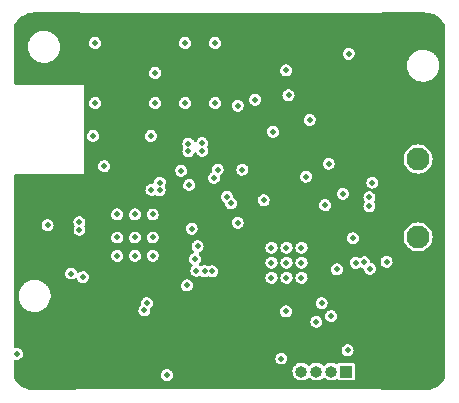
<source format=gbr>
%TF.GenerationSoftware,KiCad,Pcbnew,(6.0.0)*%
%TF.CreationDate,2022-04-21T21:51:44+01:00*%
%TF.ProjectId,Tracer,54726163-6572-42e6-9b69-6361645f7063,C*%
%TF.SameCoordinates,Original*%
%TF.FileFunction,Copper,L2,Inr*%
%TF.FilePolarity,Positive*%
%FSLAX46Y46*%
G04 Gerber Fmt 4.6, Leading zero omitted, Abs format (unit mm)*
G04 Created by KiCad (PCBNEW (6.0.0)) date 2022-04-21 21:51:44*
%MOMM*%
%LPD*%
G01*
G04 APERTURE LIST*
%TA.AperFunction,ComponentPad*%
%ADD10C,1.950000*%
%TD*%
%TA.AperFunction,ComponentPad*%
%ADD11R,1.000000X1.000000*%
%TD*%
%TA.AperFunction,ComponentPad*%
%ADD12O,1.000000X1.000000*%
%TD*%
%TA.AperFunction,ViaPad*%
%ADD13C,0.500000*%
%TD*%
%TA.AperFunction,ViaPad*%
%ADD14C,0.600000*%
%TD*%
G04 APERTURE END LIST*
D10*
%TO.N,unconnected-(J1-PadMH1)*%
%TO.C,J1*%
X163475000Y-99500000D03*
%TO.N,unconnected-(J1-PadMH2)*%
X163475000Y-92900000D03*
%TD*%
D11*
%TO.N,DTR*%
%TO.C,J2*%
X157400000Y-110900000D03*
D12*
%TO.N,U0RXD*%
X156130000Y-110900000D03*
%TO.N,U0TXD*%
X154860000Y-110900000D03*
%TO.N,RTS*%
X153590000Y-110900000D03*
%TD*%
D13*
%TO.N,+BATT*%
X148200000Y-88400000D03*
X160800000Y-101600000D03*
X152500000Y-87500000D03*
%TO.N,GND*%
X138000000Y-101100000D03*
X139500000Y-97600000D03*
X138000000Y-99550000D03*
X136135000Y-83080000D03*
X151200000Y-90600000D03*
X146295000Y-88160000D03*
X143755000Y-83080000D03*
X157950000Y-99600000D03*
X136900000Y-93500000D03*
X151060000Y-102950000D03*
X151060000Y-101680000D03*
X141000000Y-101100000D03*
X149679122Y-87879122D03*
X146295000Y-83080000D03*
X153600000Y-102950000D03*
X152330000Y-100410000D03*
X143900000Y-103600000D03*
X139500000Y-101100000D03*
X140850000Y-90950000D03*
X143755000Y-88160000D03*
X154000000Y-94400000D03*
X135950000Y-90950000D03*
X141000000Y-99550000D03*
X150400000Y-96400000D03*
X134100000Y-102600000D03*
X151060000Y-100410000D03*
X141000000Y-97600000D03*
X157600000Y-84000000D03*
X159600000Y-94900000D03*
X152330000Y-102950000D03*
X156600000Y-102250000D03*
X141215000Y-85620000D03*
X142200000Y-111200000D03*
X141215000Y-88160000D03*
X129500000Y-109400000D03*
X157100000Y-95850000D03*
X144100000Y-95100000D03*
X132100000Y-98500000D03*
X152330000Y-101680000D03*
X139500000Y-99550000D03*
X138000000Y-97600000D03*
X153600000Y-101680000D03*
X153600000Y-100410000D03*
X136135000Y-88160000D03*
D14*
%TO.N,+3V3*%
X140200000Y-94200000D03*
X140300000Y-103700000D03*
X142700000Y-94200000D03*
X140395000Y-81500000D03*
X135300000Y-95100000D03*
X154332671Y-97067329D03*
X138195000Y-88100000D03*
X145400000Y-94100000D03*
X134100000Y-98900000D03*
X150500000Y-97900000D03*
X144500000Y-97500000D03*
X130100000Y-101800000D03*
X145750000Y-90150000D03*
X149600000Y-94300000D03*
D13*
%TO.N,GPIO10*%
X145400000Y-102400000D03*
X144800000Y-100300000D03*
%TO.N,GPIO17*%
X144600000Y-101370500D03*
X144700000Y-102369500D03*
%TO.N,GPIO7*%
X144300000Y-98800000D03*
X146049503Y-102400000D03*
%TO.N,GPIO36*%
X146200000Y-94500000D03*
X134800000Y-98250497D03*
%TO.N,GPIO37*%
X134800000Y-98900000D03*
X148200000Y-98300000D03*
%TO.N,VUSB*%
X155600000Y-96800000D03*
X155900000Y-93300000D03*
%TO.N,GPIO18*%
X144025500Y-91600000D03*
X145200000Y-91550497D03*
X148600000Y-93800000D03*
X147634166Y-96656944D03*
%TO.N,GPIO23*%
X147300000Y-96100000D03*
X145200000Y-92200000D03*
X144025500Y-92249503D03*
X146500000Y-93800000D03*
%TO.N,GPIO19*%
X141600000Y-95549503D03*
X143400000Y-93900000D03*
%TO.N,U0RXD*%
X156100000Y-106200000D03*
X140900000Y-95500000D03*
%TO.N,Net-(D4-Pad1)*%
X154300000Y-89600000D03*
X152300000Y-85400000D03*
%TO.N,D+*%
X159352334Y-96150000D03*
X158183962Y-101699500D03*
%TO.N,D-*%
X158925500Y-101650000D03*
X159352334Y-96900000D03*
%TO.N,U0TXD*%
X141600000Y-94900000D03*
X154860000Y-106689022D03*
%TO.N,RTS*%
X152300000Y-105800000D03*
X140294609Y-105716172D03*
%TO.N,DTR*%
X157500000Y-109100000D03*
X140500000Y-105100000D03*
X155300000Y-105100000D03*
%TO.N,GPIO35*%
X135100000Y-102900000D03*
X151900000Y-109800000D03*
%TO.N,Net-(D1-Pad2)*%
X159400000Y-102200000D03*
%TD*%
%TA.AperFunction,Conductor*%
%TO.N,+3V3*%
G36*
X163996438Y-80483889D02*
G01*
X164267694Y-80503167D01*
X164285488Y-80505719D01*
X164546809Y-80562455D01*
X164564061Y-80567512D01*
X164663239Y-80604463D01*
X164814658Y-80660877D01*
X164831018Y-80668342D01*
X165065761Y-80796423D01*
X165080892Y-80806141D01*
X165295009Y-80966335D01*
X165308602Y-80978107D01*
X165497738Y-81167153D01*
X165509518Y-81180742D01*
X165669815Y-81394789D01*
X165679539Y-81409915D01*
X165723472Y-81490343D01*
X165738894Y-81550745D01*
X165738894Y-111432843D01*
X165723482Y-111493228D01*
X165679719Y-111573374D01*
X165669999Y-111588498D01*
X165509791Y-111802510D01*
X165498018Y-111816096D01*
X165308990Y-112005124D01*
X165295404Y-112016897D01*
X165081392Y-112177105D01*
X165066269Y-112186824D01*
X164831634Y-112314945D01*
X164815287Y-112322411D01*
X164564794Y-112415840D01*
X164547552Y-112420902D01*
X164286327Y-112477728D01*
X164268544Y-112480285D01*
X164046765Y-112496147D01*
X163997381Y-112499679D01*
X163988393Y-112500000D01*
X160433592Y-112500000D01*
X160374196Y-112485122D01*
X160233849Y-112410105D01*
X160233847Y-112410104D01*
X160228393Y-112407189D01*
X160188546Y-112395102D01*
X160073339Y-112360154D01*
X160073333Y-112360153D01*
X160067413Y-112358357D01*
X159908405Y-112342696D01*
X159900000Y-112341024D01*
X159887153Y-112343579D01*
X159862575Y-112346000D01*
X134937425Y-112346000D01*
X134912847Y-112343579D01*
X134900000Y-112341024D01*
X134891595Y-112342696D01*
X134732587Y-112358357D01*
X134726667Y-112360153D01*
X134726661Y-112360154D01*
X134611454Y-112395102D01*
X134571607Y-112407189D01*
X134566153Y-112410104D01*
X134566151Y-112410105D01*
X134425804Y-112485122D01*
X134366408Y-112500000D01*
X131004501Y-112500000D01*
X130995513Y-112499679D01*
X130946129Y-112496147D01*
X130724350Y-112480285D01*
X130706567Y-112477728D01*
X130445342Y-112420902D01*
X130428100Y-112415840D01*
X130177607Y-112322411D01*
X130161260Y-112314945D01*
X129926625Y-112186824D01*
X129911502Y-112177105D01*
X129697490Y-112016897D01*
X129683904Y-112005124D01*
X129494876Y-111816096D01*
X129483103Y-111802510D01*
X129322895Y-111588498D01*
X129313176Y-111573375D01*
X129264185Y-111483655D01*
X129248772Y-111423225D01*
X129248852Y-111193773D01*
X141690350Y-111193773D01*
X141691514Y-111202675D01*
X141691514Y-111202678D01*
X141705273Y-111307890D01*
X141709088Y-111337065D01*
X141767289Y-111469339D01*
X141860276Y-111579960D01*
X141867747Y-111584933D01*
X141867748Y-111584934D01*
X141973101Y-111655063D01*
X141973103Y-111655064D01*
X141980574Y-111660037D01*
X141989138Y-111662713D01*
X141989141Y-111662714D01*
X142049542Y-111681584D01*
X142118510Y-111703132D01*
X142262998Y-111705780D01*
X142282530Y-111700455D01*
X142393763Y-111670130D01*
X142393765Y-111670129D01*
X142402422Y-111667769D01*
X142525572Y-111592154D01*
X142622551Y-111485014D01*
X142685560Y-111354962D01*
X142709536Y-111212453D01*
X142709688Y-111200000D01*
X142689201Y-111056948D01*
X142629388Y-110925395D01*
X142623530Y-110918596D01*
X142623527Y-110918592D01*
X142598372Y-110889399D01*
X152830800Y-110889399D01*
X152847318Y-111057862D01*
X152900748Y-111218479D01*
X152904397Y-111224504D01*
X152977542Y-111345280D01*
X152988435Y-111363267D01*
X152993326Y-111368332D01*
X152993327Y-111368333D01*
X153053974Y-111431135D01*
X153106021Y-111485031D01*
X153247660Y-111577717D01*
X153406315Y-111636720D01*
X153413296Y-111637651D01*
X153413298Y-111637652D01*
X153567118Y-111658176D01*
X153567122Y-111658176D01*
X153574099Y-111659107D01*
X153581110Y-111658469D01*
X153581114Y-111658469D01*
X153735652Y-111644405D01*
X153742673Y-111643766D01*
X153903659Y-111591458D01*
X153993199Y-111538082D01*
X154043004Y-111508392D01*
X154043006Y-111508391D01*
X154049056Y-111504784D01*
X154138712Y-111419406D01*
X154201836Y-111386915D01*
X154272507Y-111393708D01*
X154316240Y-111423126D01*
X154323974Y-111431135D01*
X154376021Y-111485031D01*
X154517660Y-111577717D01*
X154676315Y-111636720D01*
X154683296Y-111637651D01*
X154683298Y-111637652D01*
X154837118Y-111658176D01*
X154837122Y-111658176D01*
X154844099Y-111659107D01*
X154851110Y-111658469D01*
X154851114Y-111658469D01*
X155005652Y-111644405D01*
X155012673Y-111643766D01*
X155173659Y-111591458D01*
X155263199Y-111538082D01*
X155313004Y-111508392D01*
X155313006Y-111508391D01*
X155319056Y-111504784D01*
X155408712Y-111419406D01*
X155471836Y-111386915D01*
X155542507Y-111393708D01*
X155586240Y-111423126D01*
X155593974Y-111431135D01*
X155646021Y-111485031D01*
X155787660Y-111577717D01*
X155946315Y-111636720D01*
X155953296Y-111637651D01*
X155953298Y-111637652D01*
X156107118Y-111658176D01*
X156107122Y-111658176D01*
X156114099Y-111659107D01*
X156121110Y-111658469D01*
X156121114Y-111658469D01*
X156275652Y-111644405D01*
X156282673Y-111643766D01*
X156443659Y-111591458D01*
X156539809Y-111534141D01*
X156608561Y-111516442D01*
X156675971Y-111538724D01*
X156709088Y-111572368D01*
X156716516Y-111583484D01*
X156800699Y-111639734D01*
X156874933Y-111654500D01*
X157399915Y-111654500D01*
X157925066Y-111654499D01*
X157960818Y-111647388D01*
X157987126Y-111642156D01*
X157987128Y-111642155D01*
X157999301Y-111639734D01*
X158009621Y-111632839D01*
X158009622Y-111632838D01*
X158073168Y-111590377D01*
X158083484Y-111583484D01*
X158139734Y-111499301D01*
X158154500Y-111425067D01*
X158154499Y-110374934D01*
X158139734Y-110300699D01*
X158083484Y-110216516D01*
X157999301Y-110160266D01*
X157925067Y-110145500D01*
X157400085Y-110145500D01*
X156874934Y-110145501D01*
X156839182Y-110152612D01*
X156812874Y-110157844D01*
X156812872Y-110157845D01*
X156800699Y-110160266D01*
X156790379Y-110167161D01*
X156790378Y-110167162D01*
X156771225Y-110179960D01*
X156716516Y-110216516D01*
X156708857Y-110227979D01*
X156706539Y-110229916D01*
X156700846Y-110235609D01*
X156700337Y-110235100D01*
X156654383Y-110273506D01*
X156583940Y-110282355D01*
X156536578Y-110264362D01*
X156490468Y-110235100D01*
X156462844Y-110217569D01*
X156404658Y-110196850D01*
X156310016Y-110163149D01*
X156310011Y-110163148D01*
X156303381Y-110160787D01*
X156296395Y-110159954D01*
X156296391Y-110159953D01*
X156175178Y-110145500D01*
X156135301Y-110140745D01*
X156128298Y-110141481D01*
X156128297Y-110141481D01*
X155973965Y-110157701D01*
X155973961Y-110157702D01*
X155966957Y-110158438D01*
X155960286Y-110160709D01*
X155813387Y-110210717D01*
X155813384Y-110210718D01*
X155806717Y-110212988D01*
X155800719Y-110216678D01*
X155800717Y-110216679D01*
X155668543Y-110297993D01*
X155668541Y-110297995D01*
X155662544Y-110301684D01*
X155657511Y-110306613D01*
X155582954Y-110379624D01*
X155520289Y-110412994D01*
X155449530Y-110407188D01*
X155405391Y-110378384D01*
X155395936Y-110368863D01*
X155335764Y-110308269D01*
X155327670Y-110303132D01*
X155220468Y-110235100D01*
X155192844Y-110217569D01*
X155134658Y-110196850D01*
X155040016Y-110163149D01*
X155040011Y-110163148D01*
X155033381Y-110160787D01*
X155026395Y-110159954D01*
X155026391Y-110159953D01*
X154905178Y-110145500D01*
X154865301Y-110140745D01*
X154858298Y-110141481D01*
X154858297Y-110141481D01*
X154703965Y-110157701D01*
X154703961Y-110157702D01*
X154696957Y-110158438D01*
X154690286Y-110160709D01*
X154543387Y-110210717D01*
X154543384Y-110210718D01*
X154536717Y-110212988D01*
X154530719Y-110216678D01*
X154530717Y-110216679D01*
X154398543Y-110297993D01*
X154398541Y-110297995D01*
X154392544Y-110301684D01*
X154387511Y-110306613D01*
X154312954Y-110379624D01*
X154250289Y-110412994D01*
X154179530Y-110407188D01*
X154135391Y-110378384D01*
X154125936Y-110368863D01*
X154065764Y-110308269D01*
X154057670Y-110303132D01*
X153950468Y-110235100D01*
X153922844Y-110217569D01*
X153864658Y-110196850D01*
X153770016Y-110163149D01*
X153770011Y-110163148D01*
X153763381Y-110160787D01*
X153756395Y-110159954D01*
X153756391Y-110159953D01*
X153635178Y-110145500D01*
X153595301Y-110140745D01*
X153588298Y-110141481D01*
X153588297Y-110141481D01*
X153433965Y-110157701D01*
X153433961Y-110157702D01*
X153426957Y-110158438D01*
X153420286Y-110160709D01*
X153273387Y-110210717D01*
X153273384Y-110210718D01*
X153266717Y-110212988D01*
X153260719Y-110216678D01*
X153260717Y-110216679D01*
X153128543Y-110297993D01*
X153128541Y-110297995D01*
X153122544Y-110301684D01*
X153117511Y-110306613D01*
X153014808Y-110407188D01*
X153001605Y-110420117D01*
X152909909Y-110562400D01*
X152907498Y-110569025D01*
X152854425Y-110714840D01*
X152854424Y-110714845D01*
X152852015Y-110721463D01*
X152830800Y-110889399D01*
X142598372Y-110889399D01*
X142540916Y-110822718D01*
X142540913Y-110822716D01*
X142535056Y-110815918D01*
X142413790Y-110737317D01*
X142360779Y-110721463D01*
X142283938Y-110698482D01*
X142283936Y-110698482D01*
X142275337Y-110695910D01*
X142266363Y-110695855D01*
X142266361Y-110695855D01*
X142203082Y-110695469D01*
X142130827Y-110695028D01*
X142122196Y-110697495D01*
X142122194Y-110697495D01*
X142000509Y-110732272D01*
X142000505Y-110732274D01*
X141991879Y-110734739D01*
X141869661Y-110811853D01*
X141773999Y-110920170D01*
X141712583Y-111050982D01*
X141690350Y-111193773D01*
X129248852Y-111193773D01*
X129249124Y-110415192D01*
X129249261Y-110021581D01*
X129269287Y-109953468D01*
X129322959Y-109906994D01*
X129393236Y-109896915D01*
X129406110Y-109899835D01*
X129409945Y-109900456D01*
X129418510Y-109903132D01*
X129562998Y-109905780D01*
X129572711Y-109903132D01*
X129693763Y-109870130D01*
X129693765Y-109870129D01*
X129702422Y-109867769D01*
X129822935Y-109793773D01*
X151390350Y-109793773D01*
X151391514Y-109802675D01*
X151391514Y-109802678D01*
X151404651Y-109903132D01*
X151409088Y-109937065D01*
X151467289Y-110069339D01*
X151473063Y-110076208D01*
X151532326Y-110146709D01*
X151560276Y-110179960D01*
X151567747Y-110184933D01*
X151567748Y-110184934D01*
X151673101Y-110255063D01*
X151673103Y-110255064D01*
X151680574Y-110260037D01*
X151689138Y-110262713D01*
X151689141Y-110262714D01*
X151749542Y-110281584D01*
X151818510Y-110303132D01*
X151962998Y-110305780D01*
X151991561Y-110297993D01*
X152093763Y-110270130D01*
X152093765Y-110270129D01*
X152102422Y-110267769D01*
X152225572Y-110192154D01*
X152322551Y-110085014D01*
X152385560Y-109954962D01*
X152409536Y-109812453D01*
X152409688Y-109800000D01*
X152394174Y-109691670D01*
X152390474Y-109665835D01*
X152390473Y-109665833D01*
X152389201Y-109656948D01*
X152329388Y-109525395D01*
X152323530Y-109518596D01*
X152323527Y-109518592D01*
X152240916Y-109422718D01*
X152240913Y-109422716D01*
X152235056Y-109415918D01*
X152113790Y-109337317D01*
X152096921Y-109332272D01*
X151983938Y-109298482D01*
X151983936Y-109298482D01*
X151975337Y-109295910D01*
X151966363Y-109295855D01*
X151966361Y-109295855D01*
X151903082Y-109295469D01*
X151830827Y-109295028D01*
X151822196Y-109297495D01*
X151822194Y-109297495D01*
X151700509Y-109332272D01*
X151700505Y-109332274D01*
X151691879Y-109334739D01*
X151684292Y-109339526D01*
X151684290Y-109339527D01*
X151588447Y-109400000D01*
X151569661Y-109411853D01*
X151563718Y-109418582D01*
X151563717Y-109418583D01*
X151509511Y-109479960D01*
X151473999Y-109520170D01*
X151470185Y-109528293D01*
X151470184Y-109528295D01*
X151454025Y-109562714D01*
X151412583Y-109650982D01*
X151411203Y-109659846D01*
X151411202Y-109659849D01*
X151406248Y-109691670D01*
X151390350Y-109793773D01*
X129822935Y-109793773D01*
X129825572Y-109792154D01*
X129922551Y-109685014D01*
X129985560Y-109554962D01*
X130009536Y-109412453D01*
X130009688Y-109400000D01*
X129994773Y-109295855D01*
X129990474Y-109265835D01*
X129990473Y-109265833D01*
X129989201Y-109256948D01*
X129929388Y-109125395D01*
X129923530Y-109118596D01*
X129923527Y-109118592D01*
X129902141Y-109093773D01*
X156990350Y-109093773D01*
X156991514Y-109102675D01*
X156991514Y-109102678D01*
X156994485Y-109125395D01*
X157009088Y-109237065D01*
X157067289Y-109369339D01*
X157160276Y-109479960D01*
X157167747Y-109484933D01*
X157167748Y-109484934D01*
X157273101Y-109555063D01*
X157273103Y-109555064D01*
X157280574Y-109560037D01*
X157289138Y-109562713D01*
X157289141Y-109562714D01*
X157349542Y-109581585D01*
X157418510Y-109603132D01*
X157562998Y-109605780D01*
X157582530Y-109600455D01*
X157693763Y-109570130D01*
X157693765Y-109570129D01*
X157702422Y-109567769D01*
X157825572Y-109492154D01*
X157922551Y-109385014D01*
X157985560Y-109254962D01*
X158009536Y-109112453D01*
X158009688Y-109100000D01*
X157989201Y-108956948D01*
X157929388Y-108825395D01*
X157923530Y-108818596D01*
X157923527Y-108818592D01*
X157840916Y-108722718D01*
X157840913Y-108722716D01*
X157835056Y-108715918D01*
X157713790Y-108637317D01*
X157696921Y-108632272D01*
X157583938Y-108598482D01*
X157583936Y-108598482D01*
X157575337Y-108595910D01*
X157566363Y-108595855D01*
X157566361Y-108595855D01*
X157503082Y-108595469D01*
X157430827Y-108595028D01*
X157422196Y-108597495D01*
X157422194Y-108597495D01*
X157300509Y-108632272D01*
X157300505Y-108632274D01*
X157291879Y-108634739D01*
X157169661Y-108711853D01*
X157073999Y-108820170D01*
X157070185Y-108828293D01*
X157070184Y-108828295D01*
X157040524Y-108891469D01*
X157012583Y-108950982D01*
X157011203Y-108959846D01*
X157011202Y-108959849D01*
X157003233Y-109011035D01*
X156990350Y-109093773D01*
X129902141Y-109093773D01*
X129840916Y-109022718D01*
X129840913Y-109022716D01*
X129835056Y-109015918D01*
X129750938Y-108961395D01*
X129721324Y-108942200D01*
X129721322Y-108942199D01*
X129713790Y-108937317D01*
X129705170Y-108934739D01*
X129583938Y-108898482D01*
X129583936Y-108898482D01*
X129575337Y-108895910D01*
X129566363Y-108895855D01*
X129566361Y-108895855D01*
X129503082Y-108895469D01*
X129430827Y-108895028D01*
X129410316Y-108900890D01*
X129339324Y-108900376D01*
X129279877Y-108861562D01*
X129250851Y-108796770D01*
X129249695Y-108779696D01*
X129249717Y-108718583D01*
X129250428Y-106682795D01*
X154350350Y-106682795D01*
X154351514Y-106691697D01*
X154351514Y-106691700D01*
X154367924Y-106817186D01*
X154369088Y-106826087D01*
X154427289Y-106958361D01*
X154520276Y-107068982D01*
X154527747Y-107073955D01*
X154527748Y-107073956D01*
X154633101Y-107144085D01*
X154633103Y-107144086D01*
X154640574Y-107149059D01*
X154649138Y-107151735D01*
X154649141Y-107151736D01*
X154709542Y-107170606D01*
X154778510Y-107192154D01*
X154922998Y-107194802D01*
X154942530Y-107189477D01*
X155053763Y-107159152D01*
X155053765Y-107159151D01*
X155062422Y-107156791D01*
X155185572Y-107081176D01*
X155282551Y-106974036D01*
X155345560Y-106843984D01*
X155369536Y-106701475D01*
X155369688Y-106689022D01*
X155349201Y-106545970D01*
X155289388Y-106414417D01*
X155283530Y-106407618D01*
X155283527Y-106407614D01*
X155200916Y-106311740D01*
X155200913Y-106311738D01*
X155195056Y-106304940D01*
X155129910Y-106262714D01*
X155081324Y-106231222D01*
X155081322Y-106231221D01*
X155073790Y-106226339D01*
X155059121Y-106221952D01*
X154964900Y-106193773D01*
X155590350Y-106193773D01*
X155591514Y-106202675D01*
X155591514Y-106202678D01*
X155605776Y-106311740D01*
X155609088Y-106337065D01*
X155667289Y-106469339D01*
X155760276Y-106579960D01*
X155767747Y-106584933D01*
X155767748Y-106584934D01*
X155873101Y-106655063D01*
X155873103Y-106655064D01*
X155880574Y-106660037D01*
X155889138Y-106662713D01*
X155889141Y-106662714D01*
X155949542Y-106681585D01*
X156018510Y-106703132D01*
X156162998Y-106705780D01*
X156182530Y-106700455D01*
X156293763Y-106670130D01*
X156293765Y-106670129D01*
X156302422Y-106667769D01*
X156425572Y-106592154D01*
X156522551Y-106485014D01*
X156585560Y-106354962D01*
X156609536Y-106212453D01*
X156609688Y-106200000D01*
X156593829Y-106089262D01*
X156590474Y-106065835D01*
X156590473Y-106065833D01*
X156589201Y-106056948D01*
X156529388Y-105925395D01*
X156523530Y-105918596D01*
X156523527Y-105918592D01*
X156440916Y-105822718D01*
X156440913Y-105822716D01*
X156435056Y-105815918D01*
X156370235Y-105773903D01*
X156321324Y-105742200D01*
X156321322Y-105742199D01*
X156313790Y-105737317D01*
X156293982Y-105731393D01*
X156183938Y-105698482D01*
X156183936Y-105698482D01*
X156175337Y-105695910D01*
X156166363Y-105695855D01*
X156166361Y-105695855D01*
X156103082Y-105695469D01*
X156030827Y-105695028D01*
X156022196Y-105697495D01*
X156022194Y-105697495D01*
X155900509Y-105732272D01*
X155900505Y-105732274D01*
X155891879Y-105734739D01*
X155884292Y-105739526D01*
X155884290Y-105739527D01*
X155788447Y-105800000D01*
X155769661Y-105811853D01*
X155763718Y-105818582D01*
X155763717Y-105818583D01*
X155725857Y-105861452D01*
X155673999Y-105920170D01*
X155670185Y-105928293D01*
X155670184Y-105928295D01*
X155640524Y-105991469D01*
X155612583Y-106050982D01*
X155611203Y-106059846D01*
X155611202Y-106059849D01*
X155591881Y-106183941D01*
X155590350Y-106193773D01*
X154964900Y-106193773D01*
X154943938Y-106187504D01*
X154943936Y-106187504D01*
X154935337Y-106184932D01*
X154926363Y-106184877D01*
X154926361Y-106184877D01*
X154863082Y-106184491D01*
X154790827Y-106184050D01*
X154782196Y-106186517D01*
X154782194Y-106186517D01*
X154660509Y-106221294D01*
X154660505Y-106221296D01*
X154651879Y-106223761D01*
X154644292Y-106228548D01*
X154644290Y-106228549D01*
X154537254Y-106296084D01*
X154529661Y-106300875D01*
X154433999Y-106409192D01*
X154430185Y-106417315D01*
X154430184Y-106417317D01*
X154405760Y-106469339D01*
X154372583Y-106540004D01*
X154371203Y-106548868D01*
X154371202Y-106548871D01*
X154352690Y-106667769D01*
X154350350Y-106682795D01*
X129250428Y-106682795D01*
X129251213Y-104435964D01*
X129642112Y-104435964D01*
X129642312Y-104441292D01*
X129642312Y-104441294D01*
X129644464Y-104498599D01*
X129643705Y-104498628D01*
X129644034Y-104500016D01*
X129644340Y-104499989D01*
X129644374Y-104500377D01*
X129644465Y-104501838D01*
X129644523Y-104502085D01*
X129644648Y-104503507D01*
X129650736Y-104665669D01*
X129651831Y-104670888D01*
X129664628Y-104731879D01*
X129663861Y-104732040D01*
X129664841Y-104734316D01*
X129664937Y-104735408D01*
X129666361Y-104740722D01*
X129666464Y-104741307D01*
X129667635Y-104746210D01*
X129697939Y-104890637D01*
X129718562Y-104942859D01*
X129723975Y-104956566D01*
X129724724Y-104958541D01*
X129726097Y-104963663D01*
X129728422Y-104968649D01*
X129728423Y-104968651D01*
X129728947Y-104969775D01*
X129731934Y-104976717D01*
X129782372Y-105104436D01*
X129819273Y-105165246D01*
X129820811Y-105168126D01*
X129820890Y-105168080D01*
X129823639Y-105172841D01*
X129825965Y-105177829D01*
X129829122Y-105182337D01*
X129829124Y-105182341D01*
X129830674Y-105184555D01*
X129835181Y-105191462D01*
X129898060Y-105295083D01*
X129901621Y-105300952D01*
X129905116Y-105304979D01*
X129905117Y-105304981D01*
X129951993Y-105359000D01*
X129955555Y-105363563D01*
X129958347Y-105366890D01*
X129961505Y-105371401D01*
X129967791Y-105377687D01*
X129973861Y-105384201D01*
X130013269Y-105429614D01*
X130052276Y-105474566D01*
X130064921Y-105484934D01*
X130116309Y-105527070D01*
X130123574Y-105533652D01*
X130124706Y-105534602D01*
X130128599Y-105538495D01*
X130133103Y-105541649D01*
X130133108Y-105541653D01*
X130135936Y-105543633D01*
X130143554Y-105549410D01*
X130225901Y-105616931D01*
X130225907Y-105616935D01*
X130230029Y-105620315D01*
X130234668Y-105622955D01*
X130234667Y-105622955D01*
X130307355Y-105664331D01*
X130317296Y-105670622D01*
X130317660Y-105670877D01*
X130317667Y-105670881D01*
X130322171Y-105674035D01*
X130327155Y-105676359D01*
X130327160Y-105676362D01*
X130329875Y-105677628D01*
X130338952Y-105682318D01*
X130383061Y-105707426D01*
X130429798Y-105734030D01*
X130519498Y-105766590D01*
X130529753Y-105770833D01*
X130531348Y-105771577D01*
X130531350Y-105771578D01*
X130536337Y-105773903D01*
X130541653Y-105775327D01*
X130541655Y-105775328D01*
X130542719Y-105775613D01*
X130543702Y-105775876D01*
X130554081Y-105779143D01*
X130645871Y-105812461D01*
X130746443Y-105830648D01*
X130756616Y-105832926D01*
X130764592Y-105835063D01*
X130770990Y-105835623D01*
X130782412Y-105837152D01*
X130872069Y-105853364D01*
X130876208Y-105853559D01*
X130876215Y-105853560D01*
X130894670Y-105854430D01*
X130894677Y-105854430D01*
X130896158Y-105854500D01*
X131057712Y-105854500D01*
X131137444Y-105847735D01*
X131223733Y-105840413D01*
X131223737Y-105840412D01*
X131229044Y-105839962D01*
X131234199Y-105838624D01*
X131234205Y-105838623D01*
X131446368Y-105783556D01*
X131446367Y-105783556D01*
X131451539Y-105782214D01*
X131611970Y-105709945D01*
X139784959Y-105709945D01*
X139786123Y-105718847D01*
X139786123Y-105718850D01*
X139797371Y-105804860D01*
X139803697Y-105853237D01*
X139861898Y-105985511D01*
X139954885Y-106096132D01*
X139962356Y-106101105D01*
X139962357Y-106101106D01*
X140067710Y-106171235D01*
X140067712Y-106171236D01*
X140075183Y-106176209D01*
X140083747Y-106178885D01*
X140083750Y-106178886D01*
X140144151Y-106197757D01*
X140213119Y-106219304D01*
X140357607Y-106221952D01*
X140377139Y-106216627D01*
X140488372Y-106186302D01*
X140488374Y-106186301D01*
X140497031Y-106183941D01*
X140620181Y-106108326D01*
X140717160Y-106001186D01*
X140752475Y-105928295D01*
X140776254Y-105879215D01*
X140776254Y-105879214D01*
X140780169Y-105871134D01*
X140793184Y-105793773D01*
X151790350Y-105793773D01*
X151791514Y-105802675D01*
X151791514Y-105802678D01*
X151798282Y-105854430D01*
X151809088Y-105937065D01*
X151867289Y-106069339D01*
X151873063Y-106076208D01*
X151904009Y-106113022D01*
X151960276Y-106179960D01*
X151967747Y-106184933D01*
X151967748Y-106184934D01*
X152073101Y-106255063D01*
X152073103Y-106255064D01*
X152080574Y-106260037D01*
X152089138Y-106262713D01*
X152089141Y-106262714D01*
X152149542Y-106281585D01*
X152218510Y-106303132D01*
X152362998Y-106305780D01*
X152372711Y-106303132D01*
X152493763Y-106270130D01*
X152493765Y-106270129D01*
X152502422Y-106267769D01*
X152625572Y-106192154D01*
X152722551Y-106085014D01*
X152785560Y-105954962D01*
X152809536Y-105812453D01*
X152809688Y-105800000D01*
X152794773Y-105695855D01*
X152790474Y-105665835D01*
X152790473Y-105665833D01*
X152789201Y-105656948D01*
X152729388Y-105525395D01*
X152723530Y-105518596D01*
X152723527Y-105518592D01*
X152640916Y-105422718D01*
X152640913Y-105422716D01*
X152635056Y-105415918D01*
X152563194Y-105369339D01*
X152521324Y-105342200D01*
X152521322Y-105342199D01*
X152513790Y-105337317D01*
X152482720Y-105328025D01*
X152383938Y-105298482D01*
X152383936Y-105298482D01*
X152375337Y-105295910D01*
X152366363Y-105295855D01*
X152366361Y-105295855D01*
X152303082Y-105295469D01*
X152230827Y-105295028D01*
X152222196Y-105297495D01*
X152222194Y-105297495D01*
X152100509Y-105332272D01*
X152100505Y-105332274D01*
X152091879Y-105334739D01*
X152084292Y-105339526D01*
X152084290Y-105339527D01*
X152012198Y-105385014D01*
X151969661Y-105411853D01*
X151963718Y-105418582D01*
X151963717Y-105418583D01*
X151914275Y-105474566D01*
X151873999Y-105520170D01*
X151870185Y-105528293D01*
X151870184Y-105528295D01*
X151854167Y-105562410D01*
X151812583Y-105650982D01*
X151811203Y-105659846D01*
X151811202Y-105659849D01*
X151791941Y-105783556D01*
X151790350Y-105793773D01*
X140793184Y-105793773D01*
X140804145Y-105728625D01*
X140804297Y-105716172D01*
X140787666Y-105600046D01*
X140797808Y-105529779D01*
X140826188Y-105492712D01*
X140825572Y-105492154D01*
X140888423Y-105422718D01*
X140922551Y-105385014D01*
X140985560Y-105254962D01*
X141009536Y-105112453D01*
X141009688Y-105100000D01*
X141008796Y-105093773D01*
X154790350Y-105093773D01*
X154791514Y-105102675D01*
X154791514Y-105102678D01*
X154805756Y-105211587D01*
X154809088Y-105237065D01*
X154867289Y-105369339D01*
X154873063Y-105376208D01*
X154890109Y-105396486D01*
X154960276Y-105479960D01*
X154967747Y-105484933D01*
X154967748Y-105484934D01*
X155073101Y-105555063D01*
X155073103Y-105555064D01*
X155080574Y-105560037D01*
X155089138Y-105562713D01*
X155089141Y-105562714D01*
X155149542Y-105581585D01*
X155218510Y-105603132D01*
X155362998Y-105605780D01*
X155384027Y-105600047D01*
X155493763Y-105570130D01*
X155493765Y-105570129D01*
X155502422Y-105567769D01*
X155625572Y-105492154D01*
X155645143Y-105470533D01*
X155688423Y-105422718D01*
X155722551Y-105385014D01*
X155785560Y-105254962D01*
X155809536Y-105112453D01*
X155809688Y-105100000D01*
X155789201Y-104956948D01*
X155729388Y-104825395D01*
X155723530Y-104818596D01*
X155723527Y-104818592D01*
X155640916Y-104722718D01*
X155640913Y-104722716D01*
X155635056Y-104715918D01*
X155574423Y-104676618D01*
X155521324Y-104642200D01*
X155521322Y-104642199D01*
X155513790Y-104637317D01*
X155496921Y-104632272D01*
X155383938Y-104598482D01*
X155383936Y-104598482D01*
X155375337Y-104595910D01*
X155366363Y-104595855D01*
X155366361Y-104595855D01*
X155303082Y-104595469D01*
X155230827Y-104595028D01*
X155222196Y-104597495D01*
X155222194Y-104597495D01*
X155100509Y-104632272D01*
X155100505Y-104632274D01*
X155091879Y-104634739D01*
X154969661Y-104711853D01*
X154963718Y-104718582D01*
X154963717Y-104718583D01*
X154943648Y-104741307D01*
X154873999Y-104820170D01*
X154812583Y-104950982D01*
X154811203Y-104959846D01*
X154811202Y-104959849D01*
X154803170Y-105011438D01*
X154790350Y-105093773D01*
X141008796Y-105093773D01*
X140989201Y-104956948D01*
X140929388Y-104825395D01*
X140923530Y-104818596D01*
X140923527Y-104818592D01*
X140840916Y-104722718D01*
X140840913Y-104722716D01*
X140835056Y-104715918D01*
X140774423Y-104676618D01*
X140721324Y-104642200D01*
X140721322Y-104642199D01*
X140713790Y-104637317D01*
X140696921Y-104632272D01*
X140583938Y-104598482D01*
X140583936Y-104598482D01*
X140575337Y-104595910D01*
X140566363Y-104595855D01*
X140566361Y-104595855D01*
X140503082Y-104595469D01*
X140430827Y-104595028D01*
X140422196Y-104597495D01*
X140422194Y-104597495D01*
X140300509Y-104632272D01*
X140300505Y-104632274D01*
X140291879Y-104634739D01*
X140169661Y-104711853D01*
X140163718Y-104718582D01*
X140163717Y-104718583D01*
X140143648Y-104741307D01*
X140073999Y-104820170D01*
X140012583Y-104950982D01*
X140011203Y-104959846D01*
X140011202Y-104959849D01*
X140003170Y-105011438D01*
X139990350Y-105093773D01*
X139991514Y-105102675D01*
X139991514Y-105102678D01*
X140006620Y-105218190D01*
X139995620Y-105288329D01*
X139966121Y-105326857D01*
X139964270Y-105328025D01*
X139868608Y-105436342D01*
X139807192Y-105567154D01*
X139805812Y-105576018D01*
X139805811Y-105576021D01*
X139786744Y-105698482D01*
X139784959Y-105709945D01*
X131611970Y-105709945D01*
X131639608Y-105697495D01*
X131656262Y-105689993D01*
X131656265Y-105689992D01*
X131661123Y-105687803D01*
X131851803Y-105559430D01*
X131878826Y-105533652D01*
X131972315Y-105444467D01*
X132018128Y-105400764D01*
X132155342Y-105216342D01*
X132171504Y-105184555D01*
X132257102Y-105016194D01*
X132257102Y-105016193D01*
X132259520Y-105011438D01*
X132327685Y-104791911D01*
X132338296Y-104711853D01*
X132357188Y-104569319D01*
X132357188Y-104569316D01*
X132357888Y-104564036D01*
X132355536Y-104501401D01*
X132356295Y-104501372D01*
X132355966Y-104499984D01*
X132355660Y-104500011D01*
X132355626Y-104499623D01*
X132355535Y-104498162D01*
X132355477Y-104497915D01*
X132355352Y-104496493D01*
X132349264Y-104334331D01*
X132335372Y-104268121D01*
X132336139Y-104267960D01*
X132335159Y-104265684D01*
X132335063Y-104264592D01*
X132333639Y-104259278D01*
X132333536Y-104258693D01*
X132332362Y-104253778D01*
X132323886Y-104213378D01*
X132302061Y-104109363D01*
X132276025Y-104043434D01*
X132275276Y-104041459D01*
X132273903Y-104036337D01*
X132271053Y-104030225D01*
X132268066Y-104023283D01*
X132217628Y-103895564D01*
X132180727Y-103834754D01*
X132179189Y-103831874D01*
X132179110Y-103831920D01*
X132176361Y-103827159D01*
X132174035Y-103822171D01*
X132170876Y-103817659D01*
X132169326Y-103815445D01*
X132164819Y-103808538D01*
X132101147Y-103703609D01*
X132101145Y-103703606D01*
X132098379Y-103699048D01*
X132048007Y-103641000D01*
X132044445Y-103636437D01*
X132041653Y-103633110D01*
X132038495Y-103628599D01*
X132032209Y-103622313D01*
X132026139Y-103615799D01*
X132007026Y-103593773D01*
X143390350Y-103593773D01*
X143391514Y-103602675D01*
X143391514Y-103602678D01*
X143404713Y-103703609D01*
X143409088Y-103737065D01*
X143467289Y-103869339D01*
X143560276Y-103979960D01*
X143567747Y-103984933D01*
X143567748Y-103984934D01*
X143673101Y-104055063D01*
X143673103Y-104055064D01*
X143680574Y-104060037D01*
X143689138Y-104062713D01*
X143689141Y-104062714D01*
X143749542Y-104081584D01*
X143818510Y-104103132D01*
X143962998Y-104105780D01*
X143982530Y-104100455D01*
X144093763Y-104070130D01*
X144093765Y-104070129D01*
X144102422Y-104067769D01*
X144225572Y-103992154D01*
X144322551Y-103885014D01*
X144385560Y-103754962D01*
X144409536Y-103612453D01*
X144409688Y-103600000D01*
X144389201Y-103456948D01*
X144329388Y-103325395D01*
X144323530Y-103318596D01*
X144323527Y-103318592D01*
X144240916Y-103222718D01*
X144240913Y-103222716D01*
X144235056Y-103215918D01*
X144155665Y-103164459D01*
X144121324Y-103142200D01*
X144121322Y-103142199D01*
X144113790Y-103137317D01*
X144032625Y-103113043D01*
X143983938Y-103098482D01*
X143983936Y-103098482D01*
X143975337Y-103095910D01*
X143966363Y-103095855D01*
X143966361Y-103095855D01*
X143903082Y-103095469D01*
X143830827Y-103095028D01*
X143822196Y-103097495D01*
X143822194Y-103097495D01*
X143700509Y-103132272D01*
X143700505Y-103132274D01*
X143691879Y-103134739D01*
X143684292Y-103139526D01*
X143684290Y-103139527D01*
X143612198Y-103185014D01*
X143569661Y-103211853D01*
X143563718Y-103218582D01*
X143563717Y-103218583D01*
X143509511Y-103279960D01*
X143473999Y-103320170D01*
X143470185Y-103328293D01*
X143470184Y-103328295D01*
X143454025Y-103362714D01*
X143412583Y-103450982D01*
X143411203Y-103459846D01*
X143411202Y-103459849D01*
X143400363Y-103529467D01*
X143390350Y-103593773D01*
X132007026Y-103593773D01*
X131951224Y-103529467D01*
X131951222Y-103529465D01*
X131947724Y-103525434D01*
X131883692Y-103472930D01*
X131876426Y-103466348D01*
X131875294Y-103465398D01*
X131871401Y-103461505D01*
X131866897Y-103458351D01*
X131866892Y-103458347D01*
X131864064Y-103456367D01*
X131856446Y-103450590D01*
X131774099Y-103383069D01*
X131774093Y-103383065D01*
X131769971Y-103379685D01*
X131692645Y-103335669D01*
X131682704Y-103329378D01*
X131682340Y-103329123D01*
X131682333Y-103329119D01*
X131677829Y-103325965D01*
X131672845Y-103323641D01*
X131672840Y-103323638D01*
X131670125Y-103322372D01*
X131661048Y-103317682D01*
X131582710Y-103273090D01*
X131570202Y-103265970D01*
X131480502Y-103233410D01*
X131470247Y-103229167D01*
X131468652Y-103228423D01*
X131468650Y-103228422D01*
X131463663Y-103226097D01*
X131458347Y-103224673D01*
X131458345Y-103224672D01*
X131457281Y-103224387D01*
X131456298Y-103224124D01*
X131445919Y-103220857D01*
X131354129Y-103187539D01*
X131253557Y-103169352D01*
X131243384Y-103167074D01*
X131235408Y-103164937D01*
X131229010Y-103164377D01*
X131217588Y-103162848D01*
X131127931Y-103146636D01*
X131123792Y-103146441D01*
X131123785Y-103146440D01*
X131105330Y-103145570D01*
X131105323Y-103145570D01*
X131103842Y-103145500D01*
X130942288Y-103145500D01*
X130862556Y-103152265D01*
X130776267Y-103159587D01*
X130776263Y-103159588D01*
X130770956Y-103160038D01*
X130765801Y-103161376D01*
X130765795Y-103161377D01*
X130649082Y-103191670D01*
X130548461Y-103217786D01*
X130441497Y-103265970D01*
X130343738Y-103310007D01*
X130343735Y-103310008D01*
X130338877Y-103312197D01*
X130148197Y-103440570D01*
X130144340Y-103444249D01*
X130144338Y-103444251D01*
X130118404Y-103468991D01*
X129981872Y-103599236D01*
X129844658Y-103783658D01*
X129842242Y-103788409D01*
X129842240Y-103788413D01*
X129748346Y-103973090D01*
X129740480Y-103988562D01*
X129672315Y-104208089D01*
X129642112Y-104435964D01*
X129251213Y-104435964D01*
X129251856Y-102593773D01*
X133590350Y-102593773D01*
X133591514Y-102602675D01*
X133591514Y-102602678D01*
X133604651Y-102703132D01*
X133609088Y-102737065D01*
X133667289Y-102869339D01*
X133673063Y-102876208D01*
X133749590Y-102967247D01*
X133760276Y-102979960D01*
X133767747Y-102984933D01*
X133767748Y-102984934D01*
X133873101Y-103055063D01*
X133873103Y-103055064D01*
X133880574Y-103060037D01*
X133889138Y-103062713D01*
X133889141Y-103062714D01*
X133938594Y-103078164D01*
X134018510Y-103103132D01*
X134162998Y-103105780D01*
X134189767Y-103098482D01*
X134293763Y-103070130D01*
X134293765Y-103070129D01*
X134302422Y-103067769D01*
X134425572Y-102992154D01*
X134426536Y-102993724D01*
X134481636Y-102969953D01*
X134551681Y-102981538D01*
X134604343Y-103029153D01*
X134612260Y-103044274D01*
X134667289Y-103169339D01*
X134673063Y-103176208D01*
X134715093Y-103226208D01*
X134760276Y-103279960D01*
X134767747Y-103284933D01*
X134767748Y-103284934D01*
X134873101Y-103355063D01*
X134873103Y-103355064D01*
X134880574Y-103360037D01*
X134889138Y-103362713D01*
X134889141Y-103362714D01*
X134935012Y-103377045D01*
X135018510Y-103403132D01*
X135162998Y-103405780D01*
X135182530Y-103400455D01*
X135293763Y-103370130D01*
X135293765Y-103370129D01*
X135302422Y-103367769D01*
X135425572Y-103292154D01*
X135522551Y-103185014D01*
X135561019Y-103105615D01*
X135581645Y-103063043D01*
X135581645Y-103063042D01*
X135585560Y-103054962D01*
X135604267Y-102943773D01*
X150550350Y-102943773D01*
X150551514Y-102952675D01*
X150551514Y-102952678D01*
X150563732Y-103046110D01*
X150569088Y-103087065D01*
X150627289Y-103219339D01*
X150633063Y-103226208D01*
X150713898Y-103322372D01*
X150720276Y-103329960D01*
X150727747Y-103334933D01*
X150727748Y-103334934D01*
X150833101Y-103405063D01*
X150833103Y-103405064D01*
X150840574Y-103410037D01*
X150849138Y-103412713D01*
X150849141Y-103412714D01*
X150909542Y-103431585D01*
X150978510Y-103453132D01*
X151122998Y-103455780D01*
X151148685Y-103448777D01*
X151253763Y-103420130D01*
X151253765Y-103420129D01*
X151262422Y-103417769D01*
X151385572Y-103342154D01*
X151482551Y-103235014D01*
X151529884Y-103137317D01*
X151541645Y-103113043D01*
X151541645Y-103113042D01*
X151545560Y-103104962D01*
X151569536Y-102962453D01*
X151569595Y-102957593D01*
X151569718Y-102956227D01*
X151569629Y-102954858D01*
X151569688Y-102950000D01*
X151568796Y-102943773D01*
X151820350Y-102943773D01*
X151839088Y-103087065D01*
X151897289Y-103219339D01*
X151903063Y-103226208D01*
X151983898Y-103322372D01*
X151990276Y-103329960D01*
X151997747Y-103334933D01*
X151997748Y-103334934D01*
X152103101Y-103405063D01*
X152103103Y-103405064D01*
X152110574Y-103410037D01*
X152119138Y-103412713D01*
X152119141Y-103412714D01*
X152179542Y-103431585D01*
X152248510Y-103453132D01*
X152392998Y-103455780D01*
X152418685Y-103448777D01*
X152523763Y-103420130D01*
X152523765Y-103420129D01*
X152532422Y-103417769D01*
X152655572Y-103342154D01*
X152752551Y-103235014D01*
X152799884Y-103137317D01*
X152811645Y-103113043D01*
X152811645Y-103113042D01*
X152815560Y-103104962D01*
X152839536Y-102962453D01*
X152839595Y-102957593D01*
X152839718Y-102956227D01*
X152839629Y-102954858D01*
X152839688Y-102950000D01*
X152838796Y-102943773D01*
X153090350Y-102943773D01*
X153109088Y-103087065D01*
X153167289Y-103219339D01*
X153173063Y-103226208D01*
X153253898Y-103322372D01*
X153260276Y-103329960D01*
X153267747Y-103334933D01*
X153267748Y-103334934D01*
X153373101Y-103405063D01*
X153373103Y-103405064D01*
X153380574Y-103410037D01*
X153389138Y-103412713D01*
X153389141Y-103412714D01*
X153449542Y-103431585D01*
X153518510Y-103453132D01*
X153662998Y-103455780D01*
X153688685Y-103448777D01*
X153793763Y-103420130D01*
X153793765Y-103420129D01*
X153802422Y-103417769D01*
X153925572Y-103342154D01*
X154022551Y-103235014D01*
X154069884Y-103137317D01*
X154081645Y-103113043D01*
X154081645Y-103113042D01*
X154085560Y-103104962D01*
X154109536Y-102962453D01*
X154109688Y-102950000D01*
X154097239Y-102863072D01*
X154090474Y-102815835D01*
X154090473Y-102815833D01*
X154089201Y-102806948D01*
X154029388Y-102675395D01*
X154023530Y-102668596D01*
X154023527Y-102668592D01*
X153940916Y-102572718D01*
X153940913Y-102572716D01*
X153935056Y-102565918D01*
X153850358Y-102511019D01*
X153821324Y-102492200D01*
X153821322Y-102492199D01*
X153813790Y-102487317D01*
X153726212Y-102461125D01*
X153683938Y-102448482D01*
X153683936Y-102448482D01*
X153675337Y-102445910D01*
X153666363Y-102445855D01*
X153666361Y-102445855D01*
X153603082Y-102445469D01*
X153530827Y-102445028D01*
X153522196Y-102447495D01*
X153522194Y-102447495D01*
X153400509Y-102482272D01*
X153400505Y-102482274D01*
X153391879Y-102484739D01*
X153384292Y-102489526D01*
X153384290Y-102489527D01*
X153277254Y-102557062D01*
X153269661Y-102561853D01*
X153263718Y-102568582D01*
X153263717Y-102568583D01*
X153198742Y-102642154D01*
X153173999Y-102670170D01*
X153170185Y-102678293D01*
X153170184Y-102678295D01*
X153154025Y-102712714D01*
X153112583Y-102800982D01*
X153111203Y-102809846D01*
X153111202Y-102809849D01*
X153091731Y-102934900D01*
X153091731Y-102934901D01*
X153090350Y-102943773D01*
X152838796Y-102943773D01*
X152823882Y-102839630D01*
X152820474Y-102815835D01*
X152820473Y-102815833D01*
X152819201Y-102806948D01*
X152759388Y-102675395D01*
X152753530Y-102668596D01*
X152753527Y-102668592D01*
X152670916Y-102572718D01*
X152670913Y-102572716D01*
X152665056Y-102565918D01*
X152580358Y-102511019D01*
X152551324Y-102492200D01*
X152551322Y-102492199D01*
X152543790Y-102487317D01*
X152456212Y-102461125D01*
X152413938Y-102448482D01*
X152413936Y-102448482D01*
X152405337Y-102445910D01*
X152396363Y-102445855D01*
X152396361Y-102445855D01*
X152333082Y-102445469D01*
X152260827Y-102445028D01*
X152252196Y-102447495D01*
X152252194Y-102447495D01*
X152130509Y-102482272D01*
X152130505Y-102482274D01*
X152121879Y-102484739D01*
X152114292Y-102489526D01*
X152114290Y-102489527D01*
X152007254Y-102557062D01*
X151999661Y-102561853D01*
X151993718Y-102568582D01*
X151993717Y-102568583D01*
X151928742Y-102642154D01*
X151903999Y-102670170D01*
X151900185Y-102678293D01*
X151900184Y-102678295D01*
X151884025Y-102712714D01*
X151842583Y-102800982D01*
X151841203Y-102809846D01*
X151841202Y-102809849D01*
X151821731Y-102934900D01*
X151821731Y-102934901D01*
X151820350Y-102943773D01*
X151568796Y-102943773D01*
X151553882Y-102839630D01*
X151550474Y-102815835D01*
X151550473Y-102815833D01*
X151549201Y-102806948D01*
X151489388Y-102675395D01*
X151483530Y-102668596D01*
X151483527Y-102668592D01*
X151400916Y-102572718D01*
X151400913Y-102572716D01*
X151395056Y-102565918D01*
X151310358Y-102511019D01*
X151281324Y-102492200D01*
X151281322Y-102492199D01*
X151273790Y-102487317D01*
X151186212Y-102461125D01*
X151143938Y-102448482D01*
X151143936Y-102448482D01*
X151135337Y-102445910D01*
X151126363Y-102445855D01*
X151126361Y-102445855D01*
X151063082Y-102445469D01*
X150990827Y-102445028D01*
X150982196Y-102447495D01*
X150982194Y-102447495D01*
X150860509Y-102482272D01*
X150860505Y-102482274D01*
X150851879Y-102484739D01*
X150844292Y-102489526D01*
X150844290Y-102489527D01*
X150737254Y-102557062D01*
X150729661Y-102561853D01*
X150723718Y-102568582D01*
X150723717Y-102568583D01*
X150658742Y-102642154D01*
X150633999Y-102670170D01*
X150630185Y-102678293D01*
X150630184Y-102678295D01*
X150614025Y-102712714D01*
X150572583Y-102800982D01*
X150571203Y-102809846D01*
X150571202Y-102809849D01*
X150551732Y-102934900D01*
X150550350Y-102943773D01*
X135604267Y-102943773D01*
X135609536Y-102912453D01*
X135609612Y-102906227D01*
X135609629Y-102904860D01*
X135609629Y-102904856D01*
X135609688Y-102900000D01*
X135595507Y-102800982D01*
X135590474Y-102765835D01*
X135590473Y-102765833D01*
X135589201Y-102756948D01*
X135529388Y-102625395D01*
X135523530Y-102618596D01*
X135523527Y-102618592D01*
X135440916Y-102522718D01*
X135440913Y-102522716D01*
X135435056Y-102515918D01*
X135350521Y-102461125D01*
X135321324Y-102442200D01*
X135321322Y-102442199D01*
X135313790Y-102437317D01*
X135232625Y-102413043D01*
X135183938Y-102398482D01*
X135183936Y-102398482D01*
X135175337Y-102395910D01*
X135166363Y-102395855D01*
X135166361Y-102395855D01*
X135103082Y-102395469D01*
X135030827Y-102395028D01*
X135022196Y-102397495D01*
X135022194Y-102397495D01*
X134900509Y-102432272D01*
X134900505Y-102432274D01*
X134891879Y-102434739D01*
X134801649Y-102491670D01*
X134770983Y-102511019D01*
X134702698Y-102530453D01*
X134634746Y-102509884D01*
X134589046Y-102456608D01*
X134586488Y-102450982D01*
X134529388Y-102325395D01*
X134523530Y-102318596D01*
X134523527Y-102318592D01*
X134440916Y-102222718D01*
X134440913Y-102222716D01*
X134435056Y-102215918D01*
X134348071Y-102159537D01*
X134321324Y-102142200D01*
X134321322Y-102142199D01*
X134313790Y-102137317D01*
X134296921Y-102132272D01*
X134183938Y-102098482D01*
X134183936Y-102098482D01*
X134175337Y-102095910D01*
X134166363Y-102095855D01*
X134166361Y-102095855D01*
X134103082Y-102095469D01*
X134030827Y-102095028D01*
X134022196Y-102097495D01*
X134022194Y-102097495D01*
X133900509Y-102132272D01*
X133900505Y-102132274D01*
X133891879Y-102134739D01*
X133884292Y-102139526D01*
X133884290Y-102139527D01*
X133777254Y-102207062D01*
X133769661Y-102211853D01*
X133763718Y-102218582D01*
X133763717Y-102218583D01*
X133729265Y-102257593D01*
X133673999Y-102320170D01*
X133670185Y-102328293D01*
X133670184Y-102328295D01*
X133657664Y-102354962D01*
X133612583Y-102450982D01*
X133611203Y-102459846D01*
X133611202Y-102459849D01*
X133592501Y-102579960D01*
X133590350Y-102593773D01*
X129251856Y-102593773D01*
X129252380Y-101093773D01*
X137490350Y-101093773D01*
X137491514Y-101102675D01*
X137491514Y-101102678D01*
X137505684Y-101211035D01*
X137509088Y-101237065D01*
X137567289Y-101369339D01*
X137573063Y-101376208D01*
X137616427Y-101427795D01*
X137660276Y-101479960D01*
X137667747Y-101484933D01*
X137667748Y-101484934D01*
X137773101Y-101555063D01*
X137773103Y-101555064D01*
X137780574Y-101560037D01*
X137789138Y-101562713D01*
X137789141Y-101562714D01*
X137849542Y-101581585D01*
X137918510Y-101603132D01*
X138062998Y-101605780D01*
X138107040Y-101593773D01*
X138193763Y-101570130D01*
X138193765Y-101570129D01*
X138202422Y-101567769D01*
X138325572Y-101492154D01*
X138422551Y-101385014D01*
X138474216Y-101278376D01*
X138481645Y-101263043D01*
X138481645Y-101263042D01*
X138485560Y-101254962D01*
X138509536Y-101112453D01*
X138509688Y-101100000D01*
X138508796Y-101093773D01*
X138990350Y-101093773D01*
X138991514Y-101102675D01*
X138991514Y-101102678D01*
X139005684Y-101211035D01*
X139009088Y-101237065D01*
X139067289Y-101369339D01*
X139073063Y-101376208D01*
X139116427Y-101427795D01*
X139160276Y-101479960D01*
X139167747Y-101484933D01*
X139167748Y-101484934D01*
X139273101Y-101555063D01*
X139273103Y-101555064D01*
X139280574Y-101560037D01*
X139289138Y-101562713D01*
X139289141Y-101562714D01*
X139349542Y-101581585D01*
X139418510Y-101603132D01*
X139562998Y-101605780D01*
X139607040Y-101593773D01*
X139693763Y-101570130D01*
X139693765Y-101570129D01*
X139702422Y-101567769D01*
X139825572Y-101492154D01*
X139922551Y-101385014D01*
X139974216Y-101278376D01*
X139981645Y-101263043D01*
X139981645Y-101263042D01*
X139985560Y-101254962D01*
X140009536Y-101112453D01*
X140009688Y-101100000D01*
X140008796Y-101093773D01*
X140490350Y-101093773D01*
X140491514Y-101102675D01*
X140491514Y-101102678D01*
X140505684Y-101211035D01*
X140509088Y-101237065D01*
X140567289Y-101369339D01*
X140573063Y-101376208D01*
X140616427Y-101427795D01*
X140660276Y-101479960D01*
X140667747Y-101484933D01*
X140667748Y-101484934D01*
X140773101Y-101555063D01*
X140773103Y-101555064D01*
X140780574Y-101560037D01*
X140789138Y-101562713D01*
X140789141Y-101562714D01*
X140849542Y-101581585D01*
X140918510Y-101603132D01*
X141062998Y-101605780D01*
X141107040Y-101593773D01*
X141193763Y-101570130D01*
X141193765Y-101570129D01*
X141202422Y-101567769D01*
X141325572Y-101492154D01*
X141422551Y-101385014D01*
X141432600Y-101364273D01*
X144090350Y-101364273D01*
X144091514Y-101373175D01*
X144091514Y-101373178D01*
X144101400Y-101448777D01*
X144109088Y-101507565D01*
X144167289Y-101639839D01*
X144173063Y-101646708D01*
X144225012Y-101708508D01*
X144260276Y-101750460D01*
X144267747Y-101755433D01*
X144267748Y-101755434D01*
X144337350Y-101801765D01*
X144382973Y-101856162D01*
X144391944Y-101926590D01*
X144361973Y-101990058D01*
X144273999Y-102089670D01*
X144270185Y-102097793D01*
X144270184Y-102097795D01*
X144260420Y-102118592D01*
X144212583Y-102220482D01*
X144211203Y-102229346D01*
X144211202Y-102229349D01*
X144193152Y-102345280D01*
X144190350Y-102363273D01*
X144191514Y-102372175D01*
X144191514Y-102372178D01*
X144207924Y-102497664D01*
X144209088Y-102506565D01*
X144267289Y-102638839D01*
X144273063Y-102645708D01*
X144321574Y-102703418D01*
X144360276Y-102749460D01*
X144367747Y-102754433D01*
X144367748Y-102754434D01*
X144473101Y-102824563D01*
X144473103Y-102824564D01*
X144480574Y-102829537D01*
X144489138Y-102832213D01*
X144489141Y-102832214D01*
X144549542Y-102851085D01*
X144618510Y-102872632D01*
X144762998Y-102875280D01*
X144784790Y-102869339D01*
X144893763Y-102839630D01*
X144893765Y-102839629D01*
X144902422Y-102837269D01*
X144910069Y-102832574D01*
X144910073Y-102832572D01*
X144960651Y-102801517D01*
X145029168Y-102782919D01*
X145096398Y-102804005D01*
X145173101Y-102855063D01*
X145173103Y-102855064D01*
X145180574Y-102860037D01*
X145189138Y-102862713D01*
X145189141Y-102862714D01*
X145232333Y-102876208D01*
X145318510Y-102903132D01*
X145462998Y-102905780D01*
X145507040Y-102893773D01*
X145593763Y-102870130D01*
X145593765Y-102870129D01*
X145602422Y-102867769D01*
X145610069Y-102863074D01*
X145610073Y-102863072D01*
X145658218Y-102833511D01*
X145726735Y-102814913D01*
X145793964Y-102835999D01*
X145822601Y-102855061D01*
X145822603Y-102855062D01*
X145830077Y-102860037D01*
X145838641Y-102862713D01*
X145838644Y-102862714D01*
X145881836Y-102876208D01*
X145968013Y-102903132D01*
X146112501Y-102905780D01*
X146156543Y-102893773D01*
X146243266Y-102870130D01*
X146243268Y-102870129D01*
X146251925Y-102867769D01*
X146375075Y-102792154D01*
X146472054Y-102685014D01*
X146514769Y-102596850D01*
X146531148Y-102563043D01*
X146531148Y-102563042D01*
X146535063Y-102554962D01*
X146559039Y-102412453D01*
X146559115Y-102406227D01*
X146559132Y-102404860D01*
X146559132Y-102404856D01*
X146559191Y-102400000D01*
X146538704Y-102256948D01*
X146532714Y-102243773D01*
X156090350Y-102243773D01*
X156091514Y-102252675D01*
X156091514Y-102252678D01*
X156104890Y-102354962D01*
X156109088Y-102387065D01*
X156167289Y-102519339D01*
X156173063Y-102526208D01*
X156252047Y-102620170D01*
X156260276Y-102629960D01*
X156267747Y-102634933D01*
X156267748Y-102634934D01*
X156373101Y-102705063D01*
X156373103Y-102705064D01*
X156380574Y-102710037D01*
X156389138Y-102712713D01*
X156389141Y-102712714D01*
X156438594Y-102728164D01*
X156518510Y-102753132D01*
X156662998Y-102755780D01*
X156711379Y-102742590D01*
X156793763Y-102720130D01*
X156793765Y-102720129D01*
X156802422Y-102717769D01*
X156925572Y-102642154D01*
X157022551Y-102535014D01*
X157069884Y-102437317D01*
X157081645Y-102413043D01*
X157081645Y-102413042D01*
X157085560Y-102404962D01*
X157109536Y-102262453D01*
X157109688Y-102250000D01*
X157097116Y-102162214D01*
X157090474Y-102115835D01*
X157090473Y-102115833D01*
X157089201Y-102106948D01*
X157085040Y-102097795D01*
X157075516Y-102076850D01*
X157029388Y-101975395D01*
X157023530Y-101968596D01*
X157023527Y-101968592D01*
X156940916Y-101872718D01*
X156940913Y-101872716D01*
X156935056Y-101865918D01*
X156873640Y-101826110D01*
X156821324Y-101792200D01*
X156821322Y-101792199D01*
X156813790Y-101787317D01*
X156732625Y-101763043D01*
X156683938Y-101748482D01*
X156683936Y-101748482D01*
X156675337Y-101745910D01*
X156666363Y-101745855D01*
X156666361Y-101745855D01*
X156603082Y-101745469D01*
X156530827Y-101745028D01*
X156522196Y-101747495D01*
X156522194Y-101747495D01*
X156400509Y-101782272D01*
X156400505Y-101782274D01*
X156391879Y-101784739D01*
X156384292Y-101789526D01*
X156384290Y-101789527D01*
X156277254Y-101857062D01*
X156269661Y-101861853D01*
X156263718Y-101868582D01*
X156263717Y-101868583D01*
X156239583Y-101895910D01*
X156173999Y-101970170D01*
X156170185Y-101978293D01*
X156170184Y-101978295D01*
X156161473Y-101996850D01*
X156112583Y-102100982D01*
X156111203Y-102109846D01*
X156111202Y-102109849D01*
X156092596Y-102229349D01*
X156090350Y-102243773D01*
X146532714Y-102243773D01*
X146478891Y-102125395D01*
X146473033Y-102118596D01*
X146473030Y-102118592D01*
X146390419Y-102022718D01*
X146390416Y-102022716D01*
X146384559Y-102015918D01*
X146263293Y-101937317D01*
X146227425Y-101926590D01*
X146133441Y-101898482D01*
X146133439Y-101898482D01*
X146124840Y-101895910D01*
X146115866Y-101895855D01*
X146115864Y-101895855D01*
X146052585Y-101895469D01*
X145980330Y-101895028D01*
X145971699Y-101897495D01*
X145971697Y-101897495D01*
X145850016Y-101932271D01*
X145850013Y-101932272D01*
X145841382Y-101934739D01*
X145833788Y-101939531D01*
X145833787Y-101939531D01*
X145792188Y-101965778D01*
X145723903Y-101985213D01*
X145656422Y-101964950D01*
X145613790Y-101937317D01*
X145577922Y-101926590D01*
X145483938Y-101898482D01*
X145483936Y-101898482D01*
X145475337Y-101895910D01*
X145466363Y-101895855D01*
X145466361Y-101895855D01*
X145403082Y-101895469D01*
X145330827Y-101895028D01*
X145322196Y-101897495D01*
X145322194Y-101897495D01*
X145200509Y-101932272D01*
X145200505Y-101932274D01*
X145191879Y-101934739D01*
X145184293Y-101939525D01*
X145184285Y-101939529D01*
X145140941Y-101966878D01*
X145072656Y-101986313D01*
X145005175Y-101966050D01*
X144963209Y-101938849D01*
X144916926Y-101885013D01*
X144907096Y-101814700D01*
X144938328Y-101748563D01*
X145006024Y-101673773D01*
X150550350Y-101673773D01*
X150551514Y-101682675D01*
X150551514Y-101682678D01*
X150565198Y-101787317D01*
X150569088Y-101817065D01*
X150627289Y-101949339D01*
X150633063Y-101956208D01*
X150649455Y-101975708D01*
X150720276Y-102059960D01*
X150727747Y-102064933D01*
X150727748Y-102064934D01*
X150833101Y-102135063D01*
X150833103Y-102135064D01*
X150840574Y-102140037D01*
X150849138Y-102142713D01*
X150849141Y-102142714D01*
X150902988Y-102159537D01*
X150978510Y-102183132D01*
X151122998Y-102185780D01*
X151142530Y-102180455D01*
X151253763Y-102150130D01*
X151253765Y-102150129D01*
X151262422Y-102147769D01*
X151385572Y-102072154D01*
X151482551Y-101965014D01*
X151516459Y-101895028D01*
X151541645Y-101843043D01*
X151541645Y-101843042D01*
X151545560Y-101834962D01*
X151569536Y-101692453D01*
X151569595Y-101687593D01*
X151569718Y-101686227D01*
X151569629Y-101684858D01*
X151569688Y-101680000D01*
X151568796Y-101673773D01*
X151820350Y-101673773D01*
X151839088Y-101817065D01*
X151897289Y-101949339D01*
X151903063Y-101956208D01*
X151919455Y-101975708D01*
X151990276Y-102059960D01*
X151997747Y-102064933D01*
X151997748Y-102064934D01*
X152103101Y-102135063D01*
X152103103Y-102135064D01*
X152110574Y-102140037D01*
X152119138Y-102142713D01*
X152119141Y-102142714D01*
X152172988Y-102159537D01*
X152248510Y-102183132D01*
X152392998Y-102185780D01*
X152412530Y-102180455D01*
X152523763Y-102150130D01*
X152523765Y-102150129D01*
X152532422Y-102147769D01*
X152655572Y-102072154D01*
X152752551Y-101965014D01*
X152786459Y-101895028D01*
X152811645Y-101843043D01*
X152811645Y-101843042D01*
X152815560Y-101834962D01*
X152839536Y-101692453D01*
X152839595Y-101687593D01*
X152839718Y-101686227D01*
X152839629Y-101684858D01*
X152839688Y-101680000D01*
X152838796Y-101673773D01*
X153090350Y-101673773D01*
X153109088Y-101817065D01*
X153167289Y-101949339D01*
X153173063Y-101956208D01*
X153189455Y-101975708D01*
X153260276Y-102059960D01*
X153267747Y-102064933D01*
X153267748Y-102064934D01*
X153373101Y-102135063D01*
X153373103Y-102135064D01*
X153380574Y-102140037D01*
X153389138Y-102142713D01*
X153389141Y-102142714D01*
X153442988Y-102159537D01*
X153518510Y-102183132D01*
X153662998Y-102185780D01*
X153682530Y-102180455D01*
X153793763Y-102150130D01*
X153793765Y-102150129D01*
X153802422Y-102147769D01*
X153925572Y-102072154D01*
X154022551Y-101965014D01*
X154056459Y-101895028D01*
X154081645Y-101843043D01*
X154081645Y-101843042D01*
X154085560Y-101834962D01*
X154109398Y-101693273D01*
X157674312Y-101693273D01*
X157675476Y-101702175D01*
X157675476Y-101702178D01*
X157686610Y-101787317D01*
X157693050Y-101836565D01*
X157751251Y-101968839D01*
X157757025Y-101975708D01*
X157832028Y-102064934D01*
X157844238Y-102079460D01*
X157851709Y-102084433D01*
X157851710Y-102084434D01*
X157957063Y-102154563D01*
X157957065Y-102154564D01*
X157964536Y-102159537D01*
X157973100Y-102162213D01*
X157973103Y-102162214D01*
X158031489Y-102180455D01*
X158102472Y-102202632D01*
X158246960Y-102205280D01*
X158289168Y-102193773D01*
X158377725Y-102169630D01*
X158377727Y-102169629D01*
X158386384Y-102167269D01*
X158509534Y-102091654D01*
X158513098Y-102087717D01*
X158576594Y-102060324D01*
X158646639Y-102071909D01*
X158661707Y-102080504D01*
X158706074Y-102110037D01*
X158714641Y-102112714D01*
X158714642Y-102112714D01*
X158809870Y-102142466D01*
X158868926Y-102181873D01*
X158897231Y-102246395D01*
X158899331Y-102262453D01*
X158909088Y-102337065D01*
X158967289Y-102469339D01*
X158973063Y-102476208D01*
X159050713Y-102568583D01*
X159060276Y-102579960D01*
X159067747Y-102584933D01*
X159067748Y-102584934D01*
X159173101Y-102655063D01*
X159173103Y-102655064D01*
X159180574Y-102660037D01*
X159189138Y-102662713D01*
X159189141Y-102662714D01*
X159239013Y-102678295D01*
X159318510Y-102703132D01*
X159462998Y-102705780D01*
X159482530Y-102700455D01*
X159593763Y-102670130D01*
X159593765Y-102670129D01*
X159602422Y-102667769D01*
X159725572Y-102592154D01*
X159822551Y-102485014D01*
X159860061Y-102407593D01*
X159881645Y-102363043D01*
X159881645Y-102363042D01*
X159885560Y-102354962D01*
X159909536Y-102212453D01*
X159909688Y-102200000D01*
X159897634Y-102115835D01*
X159890474Y-102065835D01*
X159890473Y-102065833D01*
X159889201Y-102056948D01*
X159829388Y-101925395D01*
X159823530Y-101918596D01*
X159823527Y-101918592D01*
X159740916Y-101822718D01*
X159740913Y-101822716D01*
X159735056Y-101815918D01*
X159634067Y-101750460D01*
X159621324Y-101742200D01*
X159621322Y-101742199D01*
X159613790Y-101737317D01*
X159517461Y-101708508D01*
X159457928Y-101669826D01*
X159428837Y-101605654D01*
X159427136Y-101593773D01*
X160290350Y-101593773D01*
X160291514Y-101602675D01*
X160291514Y-101602678D01*
X160303706Y-101695910D01*
X160309088Y-101737065D01*
X160367289Y-101869339D01*
X160373063Y-101876208D01*
X160453308Y-101971670D01*
X160460276Y-101979960D01*
X160467747Y-101984933D01*
X160467748Y-101984934D01*
X160573101Y-102055063D01*
X160573103Y-102055064D01*
X160580574Y-102060037D01*
X160589138Y-102062713D01*
X160589141Y-102062714D01*
X160634388Y-102076850D01*
X160718510Y-102103132D01*
X160862998Y-102105780D01*
X160892287Y-102097795D01*
X160993763Y-102070130D01*
X160993765Y-102070129D01*
X161002422Y-102067769D01*
X161125572Y-101992154D01*
X161222551Y-101885014D01*
X161256027Y-101815918D01*
X161281645Y-101763043D01*
X161281645Y-101763042D01*
X161285560Y-101754962D01*
X161309536Y-101612453D01*
X161309612Y-101606226D01*
X161309629Y-101604860D01*
X161309629Y-101604856D01*
X161309688Y-101600000D01*
X161296362Y-101506948D01*
X161290474Y-101465835D01*
X161290473Y-101465833D01*
X161289201Y-101456948D01*
X161229388Y-101325395D01*
X161223530Y-101318596D01*
X161223527Y-101318592D01*
X161140916Y-101222718D01*
X161140913Y-101222716D01*
X161135056Y-101215918D01*
X161071971Y-101175028D01*
X161021324Y-101142200D01*
X161021322Y-101142199D01*
X161013790Y-101137317D01*
X160946682Y-101117247D01*
X160883938Y-101098482D01*
X160883936Y-101098482D01*
X160875337Y-101095910D01*
X160866363Y-101095855D01*
X160866361Y-101095855D01*
X160803082Y-101095469D01*
X160730827Y-101095028D01*
X160722196Y-101097495D01*
X160722194Y-101097495D01*
X160600509Y-101132272D01*
X160600505Y-101132274D01*
X160591879Y-101134739D01*
X160584292Y-101139526D01*
X160584290Y-101139527D01*
X160493209Y-101196995D01*
X160469661Y-101211853D01*
X160463718Y-101218582D01*
X160463717Y-101218583D01*
X160418340Y-101269963D01*
X160373999Y-101320170D01*
X160370185Y-101328293D01*
X160370184Y-101328295D01*
X160367708Y-101333569D01*
X160312583Y-101450982D01*
X160311203Y-101459846D01*
X160311202Y-101459849D01*
X160295603Y-101560037D01*
X160290350Y-101593773D01*
X159427136Y-101593773D01*
X159415974Y-101515835D01*
X159415973Y-101515833D01*
X159414701Y-101506948D01*
X159354888Y-101375395D01*
X159349030Y-101368596D01*
X159349027Y-101368592D01*
X159266416Y-101272718D01*
X159266413Y-101272716D01*
X159260556Y-101265918D01*
X159155744Y-101197982D01*
X159146824Y-101192200D01*
X159146822Y-101192199D01*
X159139290Y-101187317D01*
X159122421Y-101182272D01*
X159009438Y-101148482D01*
X159009436Y-101148482D01*
X159000837Y-101145910D01*
X158991863Y-101145855D01*
X158991861Y-101145855D01*
X158928582Y-101145469D01*
X158856327Y-101145028D01*
X158847696Y-101147495D01*
X158847694Y-101147495D01*
X158726009Y-101182272D01*
X158726005Y-101182274D01*
X158717379Y-101184739D01*
X158709792Y-101189526D01*
X158709790Y-101189527D01*
X158602749Y-101257065D01*
X158602748Y-101257066D01*
X158595161Y-101261853D01*
X158595043Y-101261986D01*
X158534247Y-101289103D01*
X158464065Y-101278376D01*
X158448900Y-101269970D01*
X158397752Y-101236817D01*
X158348877Y-101222200D01*
X158267900Y-101197982D01*
X158267898Y-101197982D01*
X158259299Y-101195410D01*
X158250325Y-101195355D01*
X158250323Y-101195355D01*
X158187044Y-101194969D01*
X158114789Y-101194528D01*
X158106158Y-101196995D01*
X158106156Y-101196995D01*
X157984471Y-101231772D01*
X157984467Y-101231774D01*
X157975841Y-101234239D01*
X157968254Y-101239026D01*
X157968252Y-101239027D01*
X157861216Y-101306562D01*
X157853623Y-101311353D01*
X157847680Y-101318082D01*
X157847679Y-101318083D01*
X157814721Y-101355401D01*
X157757961Y-101419670D01*
X157754147Y-101427793D01*
X157754146Y-101427795D01*
X157732880Y-101473090D01*
X157696545Y-101550482D01*
X157695165Y-101559346D01*
X157695164Y-101559349D01*
X157675962Y-101682678D01*
X157674312Y-101693273D01*
X154109398Y-101693273D01*
X154109536Y-101692453D01*
X154109688Y-101680000D01*
X154093615Y-101567769D01*
X154090474Y-101545835D01*
X154090473Y-101545833D01*
X154089201Y-101536948D01*
X154029388Y-101405395D01*
X154023530Y-101398596D01*
X154023527Y-101398592D01*
X153940916Y-101302718D01*
X153940913Y-101302716D01*
X153935056Y-101295918D01*
X153858212Y-101246110D01*
X153821324Y-101222200D01*
X153821322Y-101222199D01*
X153813790Y-101217317D01*
X153779500Y-101207062D01*
X153683938Y-101178482D01*
X153683936Y-101178482D01*
X153675337Y-101175910D01*
X153666363Y-101175855D01*
X153666361Y-101175855D01*
X153603082Y-101175469D01*
X153530827Y-101175028D01*
X153522196Y-101177495D01*
X153522194Y-101177495D01*
X153400509Y-101212272D01*
X153400505Y-101212274D01*
X153391879Y-101214739D01*
X153384292Y-101219526D01*
X153384290Y-101219527D01*
X153277254Y-101287062D01*
X153269661Y-101291853D01*
X153263718Y-101298582D01*
X153263717Y-101298583D01*
X153208482Y-101361125D01*
X153173999Y-101400170D01*
X153170185Y-101408293D01*
X153170184Y-101408295D01*
X153151178Y-101448777D01*
X153112583Y-101530982D01*
X153111203Y-101539846D01*
X153111202Y-101539849D01*
X153091731Y-101664900D01*
X153091731Y-101664901D01*
X153090350Y-101673773D01*
X152838796Y-101673773D01*
X152823615Y-101567769D01*
X152820474Y-101545835D01*
X152820473Y-101545833D01*
X152819201Y-101536948D01*
X152759388Y-101405395D01*
X152753530Y-101398596D01*
X152753527Y-101398592D01*
X152670916Y-101302718D01*
X152670913Y-101302716D01*
X152665056Y-101295918D01*
X152588212Y-101246110D01*
X152551324Y-101222200D01*
X152551322Y-101222199D01*
X152543790Y-101217317D01*
X152509500Y-101207062D01*
X152413938Y-101178482D01*
X152413936Y-101178482D01*
X152405337Y-101175910D01*
X152396363Y-101175855D01*
X152396361Y-101175855D01*
X152333082Y-101175469D01*
X152260827Y-101175028D01*
X152252196Y-101177495D01*
X152252194Y-101177495D01*
X152130509Y-101212272D01*
X152130505Y-101212274D01*
X152121879Y-101214739D01*
X152114292Y-101219526D01*
X152114290Y-101219527D01*
X152007254Y-101287062D01*
X151999661Y-101291853D01*
X151993718Y-101298582D01*
X151993717Y-101298583D01*
X151938482Y-101361125D01*
X151903999Y-101400170D01*
X151900185Y-101408293D01*
X151900184Y-101408295D01*
X151881178Y-101448777D01*
X151842583Y-101530982D01*
X151841203Y-101539846D01*
X151841202Y-101539849D01*
X151821731Y-101664900D01*
X151821731Y-101664901D01*
X151820350Y-101673773D01*
X151568796Y-101673773D01*
X151553615Y-101567769D01*
X151550474Y-101545835D01*
X151550473Y-101545833D01*
X151549201Y-101536948D01*
X151489388Y-101405395D01*
X151483530Y-101398596D01*
X151483527Y-101398592D01*
X151400916Y-101302718D01*
X151400913Y-101302716D01*
X151395056Y-101295918D01*
X151318212Y-101246110D01*
X151281324Y-101222200D01*
X151281322Y-101222199D01*
X151273790Y-101217317D01*
X151239500Y-101207062D01*
X151143938Y-101178482D01*
X151143936Y-101178482D01*
X151135337Y-101175910D01*
X151126363Y-101175855D01*
X151126361Y-101175855D01*
X151063082Y-101175469D01*
X150990827Y-101175028D01*
X150982196Y-101177495D01*
X150982194Y-101177495D01*
X150860509Y-101212272D01*
X150860505Y-101212274D01*
X150851879Y-101214739D01*
X150844292Y-101219526D01*
X150844290Y-101219527D01*
X150737254Y-101287062D01*
X150729661Y-101291853D01*
X150723718Y-101298582D01*
X150723717Y-101298583D01*
X150668482Y-101361125D01*
X150633999Y-101400170D01*
X150630185Y-101408293D01*
X150630184Y-101408295D01*
X150611178Y-101448777D01*
X150572583Y-101530982D01*
X150571203Y-101539846D01*
X150571202Y-101539849D01*
X150551732Y-101664900D01*
X150550350Y-101673773D01*
X145006024Y-101673773D01*
X145016523Y-101662174D01*
X145016524Y-101662172D01*
X145022551Y-101655514D01*
X145073438Y-101550482D01*
X145081645Y-101533543D01*
X145081645Y-101533542D01*
X145085560Y-101525462D01*
X145109536Y-101382953D01*
X145109618Y-101376208D01*
X145109629Y-101375360D01*
X145109629Y-101375356D01*
X145109688Y-101370500D01*
X145095290Y-101269963D01*
X145090474Y-101236335D01*
X145090473Y-101236333D01*
X145089201Y-101227448D01*
X145082111Y-101211853D01*
X145073175Y-101192200D01*
X145029388Y-101095895D01*
X145023530Y-101089096D01*
X145023527Y-101089092D01*
X144940916Y-100993219D01*
X144935056Y-100986418D01*
X144933876Y-100985653D01*
X144897740Y-100929013D01*
X144897975Y-100858016D01*
X144936556Y-100798418D01*
X144985609Y-100772353D01*
X145002422Y-100767769D01*
X145125572Y-100692154D01*
X145222551Y-100585014D01*
X145285560Y-100454962D01*
X145294172Y-100403773D01*
X150550350Y-100403773D01*
X150551514Y-100412675D01*
X150551514Y-100412678D01*
X150567924Y-100538163D01*
X150569088Y-100547065D01*
X150627289Y-100679339D01*
X150633063Y-100686208D01*
X150703605Y-100770127D01*
X150720276Y-100789960D01*
X150727747Y-100794933D01*
X150727748Y-100794934D01*
X150833101Y-100865063D01*
X150833103Y-100865064D01*
X150840574Y-100870037D01*
X150849138Y-100872713D01*
X150849141Y-100872714D01*
X150909542Y-100891584D01*
X150978510Y-100913132D01*
X151122998Y-100915780D01*
X151144100Y-100910027D01*
X151253763Y-100880130D01*
X151253765Y-100880129D01*
X151262422Y-100877769D01*
X151385572Y-100802154D01*
X151482551Y-100695014D01*
X151539760Y-100576933D01*
X151541645Y-100573043D01*
X151541645Y-100573042D01*
X151545560Y-100564962D01*
X151569536Y-100422453D01*
X151569595Y-100417593D01*
X151569718Y-100416227D01*
X151569629Y-100414858D01*
X151569688Y-100410000D01*
X151568796Y-100403773D01*
X151820350Y-100403773D01*
X151839088Y-100547065D01*
X151897289Y-100679339D01*
X151903063Y-100686208D01*
X151973605Y-100770127D01*
X151990276Y-100789960D01*
X151997747Y-100794933D01*
X151997748Y-100794934D01*
X152103101Y-100865063D01*
X152103103Y-100865064D01*
X152110574Y-100870037D01*
X152119138Y-100872713D01*
X152119141Y-100872714D01*
X152179542Y-100891584D01*
X152248510Y-100913132D01*
X152392998Y-100915780D01*
X152414100Y-100910027D01*
X152523763Y-100880130D01*
X152523765Y-100880129D01*
X152532422Y-100877769D01*
X152655572Y-100802154D01*
X152752551Y-100695014D01*
X152809760Y-100576933D01*
X152811645Y-100573043D01*
X152811645Y-100573042D01*
X152815560Y-100564962D01*
X152839536Y-100422453D01*
X152839595Y-100417593D01*
X152839718Y-100416227D01*
X152839629Y-100414858D01*
X152839688Y-100410000D01*
X152838796Y-100403773D01*
X153090350Y-100403773D01*
X153109088Y-100547065D01*
X153167289Y-100679339D01*
X153173063Y-100686208D01*
X153243605Y-100770127D01*
X153260276Y-100789960D01*
X153267747Y-100794933D01*
X153267748Y-100794934D01*
X153373101Y-100865063D01*
X153373103Y-100865064D01*
X153380574Y-100870037D01*
X153389138Y-100872713D01*
X153389141Y-100872714D01*
X153449542Y-100891584D01*
X153518510Y-100913132D01*
X153662998Y-100915780D01*
X153684100Y-100910027D01*
X153793763Y-100880130D01*
X153793765Y-100880129D01*
X153802422Y-100877769D01*
X153925572Y-100802154D01*
X154022551Y-100695014D01*
X154079760Y-100576933D01*
X154081645Y-100573043D01*
X154081645Y-100573042D01*
X154085560Y-100564962D01*
X154109536Y-100422453D01*
X154109688Y-100410000D01*
X154094318Y-100302678D01*
X154090474Y-100275835D01*
X154090473Y-100275833D01*
X154089201Y-100266948D01*
X154029388Y-100135395D01*
X154023530Y-100128596D01*
X154023527Y-100128592D01*
X153940916Y-100032718D01*
X153940913Y-100032716D01*
X153935056Y-100025918D01*
X153813790Y-99947317D01*
X153796921Y-99942272D01*
X153683938Y-99908482D01*
X153683936Y-99908482D01*
X153675337Y-99905910D01*
X153666363Y-99905855D01*
X153666361Y-99905855D01*
X153603082Y-99905469D01*
X153530827Y-99905028D01*
X153522196Y-99907495D01*
X153522194Y-99907495D01*
X153400509Y-99942272D01*
X153400505Y-99942274D01*
X153391879Y-99944739D01*
X153384292Y-99949526D01*
X153384290Y-99949527D01*
X153277254Y-100017062D01*
X153269661Y-100021853D01*
X153263718Y-100028582D01*
X153263717Y-100028583D01*
X153227024Y-100070130D01*
X153173999Y-100130170D01*
X153170185Y-100138293D01*
X153170184Y-100138295D01*
X153167708Y-100143569D01*
X153112583Y-100260982D01*
X153111203Y-100269846D01*
X153111202Y-100269849D01*
X153091731Y-100394900D01*
X153091731Y-100394901D01*
X153090350Y-100403773D01*
X152838796Y-100403773D01*
X152824318Y-100302678D01*
X152820474Y-100275835D01*
X152820473Y-100275833D01*
X152819201Y-100266948D01*
X152759388Y-100135395D01*
X152753530Y-100128596D01*
X152753527Y-100128592D01*
X152670916Y-100032718D01*
X152670913Y-100032716D01*
X152665056Y-100025918D01*
X152543790Y-99947317D01*
X152526921Y-99942272D01*
X152413938Y-99908482D01*
X152413936Y-99908482D01*
X152405337Y-99905910D01*
X152396363Y-99905855D01*
X152396361Y-99905855D01*
X152333082Y-99905469D01*
X152260827Y-99905028D01*
X152252196Y-99907495D01*
X152252194Y-99907495D01*
X152130509Y-99942272D01*
X152130505Y-99942274D01*
X152121879Y-99944739D01*
X152114292Y-99949526D01*
X152114290Y-99949527D01*
X152007254Y-100017062D01*
X151999661Y-100021853D01*
X151993718Y-100028582D01*
X151993717Y-100028583D01*
X151957024Y-100070130D01*
X151903999Y-100130170D01*
X151900185Y-100138293D01*
X151900184Y-100138295D01*
X151897708Y-100143569D01*
X151842583Y-100260982D01*
X151841203Y-100269846D01*
X151841202Y-100269849D01*
X151821731Y-100394900D01*
X151821731Y-100394901D01*
X151820350Y-100403773D01*
X151568796Y-100403773D01*
X151554318Y-100302678D01*
X151550474Y-100275835D01*
X151550473Y-100275833D01*
X151549201Y-100266948D01*
X151489388Y-100135395D01*
X151483530Y-100128596D01*
X151483527Y-100128592D01*
X151400916Y-100032718D01*
X151400913Y-100032716D01*
X151395056Y-100025918D01*
X151273790Y-99947317D01*
X151256921Y-99942272D01*
X151143938Y-99908482D01*
X151143936Y-99908482D01*
X151135337Y-99905910D01*
X151126363Y-99905855D01*
X151126361Y-99905855D01*
X151063082Y-99905469D01*
X150990827Y-99905028D01*
X150982196Y-99907495D01*
X150982194Y-99907495D01*
X150860509Y-99942272D01*
X150860505Y-99942274D01*
X150851879Y-99944739D01*
X150844292Y-99949526D01*
X150844290Y-99949527D01*
X150737254Y-100017062D01*
X150729661Y-100021853D01*
X150723718Y-100028582D01*
X150723717Y-100028583D01*
X150687024Y-100070130D01*
X150633999Y-100130170D01*
X150630185Y-100138293D01*
X150630184Y-100138295D01*
X150627708Y-100143569D01*
X150572583Y-100260982D01*
X150571203Y-100269846D01*
X150571202Y-100269849D01*
X150551732Y-100394900D01*
X150550350Y-100403773D01*
X145294172Y-100403773D01*
X145309536Y-100312453D01*
X145309688Y-100300000D01*
X145289201Y-100156948D01*
X145229388Y-100025395D01*
X145223530Y-100018596D01*
X145223527Y-100018592D01*
X145140916Y-99922718D01*
X145140913Y-99922716D01*
X145135056Y-99915918D01*
X145013790Y-99837317D01*
X144926212Y-99811125D01*
X144883938Y-99798482D01*
X144883936Y-99798482D01*
X144875337Y-99795910D01*
X144866363Y-99795855D01*
X144866361Y-99795855D01*
X144803082Y-99795469D01*
X144730827Y-99795028D01*
X144722196Y-99797495D01*
X144722194Y-99797495D01*
X144600509Y-99832272D01*
X144600505Y-99832274D01*
X144591879Y-99834739D01*
X144584292Y-99839526D01*
X144584290Y-99839527D01*
X144512198Y-99885014D01*
X144469661Y-99911853D01*
X144463718Y-99918582D01*
X144463717Y-99918583D01*
X144409511Y-99979960D01*
X144373999Y-100020170D01*
X144370185Y-100028293D01*
X144370184Y-100028295D01*
X144354025Y-100062714D01*
X144312583Y-100150982D01*
X144311203Y-100159846D01*
X144311202Y-100159849D01*
X144294527Y-100266948D01*
X144290350Y-100293773D01*
X144291514Y-100302675D01*
X144291514Y-100302678D01*
X144303574Y-100394900D01*
X144309088Y-100437065D01*
X144367289Y-100569339D01*
X144460276Y-100679960D01*
X144466237Y-100683928D01*
X144503206Y-100743467D01*
X144502103Y-100814455D01*
X144462796Y-100873578D01*
X144416400Y-100898231D01*
X144391879Y-100905239D01*
X144384292Y-100910026D01*
X144384290Y-100910027D01*
X144295840Y-100965835D01*
X144269661Y-100982353D01*
X144263718Y-100989082D01*
X144263717Y-100989083D01*
X144192914Y-101069252D01*
X144173999Y-101090670D01*
X144170185Y-101098793D01*
X144170184Y-101098795D01*
X144163772Y-101112453D01*
X144112583Y-101221482D01*
X144111203Y-101230346D01*
X144111202Y-101230349D01*
X144095131Y-101333569D01*
X144090350Y-101364273D01*
X141432600Y-101364273D01*
X141474216Y-101278376D01*
X141481645Y-101263043D01*
X141481645Y-101263042D01*
X141485560Y-101254962D01*
X141509536Y-101112453D01*
X141509688Y-101100000D01*
X141493422Y-100986418D01*
X141490474Y-100965835D01*
X141490473Y-100965833D01*
X141489201Y-100956948D01*
X141429388Y-100825395D01*
X141423530Y-100818596D01*
X141423527Y-100818592D01*
X141340916Y-100722718D01*
X141340913Y-100722716D01*
X141335056Y-100715918D01*
X141265949Y-100671125D01*
X141221324Y-100642200D01*
X141221322Y-100642199D01*
X141213790Y-100637317D01*
X141196921Y-100632272D01*
X141083938Y-100598482D01*
X141083936Y-100598482D01*
X141075337Y-100595910D01*
X141066363Y-100595855D01*
X141066361Y-100595855D01*
X141003082Y-100595469D01*
X140930827Y-100595028D01*
X140922196Y-100597495D01*
X140922194Y-100597495D01*
X140800509Y-100632272D01*
X140800505Y-100632274D01*
X140791879Y-100634739D01*
X140784292Y-100639526D01*
X140784290Y-100639527D01*
X140700882Y-100692154D01*
X140669661Y-100711853D01*
X140663718Y-100718582D01*
X140663717Y-100718583D01*
X140627106Y-100760037D01*
X140573999Y-100820170D01*
X140570185Y-100828293D01*
X140570184Y-100828295D01*
X140549330Y-100872714D01*
X140512583Y-100950982D01*
X140511203Y-100959846D01*
X140511202Y-100959849D01*
X140491881Y-101083942D01*
X140490350Y-101093773D01*
X140008796Y-101093773D01*
X139993422Y-100986418D01*
X139990474Y-100965835D01*
X139990473Y-100965833D01*
X139989201Y-100956948D01*
X139929388Y-100825395D01*
X139923530Y-100818596D01*
X139923527Y-100818592D01*
X139840916Y-100722718D01*
X139840913Y-100722716D01*
X139835056Y-100715918D01*
X139765949Y-100671125D01*
X139721324Y-100642200D01*
X139721322Y-100642199D01*
X139713790Y-100637317D01*
X139696921Y-100632272D01*
X139583938Y-100598482D01*
X139583936Y-100598482D01*
X139575337Y-100595910D01*
X139566363Y-100595855D01*
X139566361Y-100595855D01*
X139503082Y-100595469D01*
X139430827Y-100595028D01*
X139422196Y-100597495D01*
X139422194Y-100597495D01*
X139300509Y-100632272D01*
X139300505Y-100632274D01*
X139291879Y-100634739D01*
X139284292Y-100639526D01*
X139284290Y-100639527D01*
X139200882Y-100692154D01*
X139169661Y-100711853D01*
X139163718Y-100718582D01*
X139163717Y-100718583D01*
X139127106Y-100760037D01*
X139073999Y-100820170D01*
X139070185Y-100828293D01*
X139070184Y-100828295D01*
X139049330Y-100872714D01*
X139012583Y-100950982D01*
X139011203Y-100959846D01*
X139011202Y-100959849D01*
X138991881Y-101083942D01*
X138990350Y-101093773D01*
X138508796Y-101093773D01*
X138493422Y-100986418D01*
X138490474Y-100965835D01*
X138490473Y-100965833D01*
X138489201Y-100956948D01*
X138429388Y-100825395D01*
X138423530Y-100818596D01*
X138423527Y-100818592D01*
X138340916Y-100722718D01*
X138340913Y-100722716D01*
X138335056Y-100715918D01*
X138265949Y-100671125D01*
X138221324Y-100642200D01*
X138221322Y-100642199D01*
X138213790Y-100637317D01*
X138196921Y-100632272D01*
X138083938Y-100598482D01*
X138083936Y-100598482D01*
X138075337Y-100595910D01*
X138066363Y-100595855D01*
X138066361Y-100595855D01*
X138003082Y-100595469D01*
X137930827Y-100595028D01*
X137922196Y-100597495D01*
X137922194Y-100597495D01*
X137800509Y-100632272D01*
X137800505Y-100632274D01*
X137791879Y-100634739D01*
X137784292Y-100639526D01*
X137784290Y-100639527D01*
X137700882Y-100692154D01*
X137669661Y-100711853D01*
X137663718Y-100718582D01*
X137663717Y-100718583D01*
X137627106Y-100760037D01*
X137573999Y-100820170D01*
X137570185Y-100828293D01*
X137570184Y-100828295D01*
X137549330Y-100872714D01*
X137512583Y-100950982D01*
X137511203Y-100959846D01*
X137511202Y-100959849D01*
X137491881Y-101083942D01*
X137490350Y-101093773D01*
X129252380Y-101093773D01*
X129252921Y-99543773D01*
X137490350Y-99543773D01*
X137491514Y-99552675D01*
X137491514Y-99552678D01*
X137499331Y-99612453D01*
X137509088Y-99687065D01*
X137567289Y-99819339D01*
X137573063Y-99826208D01*
X137650713Y-99918583D01*
X137660276Y-99929960D01*
X137667747Y-99934933D01*
X137667748Y-99934934D01*
X137773101Y-100005063D01*
X137773103Y-100005064D01*
X137780574Y-100010037D01*
X137789138Y-100012713D01*
X137789141Y-100012714D01*
X137829731Y-100025395D01*
X137918510Y-100053132D01*
X138062998Y-100055780D01*
X138144468Y-100033569D01*
X138193763Y-100020130D01*
X138193765Y-100020129D01*
X138202422Y-100017769D01*
X138325572Y-99942154D01*
X138339197Y-99927102D01*
X138377293Y-99885014D01*
X138422551Y-99835014D01*
X138457420Y-99763043D01*
X138481645Y-99713043D01*
X138481645Y-99713042D01*
X138485560Y-99704962D01*
X138509536Y-99562453D01*
X138509688Y-99550000D01*
X138508796Y-99543773D01*
X138990350Y-99543773D01*
X138991514Y-99552675D01*
X138991514Y-99552678D01*
X138999331Y-99612453D01*
X139009088Y-99687065D01*
X139067289Y-99819339D01*
X139073063Y-99826208D01*
X139150713Y-99918583D01*
X139160276Y-99929960D01*
X139167747Y-99934933D01*
X139167748Y-99934934D01*
X139273101Y-100005063D01*
X139273103Y-100005064D01*
X139280574Y-100010037D01*
X139289138Y-100012713D01*
X139289141Y-100012714D01*
X139329731Y-100025395D01*
X139418510Y-100053132D01*
X139562998Y-100055780D01*
X139644468Y-100033569D01*
X139693763Y-100020130D01*
X139693765Y-100020129D01*
X139702422Y-100017769D01*
X139825572Y-99942154D01*
X139839197Y-99927102D01*
X139877293Y-99885014D01*
X139922551Y-99835014D01*
X139957420Y-99763043D01*
X139981645Y-99713043D01*
X139981645Y-99713042D01*
X139985560Y-99704962D01*
X140009536Y-99562453D01*
X140009688Y-99550000D01*
X140008796Y-99543773D01*
X140490350Y-99543773D01*
X140491514Y-99552675D01*
X140491514Y-99552678D01*
X140499331Y-99612453D01*
X140509088Y-99687065D01*
X140567289Y-99819339D01*
X140573063Y-99826208D01*
X140650713Y-99918583D01*
X140660276Y-99929960D01*
X140667747Y-99934933D01*
X140667748Y-99934934D01*
X140773101Y-100005063D01*
X140773103Y-100005064D01*
X140780574Y-100010037D01*
X140789138Y-100012713D01*
X140789141Y-100012714D01*
X140829731Y-100025395D01*
X140918510Y-100053132D01*
X141062998Y-100055780D01*
X141144468Y-100033569D01*
X141193763Y-100020130D01*
X141193765Y-100020129D01*
X141202422Y-100017769D01*
X141325572Y-99942154D01*
X141339197Y-99927102D01*
X141377293Y-99885014D01*
X141422551Y-99835014D01*
X141457420Y-99763043D01*
X141481645Y-99713043D01*
X141481645Y-99713042D01*
X141485560Y-99704962D01*
X141504267Y-99593773D01*
X157440350Y-99593773D01*
X157441514Y-99602675D01*
X157441514Y-99602678D01*
X157455947Y-99713043D01*
X157459088Y-99737065D01*
X157517289Y-99869339D01*
X157523063Y-99876208D01*
X157582837Y-99947317D01*
X157610276Y-99979960D01*
X157617747Y-99984933D01*
X157617748Y-99984934D01*
X157723101Y-100055063D01*
X157723103Y-100055064D01*
X157730574Y-100060037D01*
X157739138Y-100062713D01*
X157739141Y-100062714D01*
X157799542Y-100081584D01*
X157868510Y-100103132D01*
X158012998Y-100105780D01*
X158032530Y-100100455D01*
X158143763Y-100070130D01*
X158143765Y-100070129D01*
X158152422Y-100067769D01*
X158275572Y-99992154D01*
X158372551Y-99885014D01*
X158435560Y-99754962D01*
X158459536Y-99612453D01*
X158459688Y-99600000D01*
X158445367Y-99500000D01*
X162240804Y-99500000D01*
X162259554Y-99714316D01*
X162281417Y-99795910D01*
X162310892Y-99905910D01*
X162315235Y-99922120D01*
X162317557Y-99927101D01*
X162317558Y-99927102D01*
X162403829Y-100112111D01*
X162403832Y-100112116D01*
X162406155Y-100117098D01*
X162409311Y-100121605D01*
X162409312Y-100121607D01*
X162523652Y-100284901D01*
X162529551Y-100293326D01*
X162681674Y-100445449D01*
X162686182Y-100448606D01*
X162686185Y-100448608D01*
X162852356Y-100564962D01*
X162857902Y-100568845D01*
X162862884Y-100571168D01*
X162862889Y-100571171D01*
X163047898Y-100657442D01*
X163052880Y-100659765D01*
X163058188Y-100661187D01*
X163058190Y-100661188D01*
X163122932Y-100678535D01*
X163260684Y-100715446D01*
X163475000Y-100734196D01*
X163689316Y-100715446D01*
X163827068Y-100678535D01*
X163891810Y-100661188D01*
X163891812Y-100661187D01*
X163897120Y-100659765D01*
X163902102Y-100657442D01*
X164087111Y-100571171D01*
X164087116Y-100571168D01*
X164092098Y-100568845D01*
X164097644Y-100564962D01*
X164263815Y-100448608D01*
X164263818Y-100448606D01*
X164268326Y-100445449D01*
X164420449Y-100293326D01*
X164426349Y-100284901D01*
X164540688Y-100121607D01*
X164540689Y-100121605D01*
X164543845Y-100117098D01*
X164546168Y-100112116D01*
X164546171Y-100112111D01*
X164632442Y-99927102D01*
X164632443Y-99927101D01*
X164634765Y-99922120D01*
X164639109Y-99905910D01*
X164668583Y-99795910D01*
X164690446Y-99714316D01*
X164709196Y-99500000D01*
X164690446Y-99285684D01*
X164639596Y-99095910D01*
X164636188Y-99083190D01*
X164636187Y-99083188D01*
X164634765Y-99077880D01*
X164630782Y-99069339D01*
X164546171Y-98887889D01*
X164546168Y-98887884D01*
X164543845Y-98882902D01*
X164489728Y-98805615D01*
X164423608Y-98711185D01*
X164423606Y-98711182D01*
X164420449Y-98706674D01*
X164268326Y-98554551D01*
X164263818Y-98551394D01*
X164263815Y-98551392D01*
X164096607Y-98434312D01*
X164096605Y-98434311D01*
X164092098Y-98431155D01*
X164087116Y-98428832D01*
X164087111Y-98428829D01*
X163902102Y-98342558D01*
X163902101Y-98342557D01*
X163897120Y-98340235D01*
X163891812Y-98338813D01*
X163891810Y-98338812D01*
X163793436Y-98312453D01*
X163689316Y-98284554D01*
X163475000Y-98265804D01*
X163260684Y-98284554D01*
X163156564Y-98312453D01*
X163058190Y-98338812D01*
X163058188Y-98338813D01*
X163052880Y-98340235D01*
X163047899Y-98342557D01*
X163047898Y-98342558D01*
X162862889Y-98428829D01*
X162862884Y-98428832D01*
X162857902Y-98431155D01*
X162853395Y-98434311D01*
X162853393Y-98434312D01*
X162686185Y-98551392D01*
X162686182Y-98551394D01*
X162681674Y-98554551D01*
X162529551Y-98706674D01*
X162526394Y-98711182D01*
X162526392Y-98711185D01*
X162460272Y-98805615D01*
X162406155Y-98882902D01*
X162403832Y-98887884D01*
X162403829Y-98887889D01*
X162319218Y-99069339D01*
X162315235Y-99077880D01*
X162313813Y-99083188D01*
X162313812Y-99083190D01*
X162310404Y-99095910D01*
X162259554Y-99285684D01*
X162240804Y-99500000D01*
X158445367Y-99500000D01*
X158439201Y-99456948D01*
X158379388Y-99325395D01*
X158373530Y-99318596D01*
X158373527Y-99318592D01*
X158290916Y-99222718D01*
X158290913Y-99222716D01*
X158285056Y-99215918D01*
X158163790Y-99137317D01*
X158146921Y-99132272D01*
X158033938Y-99098482D01*
X158033936Y-99098482D01*
X158025337Y-99095910D01*
X158016363Y-99095855D01*
X158016361Y-99095855D01*
X157953082Y-99095469D01*
X157880827Y-99095028D01*
X157872196Y-99097495D01*
X157872194Y-99097495D01*
X157750509Y-99132272D01*
X157750505Y-99132274D01*
X157741879Y-99134739D01*
X157734292Y-99139526D01*
X157734290Y-99139527D01*
X157670208Y-99179960D01*
X157619661Y-99211853D01*
X157613718Y-99218582D01*
X157613717Y-99218583D01*
X157563543Y-99275395D01*
X157523999Y-99320170D01*
X157520185Y-99328293D01*
X157520184Y-99328295D01*
X157504025Y-99362714D01*
X157462583Y-99450982D01*
X157461203Y-99459846D01*
X157461202Y-99459849D01*
X157445227Y-99562453D01*
X157440350Y-99593773D01*
X141504267Y-99593773D01*
X141509536Y-99562453D01*
X141509688Y-99550000D01*
X141495507Y-99450982D01*
X141490474Y-99415835D01*
X141490473Y-99415833D01*
X141489201Y-99406948D01*
X141429388Y-99275395D01*
X141423530Y-99268596D01*
X141423527Y-99268592D01*
X141340916Y-99172718D01*
X141340913Y-99172716D01*
X141335056Y-99165918D01*
X141274423Y-99126617D01*
X141221324Y-99092200D01*
X141221322Y-99092199D01*
X141213790Y-99087317D01*
X141196921Y-99082272D01*
X141083938Y-99048482D01*
X141083936Y-99048482D01*
X141075337Y-99045910D01*
X141066363Y-99045855D01*
X141066361Y-99045855D01*
X141003082Y-99045469D01*
X140930827Y-99045028D01*
X140922196Y-99047495D01*
X140922194Y-99047495D01*
X140800509Y-99082272D01*
X140800505Y-99082274D01*
X140791879Y-99084739D01*
X140784292Y-99089526D01*
X140784290Y-99089527D01*
X140716544Y-99132272D01*
X140669661Y-99161853D01*
X140663718Y-99168582D01*
X140663717Y-99168583D01*
X140619559Y-99218583D01*
X140573999Y-99270170D01*
X140570185Y-99278293D01*
X140570184Y-99278295D01*
X140557280Y-99305780D01*
X140512583Y-99400982D01*
X140511203Y-99409846D01*
X140511202Y-99409849D01*
X140497166Y-99500000D01*
X140490350Y-99543773D01*
X140008796Y-99543773D01*
X139995507Y-99450982D01*
X139990474Y-99415835D01*
X139990473Y-99415833D01*
X139989201Y-99406948D01*
X139929388Y-99275395D01*
X139923530Y-99268596D01*
X139923527Y-99268592D01*
X139840916Y-99172718D01*
X139840913Y-99172716D01*
X139835056Y-99165918D01*
X139774423Y-99126617D01*
X139721324Y-99092200D01*
X139721322Y-99092199D01*
X139713790Y-99087317D01*
X139696921Y-99082272D01*
X139583938Y-99048482D01*
X139583936Y-99048482D01*
X139575337Y-99045910D01*
X139566363Y-99045855D01*
X139566361Y-99045855D01*
X139503082Y-99045469D01*
X139430827Y-99045028D01*
X139422196Y-99047495D01*
X139422194Y-99047495D01*
X139300509Y-99082272D01*
X139300505Y-99082274D01*
X139291879Y-99084739D01*
X139284292Y-99089526D01*
X139284290Y-99089527D01*
X139216544Y-99132272D01*
X139169661Y-99161853D01*
X139163718Y-99168582D01*
X139163717Y-99168583D01*
X139119559Y-99218583D01*
X139073999Y-99270170D01*
X139070185Y-99278293D01*
X139070184Y-99278295D01*
X139057280Y-99305780D01*
X139012583Y-99400982D01*
X139011203Y-99409846D01*
X139011202Y-99409849D01*
X138997166Y-99500000D01*
X138990350Y-99543773D01*
X138508796Y-99543773D01*
X138495507Y-99450982D01*
X138490474Y-99415835D01*
X138490473Y-99415833D01*
X138489201Y-99406948D01*
X138429388Y-99275395D01*
X138423530Y-99268596D01*
X138423527Y-99268592D01*
X138340916Y-99172718D01*
X138340913Y-99172716D01*
X138335056Y-99165918D01*
X138274423Y-99126617D01*
X138221324Y-99092200D01*
X138221322Y-99092199D01*
X138213790Y-99087317D01*
X138196921Y-99082272D01*
X138083938Y-99048482D01*
X138083936Y-99048482D01*
X138075337Y-99045910D01*
X138066363Y-99045855D01*
X138066361Y-99045855D01*
X138003082Y-99045469D01*
X137930827Y-99045028D01*
X137922196Y-99047495D01*
X137922194Y-99047495D01*
X137800509Y-99082272D01*
X137800505Y-99082274D01*
X137791879Y-99084739D01*
X137784292Y-99089526D01*
X137784290Y-99089527D01*
X137716544Y-99132272D01*
X137669661Y-99161853D01*
X137663718Y-99168582D01*
X137663717Y-99168583D01*
X137619559Y-99218583D01*
X137573999Y-99270170D01*
X137570185Y-99278293D01*
X137570184Y-99278295D01*
X137557280Y-99305780D01*
X137512583Y-99400982D01*
X137511203Y-99409846D01*
X137511202Y-99409849D01*
X137497166Y-99500000D01*
X137490350Y-99543773D01*
X129252921Y-99543773D01*
X129253288Y-98493773D01*
X131590350Y-98493773D01*
X131591514Y-98502675D01*
X131591514Y-98502678D01*
X131601365Y-98578009D01*
X131609088Y-98637065D01*
X131667289Y-98769339D01*
X131760276Y-98879960D01*
X131767747Y-98884933D01*
X131767748Y-98884934D01*
X131873101Y-98955063D01*
X131873103Y-98955064D01*
X131880574Y-98960037D01*
X131889138Y-98962713D01*
X131889141Y-98962714D01*
X131949542Y-98981584D01*
X132018510Y-99003132D01*
X132162998Y-99005780D01*
X132182530Y-99000455D01*
X132293763Y-98970130D01*
X132293765Y-98970129D01*
X132302422Y-98967769D01*
X132422935Y-98893773D01*
X134290350Y-98893773D01*
X134291514Y-98902675D01*
X134291514Y-98902678D01*
X134304651Y-99003132D01*
X134309088Y-99037065D01*
X134367289Y-99169339D01*
X134373063Y-99176208D01*
X134452047Y-99270170D01*
X134460276Y-99279960D01*
X134467747Y-99284933D01*
X134467748Y-99284934D01*
X134573101Y-99355063D01*
X134573103Y-99355064D01*
X134580574Y-99360037D01*
X134589138Y-99362713D01*
X134589141Y-99362714D01*
X134649542Y-99381585D01*
X134718510Y-99403132D01*
X134862998Y-99405780D01*
X134888685Y-99398777D01*
X134993763Y-99370130D01*
X134993765Y-99370129D01*
X135002422Y-99367769D01*
X135125572Y-99292154D01*
X135222551Y-99185014D01*
X135271000Y-99085014D01*
X135281645Y-99063043D01*
X135281645Y-99063042D01*
X135285560Y-99054962D01*
X135309536Y-98912453D01*
X135309688Y-98900000D01*
X135296454Y-98807593D01*
X135294475Y-98793773D01*
X143790350Y-98793773D01*
X143791514Y-98802675D01*
X143791514Y-98802678D01*
X143806496Y-98917247D01*
X143809088Y-98937065D01*
X143867289Y-99069339D01*
X143873063Y-99076208D01*
X143950713Y-99168583D01*
X143960276Y-99179960D01*
X143967747Y-99184933D01*
X143967748Y-99184934D01*
X144073101Y-99255063D01*
X144073103Y-99255064D01*
X144080574Y-99260037D01*
X144089138Y-99262713D01*
X144089141Y-99262714D01*
X144122353Y-99273090D01*
X144218510Y-99303132D01*
X144362998Y-99305780D01*
X144382530Y-99300455D01*
X144493763Y-99270130D01*
X144493765Y-99270129D01*
X144502422Y-99267769D01*
X144625572Y-99192154D01*
X144722551Y-99085014D01*
X144785560Y-98954962D01*
X144809536Y-98812453D01*
X144809612Y-98806227D01*
X144809629Y-98804860D01*
X144809629Y-98804856D01*
X144809688Y-98800000D01*
X144799347Y-98727796D01*
X144790474Y-98665835D01*
X144790473Y-98665833D01*
X144789201Y-98656948D01*
X144729388Y-98525395D01*
X144723530Y-98518596D01*
X144723527Y-98518592D01*
X144640916Y-98422718D01*
X144640913Y-98422716D01*
X144635056Y-98415918D01*
X144557788Y-98365835D01*
X144521324Y-98342200D01*
X144521322Y-98342199D01*
X144513790Y-98337317D01*
X144446682Y-98317247D01*
X144383938Y-98298482D01*
X144383936Y-98298482D01*
X144375337Y-98295910D01*
X144366363Y-98295855D01*
X144366361Y-98295855D01*
X144303082Y-98295469D01*
X144230827Y-98295028D01*
X144222196Y-98297495D01*
X144222194Y-98297495D01*
X144100509Y-98332272D01*
X144100505Y-98332274D01*
X144091879Y-98334739D01*
X144084292Y-98339526D01*
X144084290Y-98339527D01*
X143995140Y-98395777D01*
X143969661Y-98411853D01*
X143963718Y-98418582D01*
X143963717Y-98418583D01*
X143924452Y-98463043D01*
X143873999Y-98520170D01*
X143870185Y-98528293D01*
X143870184Y-98528295D01*
X143854771Y-98561125D01*
X143812583Y-98650982D01*
X143811203Y-98659846D01*
X143811202Y-98659849D01*
X143795603Y-98760037D01*
X143790350Y-98793773D01*
X135294475Y-98793773D01*
X135290474Y-98765835D01*
X135290473Y-98765833D01*
X135289201Y-98756948D01*
X135254197Y-98679960D01*
X135229480Y-98625597D01*
X135219494Y-98555306D01*
X135230788Y-98518509D01*
X135231400Y-98517247D01*
X135285560Y-98405459D01*
X135304350Y-98293773D01*
X147690350Y-98293773D01*
X147691514Y-98302675D01*
X147691514Y-98302678D01*
X147705684Y-98411035D01*
X147709088Y-98437065D01*
X147767289Y-98569339D01*
X147773063Y-98576208D01*
X147818062Y-98629740D01*
X147860276Y-98679960D01*
X147867747Y-98684933D01*
X147867748Y-98684934D01*
X147973101Y-98755063D01*
X147973103Y-98755064D01*
X147980574Y-98760037D01*
X147989138Y-98762713D01*
X147989141Y-98762714D01*
X148049542Y-98781585D01*
X148118510Y-98803132D01*
X148262998Y-98805780D01*
X148307040Y-98793773D01*
X148393763Y-98770130D01*
X148393765Y-98770129D01*
X148402422Y-98767769D01*
X148525572Y-98692154D01*
X148622551Y-98585014D01*
X148666073Y-98495184D01*
X148681645Y-98463043D01*
X148681645Y-98463042D01*
X148685560Y-98454962D01*
X148709536Y-98312453D01*
X148709688Y-98300000D01*
X148689201Y-98156948D01*
X148629388Y-98025395D01*
X148623530Y-98018596D01*
X148623527Y-98018592D01*
X148540916Y-97922718D01*
X148540913Y-97922716D01*
X148535056Y-97915918D01*
X148450521Y-97861125D01*
X148421324Y-97842200D01*
X148421322Y-97842199D01*
X148413790Y-97837317D01*
X148396921Y-97832272D01*
X148283938Y-97798482D01*
X148283936Y-97798482D01*
X148275337Y-97795910D01*
X148266363Y-97795855D01*
X148266361Y-97795855D01*
X148203082Y-97795469D01*
X148130827Y-97795028D01*
X148122196Y-97797495D01*
X148122194Y-97797495D01*
X148000509Y-97832272D01*
X148000505Y-97832274D01*
X147991879Y-97834739D01*
X147984292Y-97839526D01*
X147984290Y-97839527D01*
X147912198Y-97885014D01*
X147869661Y-97911853D01*
X147863718Y-97918582D01*
X147863717Y-97918583D01*
X147813104Y-97975892D01*
X147773999Y-98020170D01*
X147770185Y-98028293D01*
X147770184Y-98028295D01*
X147754025Y-98062714D01*
X147712583Y-98150982D01*
X147711203Y-98159846D01*
X147711202Y-98159849D01*
X147694403Y-98267744D01*
X147690350Y-98293773D01*
X135304350Y-98293773D01*
X135309536Y-98262950D01*
X135309688Y-98250497D01*
X135294273Y-98142859D01*
X135290474Y-98116332D01*
X135290473Y-98116330D01*
X135289201Y-98107445D01*
X135229388Y-97975892D01*
X135223530Y-97969093D01*
X135223527Y-97969089D01*
X135140916Y-97873215D01*
X135140913Y-97873213D01*
X135135056Y-97866415D01*
X135013790Y-97787814D01*
X134996921Y-97782769D01*
X134883938Y-97748979D01*
X134883936Y-97748979D01*
X134875337Y-97746407D01*
X134866363Y-97746352D01*
X134866361Y-97746352D01*
X134803082Y-97745966D01*
X134730827Y-97745525D01*
X134722196Y-97747992D01*
X134722194Y-97747992D01*
X134600509Y-97782769D01*
X134600505Y-97782771D01*
X134591879Y-97785236D01*
X134584292Y-97790023D01*
X134584290Y-97790024D01*
X134477254Y-97857559D01*
X134469661Y-97862350D01*
X134463718Y-97869079D01*
X134463717Y-97869080D01*
X134419998Y-97918583D01*
X134373999Y-97970667D01*
X134370185Y-97978790D01*
X134370184Y-97978792D01*
X134362173Y-97995855D01*
X134312583Y-98101479D01*
X134311203Y-98110343D01*
X134311202Y-98110346D01*
X134293289Y-98225395D01*
X134290350Y-98244270D01*
X134291514Y-98253172D01*
X134291514Y-98253175D01*
X134305085Y-98356948D01*
X134309088Y-98387562D01*
X134355821Y-98493773D01*
X134367289Y-98519836D01*
X134365485Y-98520630D01*
X134381438Y-98578009D01*
X134369506Y-98629740D01*
X134312583Y-98750982D01*
X134311203Y-98759846D01*
X134311202Y-98759849D01*
X134292043Y-98882902D01*
X134290350Y-98893773D01*
X132422935Y-98893773D01*
X132425572Y-98892154D01*
X132522551Y-98785014D01*
X132585560Y-98654962D01*
X132609536Y-98512453D01*
X132609688Y-98500000D01*
X132596378Y-98407062D01*
X132590474Y-98365835D01*
X132590473Y-98365833D01*
X132589201Y-98356948D01*
X132529388Y-98225395D01*
X132523530Y-98218596D01*
X132523527Y-98218592D01*
X132440916Y-98122718D01*
X132440913Y-98122716D01*
X132435056Y-98115918D01*
X132364414Y-98070130D01*
X132321324Y-98042200D01*
X132321322Y-98042199D01*
X132313790Y-98037317D01*
X132283623Y-98028295D01*
X132183938Y-97998482D01*
X132183936Y-97998482D01*
X132175337Y-97995910D01*
X132166363Y-97995855D01*
X132166361Y-97995855D01*
X132103082Y-97995469D01*
X132030827Y-97995028D01*
X132022196Y-97997495D01*
X132022194Y-97997495D01*
X131900509Y-98032272D01*
X131900505Y-98032274D01*
X131891879Y-98034739D01*
X131884292Y-98039526D01*
X131884290Y-98039527D01*
X131779286Y-98105780D01*
X131769661Y-98111853D01*
X131763718Y-98118582D01*
X131763717Y-98118583D01*
X131721986Y-98165835D01*
X131673999Y-98220170D01*
X131670185Y-98228293D01*
X131670184Y-98228295D01*
X131653914Y-98262950D01*
X131612583Y-98350982D01*
X131611203Y-98359846D01*
X131611202Y-98359849D01*
X131595135Y-98463043D01*
X131590350Y-98493773D01*
X129253288Y-98493773D01*
X129253602Y-97593773D01*
X137490350Y-97593773D01*
X137491514Y-97602675D01*
X137491514Y-97602678D01*
X137507924Y-97728164D01*
X137509088Y-97737065D01*
X137567289Y-97869339D01*
X137660276Y-97979960D01*
X137667747Y-97984933D01*
X137667748Y-97984934D01*
X137773101Y-98055063D01*
X137773103Y-98055064D01*
X137780574Y-98060037D01*
X137789138Y-98062713D01*
X137789141Y-98062714D01*
X137849542Y-98081584D01*
X137918510Y-98103132D01*
X138062998Y-98105780D01*
X138086862Y-98099274D01*
X138193763Y-98070130D01*
X138193765Y-98070129D01*
X138202422Y-98067769D01*
X138325572Y-97992154D01*
X138422551Y-97885014D01*
X138485560Y-97754962D01*
X138509536Y-97612453D01*
X138509688Y-97600000D01*
X138508796Y-97593773D01*
X138990350Y-97593773D01*
X138991514Y-97602675D01*
X138991514Y-97602678D01*
X139007924Y-97728164D01*
X139009088Y-97737065D01*
X139067289Y-97869339D01*
X139160276Y-97979960D01*
X139167747Y-97984933D01*
X139167748Y-97984934D01*
X139273101Y-98055063D01*
X139273103Y-98055064D01*
X139280574Y-98060037D01*
X139289138Y-98062713D01*
X139289141Y-98062714D01*
X139349542Y-98081584D01*
X139418510Y-98103132D01*
X139562998Y-98105780D01*
X139586862Y-98099274D01*
X139693763Y-98070130D01*
X139693765Y-98070129D01*
X139702422Y-98067769D01*
X139825572Y-97992154D01*
X139922551Y-97885014D01*
X139985560Y-97754962D01*
X140009536Y-97612453D01*
X140009688Y-97600000D01*
X140008796Y-97593773D01*
X140490350Y-97593773D01*
X140491514Y-97602675D01*
X140491514Y-97602678D01*
X140507924Y-97728164D01*
X140509088Y-97737065D01*
X140567289Y-97869339D01*
X140660276Y-97979960D01*
X140667747Y-97984933D01*
X140667748Y-97984934D01*
X140773101Y-98055063D01*
X140773103Y-98055064D01*
X140780574Y-98060037D01*
X140789138Y-98062713D01*
X140789141Y-98062714D01*
X140849542Y-98081584D01*
X140918510Y-98103132D01*
X141062998Y-98105780D01*
X141086862Y-98099274D01*
X141193763Y-98070130D01*
X141193765Y-98070129D01*
X141202422Y-98067769D01*
X141325572Y-97992154D01*
X141422551Y-97885014D01*
X141485560Y-97754962D01*
X141509536Y-97612453D01*
X141509688Y-97600000D01*
X141489201Y-97456948D01*
X141429388Y-97325395D01*
X141423530Y-97318596D01*
X141423527Y-97318592D01*
X141340916Y-97222718D01*
X141340913Y-97222716D01*
X141335056Y-97215918D01*
X141252988Y-97162724D01*
X141221324Y-97142200D01*
X141221322Y-97142199D01*
X141213790Y-97137317D01*
X141196921Y-97132272D01*
X141083938Y-97098482D01*
X141083936Y-97098482D01*
X141075337Y-97095910D01*
X141066363Y-97095855D01*
X141066361Y-97095855D01*
X141003082Y-97095469D01*
X140930827Y-97095028D01*
X140922196Y-97097495D01*
X140922194Y-97097495D01*
X140800509Y-97132272D01*
X140800505Y-97132274D01*
X140791879Y-97134739D01*
X140784292Y-97139526D01*
X140784290Y-97139527D01*
X140720208Y-97179960D01*
X140669661Y-97211853D01*
X140663718Y-97218582D01*
X140663717Y-97218583D01*
X140609511Y-97279960D01*
X140573999Y-97320170D01*
X140570185Y-97328293D01*
X140570184Y-97328295D01*
X140554025Y-97362714D01*
X140512583Y-97450982D01*
X140490350Y-97593773D01*
X140008796Y-97593773D01*
X139989201Y-97456948D01*
X139929388Y-97325395D01*
X139923530Y-97318596D01*
X139923527Y-97318592D01*
X139840916Y-97222718D01*
X139840913Y-97222716D01*
X139835056Y-97215918D01*
X139752988Y-97162724D01*
X139721324Y-97142200D01*
X139721322Y-97142199D01*
X139713790Y-97137317D01*
X139696921Y-97132272D01*
X139583938Y-97098482D01*
X139583936Y-97098482D01*
X139575337Y-97095910D01*
X139566363Y-97095855D01*
X139566361Y-97095855D01*
X139503082Y-97095469D01*
X139430827Y-97095028D01*
X139422196Y-97097495D01*
X139422194Y-97097495D01*
X139300509Y-97132272D01*
X139300505Y-97132274D01*
X139291879Y-97134739D01*
X139284292Y-97139526D01*
X139284290Y-97139527D01*
X139220208Y-97179960D01*
X139169661Y-97211853D01*
X139163718Y-97218582D01*
X139163717Y-97218583D01*
X139109511Y-97279960D01*
X139073999Y-97320170D01*
X139070185Y-97328293D01*
X139070184Y-97328295D01*
X139054025Y-97362714D01*
X139012583Y-97450982D01*
X138990350Y-97593773D01*
X138508796Y-97593773D01*
X138489201Y-97456948D01*
X138429388Y-97325395D01*
X138423530Y-97318596D01*
X138423527Y-97318592D01*
X138340916Y-97222718D01*
X138340913Y-97222716D01*
X138335056Y-97215918D01*
X138252988Y-97162724D01*
X138221324Y-97142200D01*
X138221322Y-97142199D01*
X138213790Y-97137317D01*
X138196921Y-97132272D01*
X138083938Y-97098482D01*
X138083936Y-97098482D01*
X138075337Y-97095910D01*
X138066363Y-97095855D01*
X138066361Y-97095855D01*
X138003082Y-97095469D01*
X137930827Y-97095028D01*
X137922196Y-97097495D01*
X137922194Y-97097495D01*
X137800509Y-97132272D01*
X137800505Y-97132274D01*
X137791879Y-97134739D01*
X137784292Y-97139526D01*
X137784290Y-97139527D01*
X137720208Y-97179960D01*
X137669661Y-97211853D01*
X137663718Y-97218582D01*
X137663717Y-97218583D01*
X137609511Y-97279960D01*
X137573999Y-97320170D01*
X137570185Y-97328293D01*
X137570184Y-97328295D01*
X137554025Y-97362714D01*
X137512583Y-97450982D01*
X137490350Y-97593773D01*
X129253602Y-97593773D01*
X129254126Y-96093773D01*
X146790350Y-96093773D01*
X146791514Y-96102675D01*
X146791514Y-96102678D01*
X146807924Y-96228164D01*
X146809088Y-96237065D01*
X146867289Y-96369339D01*
X146873063Y-96376208D01*
X146929225Y-96443020D01*
X146960276Y-96479960D01*
X147069516Y-96552676D01*
X147115137Y-96607072D01*
X147124000Y-96650784D01*
X147124516Y-96650717D01*
X147124701Y-96652128D01*
X147143254Y-96794009D01*
X147201455Y-96926283D01*
X147294442Y-97036904D01*
X147301913Y-97041877D01*
X147301914Y-97041878D01*
X147407267Y-97112007D01*
X147407269Y-97112008D01*
X147414740Y-97116981D01*
X147423304Y-97119657D01*
X147423307Y-97119658D01*
X147471579Y-97134739D01*
X147552676Y-97160076D01*
X147697164Y-97162724D01*
X147716696Y-97157399D01*
X147827929Y-97127074D01*
X147827931Y-97127073D01*
X147836588Y-97124713D01*
X147959738Y-97049098D01*
X148056717Y-96941958D01*
X148119726Y-96811906D01*
X148143702Y-96669397D01*
X148143854Y-96656944D01*
X148125119Y-96526127D01*
X148124640Y-96522779D01*
X148124639Y-96522777D01*
X148123367Y-96513892D01*
X148068753Y-96393773D01*
X149890350Y-96393773D01*
X149891514Y-96402675D01*
X149891514Y-96402678D01*
X149904989Y-96505721D01*
X149909088Y-96537065D01*
X149967289Y-96669339D01*
X150060276Y-96779960D01*
X150067747Y-96784933D01*
X150067748Y-96784934D01*
X150173101Y-96855063D01*
X150173103Y-96855064D01*
X150180574Y-96860037D01*
X150189138Y-96862713D01*
X150189141Y-96862714D01*
X150249542Y-96881585D01*
X150318510Y-96903132D01*
X150462998Y-96905780D01*
X150507040Y-96893773D01*
X150593763Y-96870130D01*
X150593765Y-96870129D01*
X150602422Y-96867769D01*
X150722935Y-96793773D01*
X155090350Y-96793773D01*
X155091514Y-96802675D01*
X155091514Y-96802678D01*
X155106496Y-96917247D01*
X155109088Y-96937065D01*
X155167289Y-97069339D01*
X155173063Y-97076208D01*
X155245788Y-97162724D01*
X155260276Y-97179960D01*
X155267747Y-97184933D01*
X155267748Y-97184934D01*
X155373101Y-97255063D01*
X155373103Y-97255064D01*
X155380574Y-97260037D01*
X155389138Y-97262713D01*
X155389141Y-97262714D01*
X155422353Y-97273090D01*
X155518510Y-97303132D01*
X155662998Y-97305780D01*
X155682530Y-97300455D01*
X155793763Y-97270130D01*
X155793765Y-97270129D01*
X155802422Y-97267769D01*
X155925572Y-97192154D01*
X156022551Y-97085014D01*
X156085560Y-96954962D01*
X156095855Y-96893773D01*
X158842684Y-96893773D01*
X158843848Y-96902675D01*
X158843848Y-96902678D01*
X158851742Y-96963043D01*
X158861422Y-97037065D01*
X158919623Y-97169339D01*
X159012610Y-97279960D01*
X159020081Y-97284933D01*
X159020082Y-97284934D01*
X159125435Y-97355063D01*
X159125437Y-97355064D01*
X159132908Y-97360037D01*
X159141472Y-97362713D01*
X159141475Y-97362714D01*
X159201876Y-97381585D01*
X159270844Y-97403132D01*
X159415332Y-97405780D01*
X159434864Y-97400455D01*
X159546097Y-97370130D01*
X159546099Y-97370129D01*
X159554756Y-97367769D01*
X159677906Y-97292154D01*
X159774885Y-97185014D01*
X159827601Y-97076208D01*
X159833979Y-97063043D01*
X159833979Y-97063042D01*
X159837894Y-97054962D01*
X159861870Y-96912453D01*
X159861946Y-96906227D01*
X159861963Y-96904860D01*
X159861963Y-96904856D01*
X159862022Y-96900000D01*
X159841535Y-96756948D01*
X159781722Y-96625395D01*
X159766986Y-96608293D01*
X159737672Y-96543630D01*
X159747971Y-96473385D01*
X159763946Y-96449184D01*
X159763840Y-96449113D01*
X159768860Y-96441670D01*
X159774885Y-96435014D01*
X159822218Y-96337317D01*
X159833979Y-96313043D01*
X159833979Y-96313042D01*
X159837894Y-96304962D01*
X159861870Y-96162453D01*
X159862022Y-96150000D01*
X159848119Y-96052921D01*
X159842808Y-96015835D01*
X159842807Y-96015833D01*
X159841535Y-96006948D01*
X159781722Y-95875395D01*
X159775864Y-95868596D01*
X159775861Y-95868592D01*
X159693250Y-95772718D01*
X159693247Y-95772716D01*
X159687390Y-95765918D01*
X159610122Y-95715835D01*
X159573658Y-95692200D01*
X159573656Y-95692199D01*
X159566124Y-95687317D01*
X159549255Y-95682272D01*
X159436272Y-95648482D01*
X159436270Y-95648482D01*
X159427671Y-95645910D01*
X159418697Y-95645855D01*
X159418695Y-95645855D01*
X159355416Y-95645469D01*
X159283161Y-95645028D01*
X159274530Y-95647495D01*
X159274528Y-95647495D01*
X159152843Y-95682272D01*
X159152839Y-95682274D01*
X159144213Y-95684739D01*
X159136626Y-95689526D01*
X159136624Y-95689527D01*
X159084020Y-95722718D01*
X159021995Y-95761853D01*
X159016052Y-95768582D01*
X159016051Y-95768583D01*
X159012399Y-95772718D01*
X158926333Y-95870170D01*
X158922519Y-95878293D01*
X158922518Y-95878295D01*
X158901747Y-95922537D01*
X158864917Y-96000982D01*
X158863537Y-96009846D01*
X158863536Y-96009849D01*
X158844273Y-96133569D01*
X158842684Y-96143773D01*
X158843848Y-96152675D01*
X158843848Y-96152678D01*
X158857484Y-96256948D01*
X158861422Y-96287065D01*
X158919623Y-96419339D01*
X158925397Y-96426208D01*
X158939529Y-96443020D01*
X158968050Y-96508036D01*
X158956894Y-96578151D01*
X158937520Y-96607503D01*
X158926333Y-96620170D01*
X158864917Y-96750982D01*
X158863537Y-96759846D01*
X158863536Y-96759849D01*
X158847937Y-96860037D01*
X158842684Y-96893773D01*
X156095855Y-96893773D01*
X156109536Y-96812453D01*
X156109688Y-96800000D01*
X156094174Y-96691670D01*
X156090474Y-96665835D01*
X156090473Y-96665833D01*
X156089201Y-96656948D01*
X156029388Y-96525395D01*
X156023530Y-96518596D01*
X156023527Y-96518592D01*
X155940916Y-96422718D01*
X155940913Y-96422716D01*
X155935056Y-96415918D01*
X155842275Y-96355780D01*
X155821324Y-96342200D01*
X155821322Y-96342199D01*
X155813790Y-96337317D01*
X155756322Y-96320130D01*
X155683938Y-96298482D01*
X155683936Y-96298482D01*
X155675337Y-96295910D01*
X155666363Y-96295855D01*
X155666361Y-96295855D01*
X155603082Y-96295469D01*
X155530827Y-96295028D01*
X155522196Y-96297495D01*
X155522194Y-96297495D01*
X155400509Y-96332272D01*
X155400505Y-96332274D01*
X155391879Y-96334739D01*
X155384292Y-96339526D01*
X155384290Y-96339527D01*
X155288447Y-96400000D01*
X155269661Y-96411853D01*
X155263718Y-96418582D01*
X155263717Y-96418583D01*
X155215318Y-96473385D01*
X155173999Y-96520170D01*
X155170185Y-96528293D01*
X155170184Y-96528295D01*
X155153870Y-96563043D01*
X155112583Y-96650982D01*
X155111203Y-96659846D01*
X155111202Y-96659849D01*
X155092501Y-96779960D01*
X155090350Y-96793773D01*
X150722935Y-96793773D01*
X150725572Y-96792154D01*
X150822551Y-96685014D01*
X150874325Y-96578151D01*
X150881645Y-96563043D01*
X150881645Y-96563042D01*
X150885560Y-96554962D01*
X150909536Y-96412453D01*
X150909688Y-96400000D01*
X150897235Y-96313043D01*
X150890474Y-96265835D01*
X150890473Y-96265833D01*
X150889201Y-96256948D01*
X150829388Y-96125395D01*
X150823530Y-96118596D01*
X150823527Y-96118592D01*
X150740916Y-96022718D01*
X150740913Y-96022716D01*
X150735056Y-96015918D01*
X150664414Y-95970130D01*
X150621324Y-95942200D01*
X150621322Y-95942199D01*
X150613790Y-95937317D01*
X150564370Y-95922537D01*
X150483938Y-95898482D01*
X150483936Y-95898482D01*
X150475337Y-95895910D01*
X150466363Y-95895855D01*
X150466361Y-95895855D01*
X150403082Y-95895469D01*
X150330827Y-95895028D01*
X150322196Y-95897495D01*
X150322194Y-95897495D01*
X150200509Y-95932272D01*
X150200505Y-95932274D01*
X150191879Y-95934739D01*
X150184292Y-95939526D01*
X150184290Y-95939527D01*
X150079286Y-96005780D01*
X150069661Y-96011853D01*
X149973999Y-96120170D01*
X149970185Y-96128293D01*
X149970184Y-96128295D01*
X149958661Y-96152839D01*
X149912583Y-96250982D01*
X149911203Y-96259846D01*
X149911202Y-96259849D01*
X149893190Y-96375536D01*
X149890350Y-96393773D01*
X148068753Y-96393773D01*
X148063554Y-96382339D01*
X148057696Y-96375540D01*
X148057693Y-96375536D01*
X147975082Y-96279662D01*
X147975079Y-96279660D01*
X147969222Y-96272862D01*
X147867108Y-96206674D01*
X147820824Y-96152839D01*
X147809906Y-96109133D01*
X147809629Y-96104872D01*
X147809688Y-96100000D01*
X147808797Y-96093773D01*
X147790474Y-95965835D01*
X147790473Y-95965833D01*
X147789201Y-95956948D01*
X147737744Y-95843773D01*
X156590350Y-95843773D01*
X156591514Y-95852675D01*
X156591514Y-95852678D01*
X156604903Y-95955063D01*
X156609088Y-95987065D01*
X156667289Y-96119339D01*
X156760276Y-96229960D01*
X156767747Y-96234933D01*
X156767748Y-96234934D01*
X156873101Y-96305063D01*
X156873103Y-96305064D01*
X156880574Y-96310037D01*
X156889138Y-96312713D01*
X156889141Y-96312714D01*
X156949542Y-96331585D01*
X157018510Y-96353132D01*
X157162998Y-96355780D01*
X157182530Y-96350455D01*
X157293763Y-96320130D01*
X157293765Y-96320129D01*
X157302422Y-96317769D01*
X157425572Y-96242154D01*
X157522551Y-96135014D01*
X157563760Y-96049958D01*
X157581645Y-96013043D01*
X157581645Y-96013042D01*
X157585560Y-96004962D01*
X157609536Y-95862453D01*
X157609688Y-95850000D01*
X157596378Y-95757062D01*
X157590474Y-95715835D01*
X157590473Y-95715833D01*
X157589201Y-95706948D01*
X157529388Y-95575395D01*
X157523530Y-95568596D01*
X157523527Y-95568592D01*
X157440916Y-95472718D01*
X157440913Y-95472716D01*
X157435056Y-95465918D01*
X157342275Y-95405780D01*
X157321324Y-95392200D01*
X157321322Y-95392199D01*
X157313790Y-95387317D01*
X157253677Y-95369339D01*
X157183938Y-95348482D01*
X157183936Y-95348482D01*
X157175337Y-95345910D01*
X157166363Y-95345855D01*
X157166361Y-95345855D01*
X157103082Y-95345469D01*
X157030827Y-95345028D01*
X157022196Y-95347495D01*
X157022194Y-95347495D01*
X156900509Y-95382272D01*
X156900505Y-95382274D01*
X156891879Y-95384739D01*
X156884292Y-95389526D01*
X156884290Y-95389527D01*
X156777254Y-95457062D01*
X156769661Y-95461853D01*
X156763718Y-95468582D01*
X156763717Y-95468583D01*
X156748777Y-95485500D01*
X156673999Y-95570170D01*
X156670185Y-95578293D01*
X156670184Y-95578295D01*
X156657280Y-95605780D01*
X156612583Y-95700982D01*
X156611203Y-95709846D01*
X156611202Y-95709849D01*
X156591939Y-95833569D01*
X156590350Y-95843773D01*
X147737744Y-95843773D01*
X147729388Y-95825395D01*
X147723530Y-95818596D01*
X147723527Y-95818592D01*
X147640916Y-95722718D01*
X147640913Y-95722716D01*
X147635056Y-95715918D01*
X147574423Y-95676617D01*
X147521324Y-95642200D01*
X147521322Y-95642199D01*
X147513790Y-95637317D01*
X147483185Y-95628164D01*
X147383938Y-95598482D01*
X147383936Y-95598482D01*
X147375337Y-95595910D01*
X147366363Y-95595855D01*
X147366361Y-95595855D01*
X147303082Y-95595469D01*
X147230827Y-95595028D01*
X147222196Y-95597495D01*
X147222194Y-95597495D01*
X147100509Y-95632272D01*
X147100505Y-95632274D01*
X147091879Y-95634739D01*
X147084292Y-95639526D01*
X147084290Y-95639527D01*
X146990385Y-95698777D01*
X146969661Y-95711853D01*
X146963718Y-95718582D01*
X146963717Y-95718583D01*
X146919559Y-95768583D01*
X146873999Y-95820170D01*
X146870185Y-95828293D01*
X146870184Y-95828295D01*
X146857712Y-95854860D01*
X146812583Y-95950982D01*
X146811203Y-95959846D01*
X146811202Y-95959849D01*
X146796369Y-96055118D01*
X146790350Y-96093773D01*
X129254126Y-96093773D01*
X129254335Y-95493773D01*
X140390350Y-95493773D01*
X140391514Y-95502675D01*
X140391514Y-95502678D01*
X140404651Y-95603132D01*
X140409088Y-95637065D01*
X140467289Y-95769339D01*
X140473063Y-95776208D01*
X140552047Y-95870170D01*
X140560276Y-95879960D01*
X140567747Y-95884933D01*
X140567748Y-95884934D01*
X140673101Y-95955063D01*
X140673103Y-95955064D01*
X140680574Y-95960037D01*
X140689138Y-95962713D01*
X140689141Y-95962714D01*
X140738594Y-95978164D01*
X140818510Y-96003132D01*
X140962998Y-96005780D01*
X140988685Y-95998777D01*
X141093763Y-95970130D01*
X141093765Y-95970129D01*
X141102422Y-95967769D01*
X141110069Y-95963074D01*
X141110073Y-95963072D01*
X141145801Y-95941135D01*
X141214318Y-95922537D01*
X141281548Y-95943623D01*
X141373101Y-96004566D01*
X141373103Y-96004567D01*
X141380574Y-96009540D01*
X141389138Y-96012216D01*
X141389141Y-96012217D01*
X141422753Y-96022718D01*
X141518510Y-96052635D01*
X141662998Y-96055283D01*
X141682530Y-96049958D01*
X141793763Y-96019633D01*
X141793765Y-96019632D01*
X141802422Y-96017272D01*
X141925572Y-95941657D01*
X141931829Y-95934745D01*
X141990279Y-95870170D01*
X142022551Y-95834517D01*
X142085560Y-95704465D01*
X142109536Y-95561956D01*
X142109688Y-95549503D01*
X142098099Y-95468583D01*
X142090474Y-95415338D01*
X142090473Y-95415336D01*
X142089201Y-95406451D01*
X142075780Y-95376933D01*
X142029480Y-95275100D01*
X142019494Y-95204809D01*
X142030788Y-95168012D01*
X142060061Y-95107593D01*
X142066757Y-95093773D01*
X143590350Y-95093773D01*
X143591514Y-95102675D01*
X143591514Y-95102678D01*
X143602281Y-95185014D01*
X143609088Y-95237065D01*
X143667289Y-95369339D01*
X143673063Y-95376208D01*
X143750713Y-95468583D01*
X143760276Y-95479960D01*
X143767747Y-95484933D01*
X143767748Y-95484934D01*
X143873101Y-95555063D01*
X143873103Y-95555064D01*
X143880574Y-95560037D01*
X143889138Y-95562713D01*
X143889141Y-95562714D01*
X143929731Y-95575395D01*
X144018510Y-95603132D01*
X144162998Y-95605780D01*
X144189767Y-95598482D01*
X144293763Y-95570130D01*
X144293765Y-95570129D01*
X144302422Y-95567769D01*
X144425572Y-95492154D01*
X144522551Y-95385014D01*
X144585560Y-95254962D01*
X144609536Y-95112453D01*
X144609688Y-95100000D01*
X144599347Y-95027796D01*
X144590474Y-94965835D01*
X144590473Y-94965833D01*
X144589201Y-94956948D01*
X144529388Y-94825395D01*
X144523530Y-94818596D01*
X144523527Y-94818592D01*
X144440916Y-94722718D01*
X144440913Y-94722716D01*
X144435056Y-94715918D01*
X144327356Y-94646110D01*
X144321324Y-94642200D01*
X144321322Y-94642199D01*
X144313790Y-94637317D01*
X144283185Y-94628164D01*
X144183938Y-94598482D01*
X144183936Y-94598482D01*
X144175337Y-94595910D01*
X144166363Y-94595855D01*
X144166361Y-94595855D01*
X144103082Y-94595469D01*
X144030827Y-94595028D01*
X144022196Y-94597495D01*
X144022194Y-94597495D01*
X143900509Y-94632272D01*
X143900505Y-94632274D01*
X143891879Y-94634739D01*
X143884292Y-94639526D01*
X143884290Y-94639527D01*
X143812198Y-94685014D01*
X143769661Y-94711853D01*
X143763718Y-94718582D01*
X143763717Y-94718583D01*
X143712825Y-94776208D01*
X143673999Y-94820170D01*
X143670185Y-94828293D01*
X143670184Y-94828295D01*
X143654025Y-94862714D01*
X143612583Y-94950982D01*
X143611203Y-94959846D01*
X143611202Y-94959849D01*
X143595135Y-95063043D01*
X143590350Y-95093773D01*
X142066757Y-95093773D01*
X142085560Y-95054962D01*
X142109536Y-94912453D01*
X142109612Y-94906226D01*
X142109629Y-94904860D01*
X142109629Y-94904856D01*
X142109688Y-94900000D01*
X142093290Y-94785500D01*
X142090474Y-94765835D01*
X142090473Y-94765833D01*
X142089201Y-94756948D01*
X142029388Y-94625395D01*
X142023530Y-94618596D01*
X142023527Y-94618592D01*
X141940916Y-94522718D01*
X141940913Y-94522716D01*
X141935056Y-94515918D01*
X141900891Y-94493773D01*
X145690350Y-94493773D01*
X145691514Y-94502675D01*
X145691514Y-94502678D01*
X145705999Y-94613442D01*
X145709088Y-94637065D01*
X145767289Y-94769339D01*
X145860276Y-94879960D01*
X145867747Y-94884933D01*
X145867748Y-94884934D01*
X145973101Y-94955063D01*
X145973103Y-94955064D01*
X145980574Y-94960037D01*
X145989138Y-94962713D01*
X145989141Y-94962714D01*
X146049542Y-94981584D01*
X146118510Y-95003132D01*
X146262998Y-95005780D01*
X146282530Y-95000455D01*
X146393763Y-94970130D01*
X146393765Y-94970129D01*
X146402422Y-94967769D01*
X146525572Y-94892154D01*
X146622551Y-94785014D01*
X146675267Y-94676208D01*
X146681645Y-94663043D01*
X146681645Y-94663042D01*
X146685560Y-94654962D01*
X146709536Y-94512453D01*
X146709688Y-94500000D01*
X146694475Y-94393773D01*
X153490350Y-94393773D01*
X153491514Y-94402675D01*
X153491514Y-94402678D01*
X153506323Y-94515918D01*
X153509088Y-94537065D01*
X153567289Y-94669339D01*
X153660276Y-94779960D01*
X153667747Y-94784933D01*
X153667748Y-94784934D01*
X153773101Y-94855063D01*
X153773103Y-94855064D01*
X153780574Y-94860037D01*
X153789138Y-94862713D01*
X153789141Y-94862714D01*
X153822353Y-94873090D01*
X153918510Y-94903132D01*
X154062998Y-94905780D01*
X154084199Y-94900000D01*
X154107040Y-94893773D01*
X159090350Y-94893773D01*
X159091514Y-94902675D01*
X159091514Y-94902678D01*
X159104651Y-95003132D01*
X159109088Y-95037065D01*
X159167289Y-95169339D01*
X159260276Y-95279960D01*
X159267747Y-95284933D01*
X159267748Y-95284934D01*
X159373101Y-95355063D01*
X159373103Y-95355064D01*
X159380574Y-95360037D01*
X159389138Y-95362713D01*
X159389141Y-95362714D01*
X159449542Y-95381584D01*
X159518510Y-95403132D01*
X159662998Y-95405780D01*
X159690508Y-95398280D01*
X159793763Y-95370130D01*
X159793765Y-95370129D01*
X159802422Y-95367769D01*
X159925572Y-95292154D01*
X160022551Y-95185014D01*
X160066073Y-95095184D01*
X160081645Y-95063043D01*
X160081646Y-95063040D01*
X160085560Y-95054962D01*
X160109536Y-94912453D01*
X160109612Y-94906226D01*
X160109629Y-94904860D01*
X160109629Y-94904856D01*
X160109688Y-94900000D01*
X160093290Y-94785500D01*
X160090474Y-94765835D01*
X160090473Y-94765833D01*
X160089201Y-94756948D01*
X160029388Y-94625395D01*
X160023530Y-94618596D01*
X160023527Y-94618592D01*
X159940916Y-94522718D01*
X159940913Y-94522716D01*
X159935056Y-94515918D01*
X159813790Y-94437317D01*
X159746682Y-94417247D01*
X159683938Y-94398482D01*
X159683936Y-94398482D01*
X159675337Y-94395910D01*
X159666363Y-94395855D01*
X159666361Y-94395855D01*
X159603082Y-94395469D01*
X159530827Y-94395028D01*
X159522196Y-94397495D01*
X159522194Y-94397495D01*
X159400509Y-94432272D01*
X159400505Y-94432274D01*
X159391879Y-94434739D01*
X159384292Y-94439526D01*
X159384290Y-94439527D01*
X159288447Y-94500000D01*
X159269661Y-94511853D01*
X159263718Y-94518582D01*
X159263717Y-94518583D01*
X159224452Y-94563043D01*
X159173999Y-94620170D01*
X159170185Y-94628293D01*
X159170184Y-94628295D01*
X159164911Y-94639527D01*
X159112583Y-94750982D01*
X159111203Y-94759846D01*
X159111202Y-94759849D01*
X159092501Y-94879960D01*
X159090350Y-94893773D01*
X154107040Y-94893773D01*
X154193763Y-94870130D01*
X154193765Y-94870129D01*
X154202422Y-94867769D01*
X154325572Y-94792154D01*
X154422551Y-94685014D01*
X154485560Y-94554962D01*
X154509536Y-94412453D01*
X154509612Y-94406227D01*
X154509629Y-94404860D01*
X154509629Y-94404856D01*
X154509688Y-94400000D01*
X154499084Y-94325956D01*
X154490474Y-94265835D01*
X154490473Y-94265833D01*
X154489201Y-94256948D01*
X154429388Y-94125395D01*
X154423530Y-94118596D01*
X154423527Y-94118592D01*
X154340916Y-94022718D01*
X154340913Y-94022716D01*
X154335056Y-94015918D01*
X154262432Y-93968845D01*
X154221324Y-93942200D01*
X154221322Y-93942199D01*
X154213790Y-93937317D01*
X154146682Y-93917247D01*
X154083938Y-93898482D01*
X154083936Y-93898482D01*
X154075337Y-93895910D01*
X154066363Y-93895855D01*
X154066361Y-93895855D01*
X154003082Y-93895469D01*
X153930827Y-93895028D01*
X153922196Y-93897495D01*
X153922194Y-93897495D01*
X153800509Y-93932272D01*
X153800505Y-93932274D01*
X153791879Y-93934739D01*
X153784292Y-93939526D01*
X153784290Y-93939527D01*
X153679286Y-94005780D01*
X153669661Y-94011853D01*
X153663718Y-94018582D01*
X153663717Y-94018583D01*
X153626090Y-94061188D01*
X153573999Y-94120170D01*
X153570185Y-94128293D01*
X153570184Y-94128295D01*
X153567414Y-94134196D01*
X153512583Y-94250982D01*
X153511203Y-94259846D01*
X153511202Y-94259849D01*
X153495603Y-94360037D01*
X153490350Y-94393773D01*
X146694475Y-94393773D01*
X146690264Y-94364370D01*
X146700406Y-94294101D01*
X146749062Y-94239132D01*
X146794279Y-94211368D01*
X146825572Y-94192154D01*
X146922551Y-94085014D01*
X146979355Y-93967769D01*
X146981645Y-93963043D01*
X146981645Y-93963042D01*
X146985560Y-93954962D01*
X147009536Y-93812453D01*
X147009612Y-93806227D01*
X147009629Y-93804860D01*
X147009629Y-93804856D01*
X147009688Y-93800000D01*
X147008796Y-93793773D01*
X148090350Y-93793773D01*
X148091514Y-93802675D01*
X148091514Y-93802678D01*
X148106496Y-93917247D01*
X148109088Y-93937065D01*
X148167289Y-94069339D01*
X148173063Y-94076208D01*
X148221405Y-94133717D01*
X148260276Y-94179960D01*
X148267747Y-94184933D01*
X148267748Y-94184934D01*
X148373101Y-94255063D01*
X148373103Y-94255064D01*
X148380574Y-94260037D01*
X148389138Y-94262713D01*
X148389141Y-94262714D01*
X148422353Y-94273090D01*
X148518510Y-94303132D01*
X148662998Y-94305780D01*
X148682530Y-94300455D01*
X148793763Y-94270130D01*
X148793765Y-94270129D01*
X148802422Y-94267769D01*
X148925572Y-94192154D01*
X149022551Y-94085014D01*
X149079355Y-93967769D01*
X149081645Y-93963043D01*
X149081645Y-93963042D01*
X149085560Y-93954962D01*
X149109536Y-93812453D01*
X149109612Y-93806227D01*
X149109629Y-93804860D01*
X149109629Y-93804856D01*
X149109688Y-93800000D01*
X149089201Y-93656948D01*
X149029388Y-93525395D01*
X149023530Y-93518596D01*
X149023527Y-93518592D01*
X148940916Y-93422718D01*
X148940913Y-93422716D01*
X148935056Y-93415918D01*
X148857788Y-93365835D01*
X148821324Y-93342200D01*
X148821322Y-93342199D01*
X148813790Y-93337317D01*
X148745221Y-93316810D01*
X148683938Y-93298482D01*
X148683936Y-93298482D01*
X148675337Y-93295910D01*
X148666363Y-93295855D01*
X148666361Y-93295855D01*
X148603082Y-93295469D01*
X148530827Y-93295028D01*
X148522196Y-93297495D01*
X148522194Y-93297495D01*
X148400509Y-93332272D01*
X148400505Y-93332274D01*
X148391879Y-93334739D01*
X148384292Y-93339526D01*
X148384290Y-93339527D01*
X148277254Y-93407062D01*
X148269661Y-93411853D01*
X148263718Y-93418582D01*
X148263717Y-93418583D01*
X148224452Y-93463043D01*
X148173999Y-93520170D01*
X148112583Y-93650982D01*
X148111203Y-93659846D01*
X148111202Y-93659849D01*
X148095603Y-93760037D01*
X148090350Y-93793773D01*
X147008796Y-93793773D01*
X146989201Y-93656948D01*
X146929388Y-93525395D01*
X146923530Y-93518596D01*
X146923527Y-93518592D01*
X146840916Y-93422718D01*
X146840913Y-93422716D01*
X146835056Y-93415918D01*
X146757788Y-93365835D01*
X146721324Y-93342200D01*
X146721322Y-93342199D01*
X146713790Y-93337317D01*
X146645221Y-93316810D01*
X146583938Y-93298482D01*
X146583936Y-93298482D01*
X146575337Y-93295910D01*
X146566363Y-93295855D01*
X146566361Y-93295855D01*
X146503082Y-93295469D01*
X146430827Y-93295028D01*
X146422196Y-93297495D01*
X146422194Y-93297495D01*
X146300509Y-93332272D01*
X146300505Y-93332274D01*
X146291879Y-93334739D01*
X146284292Y-93339526D01*
X146284290Y-93339527D01*
X146177254Y-93407062D01*
X146169661Y-93411853D01*
X146163718Y-93418582D01*
X146163717Y-93418583D01*
X146124452Y-93463043D01*
X146073999Y-93520170D01*
X146012583Y-93650982D01*
X146011203Y-93659846D01*
X146011202Y-93659849D01*
X145995603Y-93760037D01*
X145990350Y-93793773D01*
X145991514Y-93802675D01*
X145991514Y-93802678D01*
X146009088Y-93937065D01*
X146005380Y-93937550D01*
X146004577Y-93990988D01*
X145965300Y-94050131D01*
X145951464Y-94060239D01*
X145869661Y-94111853D01*
X145863718Y-94118582D01*
X145863717Y-94118583D01*
X145812825Y-94176208D01*
X145773999Y-94220170D01*
X145770185Y-94228293D01*
X145770184Y-94228295D01*
X145754025Y-94262714D01*
X145712583Y-94350982D01*
X145711203Y-94359846D01*
X145711202Y-94359849D01*
X145699541Y-94434745D01*
X145690350Y-94493773D01*
X141900891Y-94493773D01*
X141813790Y-94437317D01*
X141746682Y-94417247D01*
X141683938Y-94398482D01*
X141683936Y-94398482D01*
X141675337Y-94395910D01*
X141666363Y-94395855D01*
X141666361Y-94395855D01*
X141603082Y-94395469D01*
X141530827Y-94395028D01*
X141522196Y-94397495D01*
X141522194Y-94397495D01*
X141400509Y-94432272D01*
X141400505Y-94432274D01*
X141391879Y-94434739D01*
X141384292Y-94439526D01*
X141384290Y-94439527D01*
X141288447Y-94500000D01*
X141269661Y-94511853D01*
X141263718Y-94518582D01*
X141263717Y-94518583D01*
X141224452Y-94563043D01*
X141173999Y-94620170D01*
X141170185Y-94628293D01*
X141170184Y-94628295D01*
X141164911Y-94639527D01*
X141112583Y-94750982D01*
X141111203Y-94759846D01*
X141111202Y-94759849D01*
X141091056Y-94889239D01*
X141060812Y-94953471D01*
X141000642Y-94991156D01*
X140965789Y-94995852D01*
X140830827Y-94995028D01*
X140822196Y-94997495D01*
X140822194Y-94997495D01*
X140700509Y-95032272D01*
X140700505Y-95032274D01*
X140691879Y-95034739D01*
X140684292Y-95039526D01*
X140684290Y-95039527D01*
X140588447Y-95100000D01*
X140569661Y-95111853D01*
X140563718Y-95118582D01*
X140563717Y-95118583D01*
X140520063Y-95168012D01*
X140473999Y-95220170D01*
X140412583Y-95350982D01*
X140411203Y-95359846D01*
X140411202Y-95359849D01*
X140392501Y-95479960D01*
X140390350Y-95493773D01*
X129254335Y-95493773D01*
X129254743Y-94325956D01*
X129274769Y-94257842D01*
X129328441Y-94211368D01*
X129380743Y-94200000D01*
X135200000Y-94200000D01*
X135200000Y-93493773D01*
X136390350Y-93493773D01*
X136391514Y-93502675D01*
X136391514Y-93502678D01*
X136402281Y-93585014D01*
X136409088Y-93637065D01*
X136467289Y-93769339D01*
X136473063Y-93776208D01*
X136527991Y-93841552D01*
X136560276Y-93879960D01*
X136567747Y-93884933D01*
X136567748Y-93884934D01*
X136673101Y-93955063D01*
X136673103Y-93955064D01*
X136680574Y-93960037D01*
X136689138Y-93962713D01*
X136689141Y-93962714D01*
X136749542Y-93981584D01*
X136818510Y-94003132D01*
X136962998Y-94005780D01*
X137017255Y-93990988D01*
X137093763Y-93970130D01*
X137093765Y-93970129D01*
X137102422Y-93967769D01*
X137222935Y-93893773D01*
X142890350Y-93893773D01*
X142891514Y-93902675D01*
X142891514Y-93902678D01*
X142905684Y-94011035D01*
X142909088Y-94037065D01*
X142967289Y-94169339D01*
X143060276Y-94279960D01*
X143067747Y-94284933D01*
X143067748Y-94284934D01*
X143173101Y-94355063D01*
X143173103Y-94355064D01*
X143180574Y-94360037D01*
X143189138Y-94362713D01*
X143189141Y-94362714D01*
X143249542Y-94381584D01*
X143318510Y-94403132D01*
X143462998Y-94405780D01*
X143489767Y-94398482D01*
X143593763Y-94370130D01*
X143593765Y-94370129D01*
X143602422Y-94367769D01*
X143725572Y-94292154D01*
X143822551Y-94185014D01*
X143875267Y-94076208D01*
X143881645Y-94063043D01*
X143881645Y-94063042D01*
X143885560Y-94054962D01*
X143909536Y-93912453D01*
X143909688Y-93900000D01*
X143896454Y-93807593D01*
X143890474Y-93765835D01*
X143890473Y-93765833D01*
X143889201Y-93756948D01*
X143829388Y-93625395D01*
X143823530Y-93618596D01*
X143823527Y-93618592D01*
X143740916Y-93522718D01*
X143740913Y-93522716D01*
X143735056Y-93515918D01*
X143627356Y-93446110D01*
X143621324Y-93442200D01*
X143621322Y-93442199D01*
X143613790Y-93437317D01*
X143583185Y-93428164D01*
X143483938Y-93398482D01*
X143483936Y-93398482D01*
X143475337Y-93395910D01*
X143466363Y-93395855D01*
X143466361Y-93395855D01*
X143403082Y-93395469D01*
X143330827Y-93395028D01*
X143322196Y-93397495D01*
X143322194Y-93397495D01*
X143200509Y-93432272D01*
X143200505Y-93432274D01*
X143191879Y-93434739D01*
X143184292Y-93439526D01*
X143184290Y-93439527D01*
X143088447Y-93500000D01*
X143069661Y-93511853D01*
X143063718Y-93518582D01*
X143063717Y-93518583D01*
X143018891Y-93569339D01*
X142973999Y-93620170D01*
X142970185Y-93628293D01*
X142970184Y-93628295D01*
X142962210Y-93645280D01*
X142912583Y-93750982D01*
X142911203Y-93759846D01*
X142911202Y-93759849D01*
X142892501Y-93879960D01*
X142890350Y-93893773D01*
X137222935Y-93893773D01*
X137225572Y-93892154D01*
X137322551Y-93785014D01*
X137385560Y-93654962D01*
X137409536Y-93512453D01*
X137409688Y-93500000D01*
X137394773Y-93395855D01*
X137390474Y-93365835D01*
X137390473Y-93365833D01*
X137389201Y-93356948D01*
X137360477Y-93293773D01*
X155390350Y-93293773D01*
X155391514Y-93302675D01*
X155391514Y-93302678D01*
X155405684Y-93411035D01*
X155409088Y-93437065D01*
X155467289Y-93569339D01*
X155560276Y-93679960D01*
X155567747Y-93684933D01*
X155567748Y-93684934D01*
X155673101Y-93755063D01*
X155673103Y-93755064D01*
X155680574Y-93760037D01*
X155689138Y-93762713D01*
X155689141Y-93762714D01*
X155749542Y-93781585D01*
X155818510Y-93803132D01*
X155962998Y-93805780D01*
X156007040Y-93793773D01*
X156093763Y-93770130D01*
X156093765Y-93770129D01*
X156102422Y-93767769D01*
X156225572Y-93692154D01*
X156322551Y-93585014D01*
X156366073Y-93495184D01*
X156381645Y-93463043D01*
X156381645Y-93463042D01*
X156385560Y-93454962D01*
X156409536Y-93312453D01*
X156409688Y-93300000D01*
X156389201Y-93156948D01*
X156329388Y-93025395D01*
X156323530Y-93018596D01*
X156323527Y-93018592D01*
X156240916Y-92922718D01*
X156240913Y-92922716D01*
X156235056Y-92915918D01*
X156210498Y-92900000D01*
X162240804Y-92900000D01*
X162259554Y-93114316D01*
X162286115Y-93213442D01*
X162310026Y-93302678D01*
X162315235Y-93322120D01*
X162317557Y-93327101D01*
X162317558Y-93327102D01*
X162403829Y-93512111D01*
X162403832Y-93512116D01*
X162406155Y-93517098D01*
X162409311Y-93521605D01*
X162409312Y-93521607D01*
X162515382Y-93673090D01*
X162529551Y-93693326D01*
X162681674Y-93845449D01*
X162686182Y-93848606D01*
X162686185Y-93848608D01*
X162853393Y-93965688D01*
X162857902Y-93968845D01*
X162862884Y-93971168D01*
X162862889Y-93971171D01*
X163042580Y-94054962D01*
X163052880Y-94059765D01*
X163058188Y-94061187D01*
X163058190Y-94061188D01*
X163114246Y-94076208D01*
X163260684Y-94115446D01*
X163475000Y-94134196D01*
X163689316Y-94115446D01*
X163835754Y-94076208D01*
X163891810Y-94061188D01*
X163891812Y-94061187D01*
X163897120Y-94059765D01*
X163907420Y-94054962D01*
X164087111Y-93971171D01*
X164087116Y-93971168D01*
X164092098Y-93968845D01*
X164096607Y-93965688D01*
X164263815Y-93848608D01*
X164263818Y-93848606D01*
X164268326Y-93845449D01*
X164420449Y-93693326D01*
X164434619Y-93673090D01*
X164540688Y-93521607D01*
X164540689Y-93521605D01*
X164543845Y-93517098D01*
X164546168Y-93512116D01*
X164546171Y-93512111D01*
X164632442Y-93327102D01*
X164632443Y-93327101D01*
X164634765Y-93322120D01*
X164639975Y-93302678D01*
X164663885Y-93213442D01*
X164690446Y-93114316D01*
X164709196Y-92900000D01*
X164690446Y-92685684D01*
X164634765Y-92477880D01*
X164595039Y-92392687D01*
X164546171Y-92287889D01*
X164546168Y-92287884D01*
X164543845Y-92282902D01*
X164540688Y-92278393D01*
X164423608Y-92111185D01*
X164423606Y-92111182D01*
X164420449Y-92106674D01*
X164268326Y-91954551D01*
X164263818Y-91951394D01*
X164263815Y-91951392D01*
X164096607Y-91834312D01*
X164096605Y-91834311D01*
X164092098Y-91831155D01*
X164087116Y-91828832D01*
X164087111Y-91828829D01*
X163902102Y-91742558D01*
X163902101Y-91742557D01*
X163897120Y-91740235D01*
X163891812Y-91738813D01*
X163891810Y-91738812D01*
X163797482Y-91713537D01*
X163689316Y-91684554D01*
X163475000Y-91665804D01*
X163260684Y-91684554D01*
X163152518Y-91713537D01*
X163058190Y-91738812D01*
X163058188Y-91738813D01*
X163052880Y-91740235D01*
X163047899Y-91742557D01*
X163047898Y-91742558D01*
X162862889Y-91828829D01*
X162862884Y-91828832D01*
X162857902Y-91831155D01*
X162853395Y-91834311D01*
X162853393Y-91834312D01*
X162686185Y-91951392D01*
X162686182Y-91951394D01*
X162681674Y-91954551D01*
X162529551Y-92106674D01*
X162526394Y-92111182D01*
X162526392Y-92111185D01*
X162409312Y-92278393D01*
X162406155Y-92282902D01*
X162403832Y-92287884D01*
X162403829Y-92287889D01*
X162354961Y-92392687D01*
X162315235Y-92477880D01*
X162259554Y-92685684D01*
X162240804Y-92900000D01*
X156210498Y-92900000D01*
X156113790Y-92837317D01*
X156096921Y-92832272D01*
X155983938Y-92798482D01*
X155983936Y-92798482D01*
X155975337Y-92795910D01*
X155966363Y-92795855D01*
X155966361Y-92795855D01*
X155903082Y-92795469D01*
X155830827Y-92795028D01*
X155822196Y-92797495D01*
X155822194Y-92797495D01*
X155700509Y-92832272D01*
X155700505Y-92832274D01*
X155691879Y-92834739D01*
X155569661Y-92911853D01*
X155473999Y-93020170D01*
X155470185Y-93028293D01*
X155470184Y-93028295D01*
X155464911Y-93039527D01*
X155412583Y-93150982D01*
X155411203Y-93159846D01*
X155411202Y-93159849D01*
X155400997Y-93225395D01*
X155390350Y-93293773D01*
X137360477Y-93293773D01*
X137329388Y-93225395D01*
X137323530Y-93218596D01*
X137323527Y-93218592D01*
X137240916Y-93122718D01*
X137240913Y-93122716D01*
X137235056Y-93115918D01*
X137113790Y-93037317D01*
X137083623Y-93028295D01*
X136983938Y-92998482D01*
X136983936Y-92998482D01*
X136975337Y-92995910D01*
X136966363Y-92995855D01*
X136966361Y-92995855D01*
X136903082Y-92995469D01*
X136830827Y-92995028D01*
X136822196Y-92997495D01*
X136822194Y-92997495D01*
X136700509Y-93032272D01*
X136700505Y-93032274D01*
X136691879Y-93034739D01*
X136569661Y-93111853D01*
X136563718Y-93118582D01*
X136563717Y-93118583D01*
X136521986Y-93165835D01*
X136473999Y-93220170D01*
X136412583Y-93350982D01*
X136411203Y-93359846D01*
X136411202Y-93359849D01*
X136395135Y-93463043D01*
X136390350Y-93493773D01*
X135200000Y-93493773D01*
X135200000Y-92243276D01*
X143515850Y-92243276D01*
X143517014Y-92252178D01*
X143517014Y-92252181D01*
X143529148Y-92344967D01*
X143534588Y-92386568D01*
X143592789Y-92518842D01*
X143685776Y-92629463D01*
X143693247Y-92634436D01*
X143693248Y-92634437D01*
X143798601Y-92704566D01*
X143798603Y-92704567D01*
X143806074Y-92709540D01*
X143814638Y-92712216D01*
X143814641Y-92712217D01*
X143875042Y-92731087D01*
X143944010Y-92752635D01*
X144088498Y-92755283D01*
X144108030Y-92749958D01*
X144219263Y-92719633D01*
X144219265Y-92719632D01*
X144227922Y-92717272D01*
X144351072Y-92641657D01*
X144448051Y-92534517D01*
X144511060Y-92404465D01*
X144514243Y-92406007D01*
X144544501Y-92361234D01*
X144609747Y-92333241D01*
X144679768Y-92344967D01*
X144732335Y-92392687D01*
X144740120Y-92407594D01*
X144763673Y-92461122D01*
X144767289Y-92469339D01*
X144860276Y-92579960D01*
X144867747Y-92584933D01*
X144867748Y-92584934D01*
X144973101Y-92655063D01*
X144973103Y-92655064D01*
X144980574Y-92660037D01*
X144989138Y-92662713D01*
X144989141Y-92662714D01*
X145045658Y-92680371D01*
X145118510Y-92703132D01*
X145262998Y-92705780D01*
X145282530Y-92700455D01*
X145393763Y-92670130D01*
X145393765Y-92670129D01*
X145402422Y-92667769D01*
X145525572Y-92592154D01*
X145622551Y-92485014D01*
X145685560Y-92354962D01*
X145709536Y-92212453D01*
X145709688Y-92200000D01*
X145697944Y-92117996D01*
X145690474Y-92065835D01*
X145690473Y-92065833D01*
X145689201Y-92056948D01*
X145651987Y-91975099D01*
X145629480Y-91925597D01*
X145619494Y-91855306D01*
X145630788Y-91818509D01*
X145660829Y-91756505D01*
X145685560Y-91705459D01*
X145709536Y-91562950D01*
X145709688Y-91550497D01*
X145695785Y-91453418D01*
X145690474Y-91416332D01*
X145690473Y-91416330D01*
X145689201Y-91407445D01*
X145629388Y-91275892D01*
X145623530Y-91269093D01*
X145623527Y-91269089D01*
X145540916Y-91173215D01*
X145540913Y-91173213D01*
X145535056Y-91166415D01*
X145474423Y-91127115D01*
X145421324Y-91092697D01*
X145421322Y-91092696D01*
X145413790Y-91087814D01*
X145354660Y-91070130D01*
X145283938Y-91048979D01*
X145283936Y-91048979D01*
X145275337Y-91046407D01*
X145266363Y-91046352D01*
X145266361Y-91046352D01*
X145203082Y-91045966D01*
X145130827Y-91045525D01*
X145122196Y-91047992D01*
X145122194Y-91047992D01*
X145000509Y-91082769D01*
X145000505Y-91082771D01*
X144991879Y-91085236D01*
X144984292Y-91090023D01*
X144984290Y-91090024D01*
X144877254Y-91157559D01*
X144869661Y-91162350D01*
X144863718Y-91169079D01*
X144863717Y-91169080D01*
X144819998Y-91218583D01*
X144773999Y-91270667D01*
X144770185Y-91278790D01*
X144770184Y-91278792D01*
X144715132Y-91396049D01*
X144668075Y-91449211D01*
X144599747Y-91468493D01*
X144531841Y-91447773D01*
X144486376Y-91394650D01*
X144458606Y-91333571D01*
X144458604Y-91333568D01*
X144454888Y-91325395D01*
X144449030Y-91318596D01*
X144449027Y-91318592D01*
X144366416Y-91222718D01*
X144366413Y-91222716D01*
X144360556Y-91215918D01*
X144276649Y-91161532D01*
X144246824Y-91142200D01*
X144246822Y-91142199D01*
X144239290Y-91137317D01*
X144158125Y-91113043D01*
X144109438Y-91098482D01*
X144109436Y-91098482D01*
X144100837Y-91095910D01*
X144091863Y-91095855D01*
X144091861Y-91095855D01*
X144028582Y-91095469D01*
X143956327Y-91095028D01*
X143947696Y-91097495D01*
X143947694Y-91097495D01*
X143826009Y-91132272D01*
X143826005Y-91132274D01*
X143817379Y-91134739D01*
X143809792Y-91139526D01*
X143809790Y-91139527D01*
X143762952Y-91169080D01*
X143695161Y-91211853D01*
X143689218Y-91218582D01*
X143689217Y-91218583D01*
X143649160Y-91263939D01*
X143599499Y-91320170D01*
X143595685Y-91328293D01*
X143595684Y-91328295D01*
X143586973Y-91346850D01*
X143538083Y-91450982D01*
X143536703Y-91459846D01*
X143536702Y-91459849D01*
X143519903Y-91567744D01*
X143515850Y-91593773D01*
X143517014Y-91602675D01*
X143517014Y-91602678D01*
X143529148Y-91695464D01*
X143534588Y-91737065D01*
X143575988Y-91831155D01*
X143592789Y-91869339D01*
X143590985Y-91870133D01*
X143606938Y-91927512D01*
X143595006Y-91979243D01*
X143538083Y-92100485D01*
X143536703Y-92109349D01*
X143536702Y-92109352D01*
X143519903Y-92217247D01*
X143515850Y-92243276D01*
X135200000Y-92243276D01*
X135200000Y-91041064D01*
X135220002Y-90972943D01*
X135245445Y-90950897D01*
X135242460Y-90948929D01*
X135410497Y-90948929D01*
X135446896Y-91005566D01*
X135450936Y-91024726D01*
X135454108Y-91048979D01*
X135459088Y-91087065D01*
X135517289Y-91219339D01*
X135523063Y-91226208D01*
X135602047Y-91320170D01*
X135610276Y-91329960D01*
X135617747Y-91334933D01*
X135617748Y-91334934D01*
X135723101Y-91405063D01*
X135723103Y-91405064D01*
X135730574Y-91410037D01*
X135739138Y-91412713D01*
X135739141Y-91412714D01*
X135799542Y-91431584D01*
X135868510Y-91453132D01*
X136012998Y-91455780D01*
X136042368Y-91447773D01*
X136143763Y-91420130D01*
X136143765Y-91420129D01*
X136152422Y-91417769D01*
X136275572Y-91342154D01*
X136372551Y-91235014D01*
X136419884Y-91137317D01*
X136431645Y-91113043D01*
X136431645Y-91113042D01*
X136435560Y-91104962D01*
X136459536Y-90962453D01*
X136459688Y-90950000D01*
X136458796Y-90943773D01*
X140340350Y-90943773D01*
X140341514Y-90952675D01*
X140341514Y-90952678D01*
X140354903Y-91055063D01*
X140359088Y-91087065D01*
X140417289Y-91219339D01*
X140423063Y-91226208D01*
X140502047Y-91320170D01*
X140510276Y-91329960D01*
X140517747Y-91334933D01*
X140517748Y-91334934D01*
X140623101Y-91405063D01*
X140623103Y-91405064D01*
X140630574Y-91410037D01*
X140639138Y-91412713D01*
X140639141Y-91412714D01*
X140699542Y-91431584D01*
X140768510Y-91453132D01*
X140912998Y-91455780D01*
X140942368Y-91447773D01*
X141043763Y-91420130D01*
X141043765Y-91420129D01*
X141052422Y-91417769D01*
X141175572Y-91342154D01*
X141272551Y-91235014D01*
X141319884Y-91137317D01*
X141331645Y-91113043D01*
X141331645Y-91113042D01*
X141335560Y-91104962D01*
X141359536Y-90962453D01*
X141359688Y-90950000D01*
X141339201Y-90806948D01*
X141279388Y-90675395D01*
X141273530Y-90668596D01*
X141273527Y-90668592D01*
X141209058Y-90593773D01*
X150690350Y-90593773D01*
X150691514Y-90602675D01*
X150691514Y-90602678D01*
X150701403Y-90678295D01*
X150709088Y-90737065D01*
X150767289Y-90869339D01*
X150773063Y-90876208D01*
X150854378Y-90972943D01*
X150860276Y-90979960D01*
X150867747Y-90984933D01*
X150867748Y-90984934D01*
X150973101Y-91055063D01*
X150973103Y-91055064D01*
X150980574Y-91060037D01*
X150989138Y-91062713D01*
X150989141Y-91062714D01*
X151038594Y-91078164D01*
X151118510Y-91103132D01*
X151262998Y-91105780D01*
X151289767Y-91098482D01*
X151393763Y-91070130D01*
X151393765Y-91070129D01*
X151402422Y-91067769D01*
X151525572Y-90992154D01*
X151622551Y-90885014D01*
X151685560Y-90754962D01*
X151709536Y-90612453D01*
X151709688Y-90600000D01*
X151689201Y-90456948D01*
X151629388Y-90325395D01*
X151623530Y-90318596D01*
X151623527Y-90318592D01*
X151540916Y-90222718D01*
X151540913Y-90222716D01*
X151535056Y-90215918D01*
X151413790Y-90137317D01*
X151396921Y-90132272D01*
X151283938Y-90098482D01*
X151283936Y-90098482D01*
X151275337Y-90095910D01*
X151266363Y-90095855D01*
X151266361Y-90095855D01*
X151203082Y-90095469D01*
X151130827Y-90095028D01*
X151122196Y-90097495D01*
X151122194Y-90097495D01*
X151000509Y-90132272D01*
X151000505Y-90132274D01*
X150991879Y-90134739D01*
X150869661Y-90211853D01*
X150773999Y-90320170D01*
X150712583Y-90450982D01*
X150711203Y-90459846D01*
X150711202Y-90459849D01*
X150706926Y-90487317D01*
X150690350Y-90593773D01*
X141209058Y-90593773D01*
X141190916Y-90572718D01*
X141190913Y-90572716D01*
X141185056Y-90565918D01*
X141063790Y-90487317D01*
X141046921Y-90482272D01*
X140933938Y-90448482D01*
X140933936Y-90448482D01*
X140925337Y-90445910D01*
X140916363Y-90445855D01*
X140916361Y-90445855D01*
X140853082Y-90445469D01*
X140780827Y-90445028D01*
X140772196Y-90447495D01*
X140772194Y-90447495D01*
X140650509Y-90482272D01*
X140650505Y-90482274D01*
X140641879Y-90484739D01*
X140519661Y-90561853D01*
X140513718Y-90568582D01*
X140513717Y-90568583D01*
X140479265Y-90607593D01*
X140423999Y-90670170D01*
X140362583Y-90800982D01*
X140361203Y-90809846D01*
X140361202Y-90809849D01*
X140348463Y-90891670D01*
X140340350Y-90943773D01*
X136458796Y-90943773D01*
X136439201Y-90806948D01*
X136379388Y-90675395D01*
X136373530Y-90668596D01*
X136373527Y-90668592D01*
X136290916Y-90572718D01*
X136290913Y-90572716D01*
X136285056Y-90565918D01*
X136163790Y-90487317D01*
X136146921Y-90482272D01*
X136033938Y-90448482D01*
X136033936Y-90448482D01*
X136025337Y-90445910D01*
X136016363Y-90445855D01*
X136016361Y-90445855D01*
X135953082Y-90445469D01*
X135880827Y-90445028D01*
X135872196Y-90447495D01*
X135872194Y-90447495D01*
X135750509Y-90482272D01*
X135750505Y-90482274D01*
X135741879Y-90484739D01*
X135619661Y-90561853D01*
X135613718Y-90568582D01*
X135613717Y-90568583D01*
X135579265Y-90607593D01*
X135523999Y-90670170D01*
X135462583Y-90800982D01*
X135461203Y-90809846D01*
X135461202Y-90809849D01*
X135450500Y-90878585D01*
X135420256Y-90942817D01*
X135410497Y-90948929D01*
X135242460Y-90948929D01*
X135229820Y-90940596D01*
X135201082Y-90875676D01*
X135200000Y-90859200D01*
X135200000Y-89593773D01*
X153790350Y-89593773D01*
X153791514Y-89602675D01*
X153791514Y-89602678D01*
X153807924Y-89728164D01*
X153809088Y-89737065D01*
X153867289Y-89869339D01*
X153960276Y-89979960D01*
X153967747Y-89984933D01*
X153967748Y-89984934D01*
X154073101Y-90055063D01*
X154073103Y-90055064D01*
X154080574Y-90060037D01*
X154089138Y-90062713D01*
X154089141Y-90062714D01*
X154149542Y-90081584D01*
X154218510Y-90103132D01*
X154362998Y-90105780D01*
X154389767Y-90098482D01*
X154493763Y-90070130D01*
X154493765Y-90070129D01*
X154502422Y-90067769D01*
X154625572Y-89992154D01*
X154722551Y-89885014D01*
X154785560Y-89754962D01*
X154809536Y-89612453D01*
X154809688Y-89600000D01*
X154789201Y-89456948D01*
X154729388Y-89325395D01*
X154723530Y-89318596D01*
X154723527Y-89318592D01*
X154640916Y-89222718D01*
X154640913Y-89222716D01*
X154635056Y-89215918D01*
X154513790Y-89137317D01*
X154496921Y-89132272D01*
X154383938Y-89098482D01*
X154383936Y-89098482D01*
X154375337Y-89095910D01*
X154366363Y-89095855D01*
X154366361Y-89095855D01*
X154303082Y-89095469D01*
X154230827Y-89095028D01*
X154222196Y-89097495D01*
X154222194Y-89097495D01*
X154100509Y-89132272D01*
X154100505Y-89132274D01*
X154091879Y-89134739D01*
X153969661Y-89211853D01*
X153873999Y-89320170D01*
X153812583Y-89450982D01*
X153790350Y-89593773D01*
X135200000Y-89593773D01*
X135200000Y-88153773D01*
X135625350Y-88153773D01*
X135626514Y-88162675D01*
X135626514Y-88162678D01*
X135637773Y-88248777D01*
X135644088Y-88297065D01*
X135702289Y-88429339D01*
X135795276Y-88539960D01*
X135802747Y-88544933D01*
X135802748Y-88544934D01*
X135908101Y-88615063D01*
X135908103Y-88615064D01*
X135915574Y-88620037D01*
X135924138Y-88622713D01*
X135924141Y-88622714D01*
X135984542Y-88641585D01*
X136053510Y-88663132D01*
X136197998Y-88665780D01*
X136207711Y-88663132D01*
X136328763Y-88630130D01*
X136328765Y-88630129D01*
X136337422Y-88627769D01*
X136460572Y-88552154D01*
X136557551Y-88445014D01*
X136620560Y-88314962D01*
X136644536Y-88172453D01*
X136644688Y-88160000D01*
X136643796Y-88153773D01*
X140705350Y-88153773D01*
X140706514Y-88162675D01*
X140706514Y-88162678D01*
X140717773Y-88248777D01*
X140724088Y-88297065D01*
X140782289Y-88429339D01*
X140875276Y-88539960D01*
X140882747Y-88544933D01*
X140882748Y-88544934D01*
X140988101Y-88615063D01*
X140988103Y-88615064D01*
X140995574Y-88620037D01*
X141004138Y-88622713D01*
X141004141Y-88622714D01*
X141064542Y-88641585D01*
X141133510Y-88663132D01*
X141277998Y-88665780D01*
X141287711Y-88663132D01*
X141408763Y-88630130D01*
X141408765Y-88630129D01*
X141417422Y-88627769D01*
X141540572Y-88552154D01*
X141637551Y-88445014D01*
X141700560Y-88314962D01*
X141724536Y-88172453D01*
X141724688Y-88160000D01*
X141723796Y-88153773D01*
X143245350Y-88153773D01*
X143246514Y-88162675D01*
X143246514Y-88162678D01*
X143257773Y-88248777D01*
X143264088Y-88297065D01*
X143322289Y-88429339D01*
X143415276Y-88539960D01*
X143422747Y-88544933D01*
X143422748Y-88544934D01*
X143528101Y-88615063D01*
X143528103Y-88615064D01*
X143535574Y-88620037D01*
X143544138Y-88622713D01*
X143544141Y-88622714D01*
X143604542Y-88641585D01*
X143673510Y-88663132D01*
X143817998Y-88665780D01*
X143827711Y-88663132D01*
X143948763Y-88630130D01*
X143948765Y-88630129D01*
X143957422Y-88627769D01*
X144080572Y-88552154D01*
X144177551Y-88445014D01*
X144240560Y-88314962D01*
X144264536Y-88172453D01*
X144264688Y-88160000D01*
X144263796Y-88153773D01*
X145785350Y-88153773D01*
X145786514Y-88162675D01*
X145786514Y-88162678D01*
X145797773Y-88248777D01*
X145804088Y-88297065D01*
X145862289Y-88429339D01*
X145955276Y-88539960D01*
X145962747Y-88544933D01*
X145962748Y-88544934D01*
X146068101Y-88615063D01*
X146068103Y-88615064D01*
X146075574Y-88620037D01*
X146084138Y-88622713D01*
X146084141Y-88622714D01*
X146144542Y-88641585D01*
X146213510Y-88663132D01*
X146357998Y-88665780D01*
X146367711Y-88663132D01*
X146488763Y-88630130D01*
X146488765Y-88630129D01*
X146497422Y-88627769D01*
X146620572Y-88552154D01*
X146717551Y-88445014D01*
X146742377Y-88393773D01*
X147690350Y-88393773D01*
X147691514Y-88402675D01*
X147691514Y-88402678D01*
X147697921Y-88451670D01*
X147709088Y-88537065D01*
X147767289Y-88669339D01*
X147860276Y-88779960D01*
X147867747Y-88784933D01*
X147867748Y-88784934D01*
X147973101Y-88855063D01*
X147973103Y-88855064D01*
X147980574Y-88860037D01*
X147989138Y-88862713D01*
X147989141Y-88862714D01*
X148049542Y-88881585D01*
X148118510Y-88903132D01*
X148262998Y-88905780D01*
X148282530Y-88900455D01*
X148393763Y-88870130D01*
X148393765Y-88870129D01*
X148402422Y-88867769D01*
X148525572Y-88792154D01*
X148622551Y-88685014D01*
X148685560Y-88554962D01*
X148709536Y-88412453D01*
X148709688Y-88400000D01*
X148693672Y-88288164D01*
X148690474Y-88265835D01*
X148690473Y-88265833D01*
X148689201Y-88256948D01*
X148629388Y-88125395D01*
X148623530Y-88118596D01*
X148623527Y-88118592D01*
X148540916Y-88022718D01*
X148540913Y-88022716D01*
X148535056Y-88015918D01*
X148464414Y-87970130D01*
X148421324Y-87942200D01*
X148421322Y-87942199D01*
X148413790Y-87937317D01*
X148396921Y-87932272D01*
X148283938Y-87898482D01*
X148283936Y-87898482D01*
X148275337Y-87895910D01*
X148266363Y-87895855D01*
X148266361Y-87895855D01*
X148203082Y-87895469D01*
X148130827Y-87895028D01*
X148122196Y-87897495D01*
X148122194Y-87897495D01*
X148000509Y-87932272D01*
X148000505Y-87932274D01*
X147991879Y-87934739D01*
X147984292Y-87939526D01*
X147984290Y-87939527D01*
X147879286Y-88005780D01*
X147869661Y-88011853D01*
X147863718Y-88018582D01*
X147863717Y-88018583D01*
X147850027Y-88034084D01*
X147773999Y-88120170D01*
X147770185Y-88128293D01*
X147770184Y-88128295D01*
X147753357Y-88164136D01*
X147712583Y-88250982D01*
X147711203Y-88259846D01*
X147711202Y-88259849D01*
X147692144Y-88382254D01*
X147690350Y-88393773D01*
X146742377Y-88393773D01*
X146780560Y-88314962D01*
X146804536Y-88172453D01*
X146804688Y-88160000D01*
X146794347Y-88087796D01*
X146785474Y-88025835D01*
X146785473Y-88025833D01*
X146784201Y-88016948D01*
X146724388Y-87885395D01*
X146718530Y-87878596D01*
X146718527Y-87878592D01*
X146713618Y-87872895D01*
X149169472Y-87872895D01*
X149170636Y-87881797D01*
X149170636Y-87881800D01*
X149186849Y-88005780D01*
X149188210Y-88016187D01*
X149246411Y-88148461D01*
X149339398Y-88259082D01*
X149346869Y-88264055D01*
X149346870Y-88264056D01*
X149452223Y-88334185D01*
X149452225Y-88334186D01*
X149459696Y-88339159D01*
X149468260Y-88341835D01*
X149468263Y-88341836D01*
X149528664Y-88360706D01*
X149597632Y-88382254D01*
X149742120Y-88384902D01*
X149761652Y-88379577D01*
X149872885Y-88349252D01*
X149872887Y-88349251D01*
X149881544Y-88346891D01*
X150004694Y-88271276D01*
X150101673Y-88164136D01*
X150164682Y-88034084D01*
X150188658Y-87891575D01*
X150188810Y-87879122D01*
X150176286Y-87791670D01*
X150169596Y-87744957D01*
X150169595Y-87744955D01*
X150168323Y-87736070D01*
X150108510Y-87604517D01*
X150102652Y-87597718D01*
X150102649Y-87597714D01*
X150020038Y-87501840D01*
X150020035Y-87501838D01*
X150014178Y-87495040D01*
X150012223Y-87493773D01*
X151990350Y-87493773D01*
X151991514Y-87502675D01*
X151991514Y-87502678D01*
X152004832Y-87604517D01*
X152009088Y-87637065D01*
X152067289Y-87769339D01*
X152073063Y-87776208D01*
X152146880Y-87864023D01*
X152160276Y-87879960D01*
X152167747Y-87884933D01*
X152167748Y-87884934D01*
X152273101Y-87955063D01*
X152273103Y-87955064D01*
X152280574Y-87960037D01*
X152289138Y-87962713D01*
X152289141Y-87962714D01*
X152349542Y-87981585D01*
X152418510Y-88003132D01*
X152562998Y-88005780D01*
X152582530Y-88000455D01*
X152693763Y-87970130D01*
X152693765Y-87970129D01*
X152702422Y-87967769D01*
X152825572Y-87892154D01*
X152922551Y-87785014D01*
X152985560Y-87654962D01*
X153009536Y-87512453D01*
X153009688Y-87500000D01*
X152991783Y-87374977D01*
X152990474Y-87365835D01*
X152990473Y-87365833D01*
X152989201Y-87356948D01*
X152929388Y-87225395D01*
X152923530Y-87218596D01*
X152923527Y-87218592D01*
X152840916Y-87122718D01*
X152840913Y-87122716D01*
X152835056Y-87115918D01*
X152713790Y-87037317D01*
X152696921Y-87032272D01*
X152583938Y-86998482D01*
X152583936Y-86998482D01*
X152575337Y-86995910D01*
X152566363Y-86995855D01*
X152566361Y-86995855D01*
X152503082Y-86995469D01*
X152430827Y-86995028D01*
X152422196Y-86997495D01*
X152422194Y-86997495D01*
X152300509Y-87032272D01*
X152300505Y-87032274D01*
X152291879Y-87034739D01*
X152169661Y-87111853D01*
X152073999Y-87220170D01*
X152012583Y-87350982D01*
X152011203Y-87359846D01*
X152011202Y-87359849D01*
X152001631Y-87421322D01*
X151990350Y-87493773D01*
X150012223Y-87493773D01*
X149892912Y-87416439D01*
X149876043Y-87411394D01*
X149763060Y-87377604D01*
X149763058Y-87377604D01*
X149754459Y-87375032D01*
X149745485Y-87374977D01*
X149745483Y-87374977D01*
X149682204Y-87374591D01*
X149609949Y-87374150D01*
X149601318Y-87376617D01*
X149601316Y-87376617D01*
X149479631Y-87411394D01*
X149479627Y-87411396D01*
X149471001Y-87413861D01*
X149463414Y-87418648D01*
X149463412Y-87418649D01*
X149356376Y-87486184D01*
X149348783Y-87490975D01*
X149342840Y-87497704D01*
X149342839Y-87497705D01*
X149329814Y-87512453D01*
X149253121Y-87599292D01*
X149249307Y-87607415D01*
X149249306Y-87607417D01*
X149231530Y-87645280D01*
X149191705Y-87730104D01*
X149190325Y-87738968D01*
X149190324Y-87738971D01*
X149183513Y-87782718D01*
X149169472Y-87872895D01*
X146713618Y-87872895D01*
X146635916Y-87782718D01*
X146635913Y-87782716D01*
X146630056Y-87775918D01*
X146508790Y-87697317D01*
X146491921Y-87692272D01*
X146378938Y-87658482D01*
X146378936Y-87658482D01*
X146370337Y-87655910D01*
X146361363Y-87655855D01*
X146361361Y-87655855D01*
X146298082Y-87655469D01*
X146225827Y-87655028D01*
X146217196Y-87657495D01*
X146217194Y-87657495D01*
X146095509Y-87692272D01*
X146095505Y-87692274D01*
X146086879Y-87694739D01*
X146079292Y-87699526D01*
X146079290Y-87699527D01*
X146007288Y-87744957D01*
X145964661Y-87771853D01*
X145958718Y-87778582D01*
X145958717Y-87778583D01*
X145947159Y-87791670D01*
X145868999Y-87880170D01*
X145865185Y-87888293D01*
X145865184Y-87888295D01*
X145844537Y-87932272D01*
X145807583Y-88010982D01*
X145806203Y-88019846D01*
X145806202Y-88019849D01*
X145788496Y-88133569D01*
X145785350Y-88153773D01*
X144263796Y-88153773D01*
X144254347Y-88087796D01*
X144245474Y-88025835D01*
X144245473Y-88025833D01*
X144244201Y-88016948D01*
X144184388Y-87885395D01*
X144178530Y-87878596D01*
X144178527Y-87878592D01*
X144095916Y-87782718D01*
X144095913Y-87782716D01*
X144090056Y-87775918D01*
X143968790Y-87697317D01*
X143951921Y-87692272D01*
X143838938Y-87658482D01*
X143838936Y-87658482D01*
X143830337Y-87655910D01*
X143821363Y-87655855D01*
X143821361Y-87655855D01*
X143758082Y-87655469D01*
X143685827Y-87655028D01*
X143677196Y-87657495D01*
X143677194Y-87657495D01*
X143555509Y-87692272D01*
X143555505Y-87692274D01*
X143546879Y-87694739D01*
X143539292Y-87699526D01*
X143539290Y-87699527D01*
X143467288Y-87744957D01*
X143424661Y-87771853D01*
X143418718Y-87778582D01*
X143418717Y-87778583D01*
X143407159Y-87791670D01*
X143328999Y-87880170D01*
X143325185Y-87888293D01*
X143325184Y-87888295D01*
X143304537Y-87932272D01*
X143267583Y-88010982D01*
X143266203Y-88019846D01*
X143266202Y-88019849D01*
X143248496Y-88133569D01*
X143245350Y-88153773D01*
X141723796Y-88153773D01*
X141714347Y-88087796D01*
X141705474Y-88025835D01*
X141705473Y-88025833D01*
X141704201Y-88016948D01*
X141644388Y-87885395D01*
X141638530Y-87878596D01*
X141638527Y-87878592D01*
X141555916Y-87782718D01*
X141555913Y-87782716D01*
X141550056Y-87775918D01*
X141428790Y-87697317D01*
X141411921Y-87692272D01*
X141298938Y-87658482D01*
X141298936Y-87658482D01*
X141290337Y-87655910D01*
X141281363Y-87655855D01*
X141281361Y-87655855D01*
X141218082Y-87655469D01*
X141145827Y-87655028D01*
X141137196Y-87657495D01*
X141137194Y-87657495D01*
X141015509Y-87692272D01*
X141015505Y-87692274D01*
X141006879Y-87694739D01*
X140999292Y-87699526D01*
X140999290Y-87699527D01*
X140927288Y-87744957D01*
X140884661Y-87771853D01*
X140878718Y-87778582D01*
X140878717Y-87778583D01*
X140867159Y-87791670D01*
X140788999Y-87880170D01*
X140785185Y-87888293D01*
X140785184Y-87888295D01*
X140764537Y-87932272D01*
X140727583Y-88010982D01*
X140726203Y-88019846D01*
X140726202Y-88019849D01*
X140708496Y-88133569D01*
X140705350Y-88153773D01*
X136643796Y-88153773D01*
X136634347Y-88087796D01*
X136625474Y-88025835D01*
X136625473Y-88025833D01*
X136624201Y-88016948D01*
X136564388Y-87885395D01*
X136558530Y-87878596D01*
X136558527Y-87878592D01*
X136475916Y-87782718D01*
X136475913Y-87782716D01*
X136470056Y-87775918D01*
X136348790Y-87697317D01*
X136331921Y-87692272D01*
X136218938Y-87658482D01*
X136218936Y-87658482D01*
X136210337Y-87655910D01*
X136201363Y-87655855D01*
X136201361Y-87655855D01*
X136138082Y-87655469D01*
X136065827Y-87655028D01*
X136057196Y-87657495D01*
X136057194Y-87657495D01*
X135935509Y-87692272D01*
X135935505Y-87692274D01*
X135926879Y-87694739D01*
X135919292Y-87699526D01*
X135919290Y-87699527D01*
X135847288Y-87744957D01*
X135804661Y-87771853D01*
X135798718Y-87778582D01*
X135798717Y-87778583D01*
X135787159Y-87791670D01*
X135708999Y-87880170D01*
X135705185Y-87888293D01*
X135705184Y-87888295D01*
X135684537Y-87932272D01*
X135647583Y-88010982D01*
X135646203Y-88019846D01*
X135646202Y-88019849D01*
X135628496Y-88133569D01*
X135625350Y-88153773D01*
X135200000Y-88153773D01*
X135200000Y-86600000D01*
X129383486Y-86600000D01*
X129315365Y-86579998D01*
X129268872Y-86526342D01*
X129257486Y-86473956D01*
X129257543Y-86310642D01*
X129257786Y-85613773D01*
X140705350Y-85613773D01*
X140706514Y-85622675D01*
X140706514Y-85622678D01*
X140713514Y-85676208D01*
X140724088Y-85757065D01*
X140782289Y-85889339D01*
X140875276Y-85999960D01*
X140882747Y-86004933D01*
X140882748Y-86004934D01*
X140988101Y-86075063D01*
X140988103Y-86075064D01*
X140995574Y-86080037D01*
X141004138Y-86082713D01*
X141004141Y-86082714D01*
X141064542Y-86101584D01*
X141133510Y-86123132D01*
X141277998Y-86125780D01*
X141310456Y-86116931D01*
X141408763Y-86090130D01*
X141408765Y-86090129D01*
X141417422Y-86087769D01*
X141540572Y-86012154D01*
X141637551Y-85905014D01*
X141687968Y-85800952D01*
X141696645Y-85783043D01*
X141696645Y-85783042D01*
X141700560Y-85774962D01*
X141724536Y-85632453D01*
X141724688Y-85620000D01*
X141709822Y-85516194D01*
X141705474Y-85485835D01*
X141705473Y-85485833D01*
X141704201Y-85476948D01*
X141666384Y-85393773D01*
X151790350Y-85393773D01*
X151791514Y-85402675D01*
X151791514Y-85402678D01*
X151805737Y-85511438D01*
X151809088Y-85537065D01*
X151867289Y-85669339D01*
X151873063Y-85676208D01*
X151933549Y-85748164D01*
X151960276Y-85779960D01*
X151967747Y-85784933D01*
X151967748Y-85784934D01*
X152073101Y-85855063D01*
X152073103Y-85855064D01*
X152080574Y-85860037D01*
X152089138Y-85862713D01*
X152089141Y-85862714D01*
X152137067Y-85877687D01*
X152218510Y-85903132D01*
X152362998Y-85905780D01*
X152395449Y-85896933D01*
X152493763Y-85870130D01*
X152493765Y-85870129D01*
X152502422Y-85867769D01*
X152625572Y-85792154D01*
X152722551Y-85685014D01*
X152785560Y-85554962D01*
X152809536Y-85412453D01*
X152809688Y-85400000D01*
X152789201Y-85256948D01*
X152729388Y-85125395D01*
X152723530Y-85118596D01*
X152723527Y-85118592D01*
X152640916Y-85022718D01*
X152640913Y-85022716D01*
X152635056Y-85015918D01*
X152513790Y-84937317D01*
X152509266Y-84935964D01*
X162542112Y-84935964D01*
X162542312Y-84941292D01*
X162542312Y-84941294D01*
X162544464Y-84998599D01*
X162543705Y-84998628D01*
X162544034Y-85000016D01*
X162544340Y-84999989D01*
X162544374Y-85000377D01*
X162544465Y-85001838D01*
X162544523Y-85002085D01*
X162544648Y-85003507D01*
X162550736Y-85165669D01*
X162551831Y-85170888D01*
X162564628Y-85231879D01*
X162563861Y-85232040D01*
X162564841Y-85234316D01*
X162564937Y-85235408D01*
X162566361Y-85240722D01*
X162566464Y-85241307D01*
X162567635Y-85246210D01*
X162597939Y-85390637D01*
X162608448Y-85417247D01*
X162623975Y-85456566D01*
X162624724Y-85458541D01*
X162626097Y-85463663D01*
X162628422Y-85468649D01*
X162628423Y-85468651D01*
X162628947Y-85469775D01*
X162631934Y-85476717D01*
X162682372Y-85604436D01*
X162719273Y-85665246D01*
X162720811Y-85668126D01*
X162720890Y-85668080D01*
X162723639Y-85672841D01*
X162725965Y-85677829D01*
X162729122Y-85682337D01*
X162729124Y-85682341D01*
X162730674Y-85684555D01*
X162735181Y-85691462D01*
X162792245Y-85785500D01*
X162801621Y-85800952D01*
X162805116Y-85804979D01*
X162805117Y-85804981D01*
X162851993Y-85859000D01*
X162855555Y-85863563D01*
X162858347Y-85866890D01*
X162861505Y-85871401D01*
X162867791Y-85877687D01*
X162873861Y-85884201D01*
X162897698Y-85911670D01*
X162952276Y-85974566D01*
X162956407Y-85977953D01*
X163016309Y-86027070D01*
X163023574Y-86033652D01*
X163024706Y-86034602D01*
X163028599Y-86038495D01*
X163033103Y-86041649D01*
X163033108Y-86041653D01*
X163035936Y-86043633D01*
X163043554Y-86049410D01*
X163125901Y-86116931D01*
X163125907Y-86116935D01*
X163130029Y-86120315D01*
X163134668Y-86122955D01*
X163134667Y-86122955D01*
X163207355Y-86164331D01*
X163217296Y-86170622D01*
X163217660Y-86170877D01*
X163217667Y-86170881D01*
X163222171Y-86174035D01*
X163227155Y-86176359D01*
X163227160Y-86176362D01*
X163229875Y-86177628D01*
X163238952Y-86182318D01*
X163283061Y-86207426D01*
X163329798Y-86234030D01*
X163419498Y-86266590D01*
X163429753Y-86270833D01*
X163431348Y-86271577D01*
X163431350Y-86271578D01*
X163436337Y-86273903D01*
X163441653Y-86275327D01*
X163441655Y-86275328D01*
X163442719Y-86275613D01*
X163443702Y-86275876D01*
X163454081Y-86279143D01*
X163545871Y-86312461D01*
X163646443Y-86330648D01*
X163656616Y-86332926D01*
X163664592Y-86335063D01*
X163670990Y-86335623D01*
X163682412Y-86337152D01*
X163772069Y-86353364D01*
X163776208Y-86353559D01*
X163776215Y-86353560D01*
X163794670Y-86354430D01*
X163794677Y-86354430D01*
X163796158Y-86354500D01*
X163957712Y-86354500D01*
X164037444Y-86347735D01*
X164123733Y-86340413D01*
X164123737Y-86340412D01*
X164129044Y-86339962D01*
X164134199Y-86338624D01*
X164134205Y-86338623D01*
X164346368Y-86283556D01*
X164346367Y-86283556D01*
X164351539Y-86282214D01*
X164498412Y-86216052D01*
X164556262Y-86189993D01*
X164556265Y-86189992D01*
X164561123Y-86187803D01*
X164751803Y-86059430D01*
X164778826Y-86033652D01*
X164844991Y-85970533D01*
X164918128Y-85900764D01*
X164926629Y-85889339D01*
X165013120Y-85773090D01*
X165055342Y-85716342D01*
X165071504Y-85684555D01*
X165157102Y-85516194D01*
X165157102Y-85516193D01*
X165159520Y-85511438D01*
X165227685Y-85291911D01*
X165245124Y-85160338D01*
X165257188Y-85069319D01*
X165257188Y-85069316D01*
X165257888Y-85064036D01*
X165256337Y-85022718D01*
X165255536Y-85001401D01*
X165256295Y-85001372D01*
X165255966Y-84999984D01*
X165255660Y-85000011D01*
X165255626Y-84999623D01*
X165255535Y-84998162D01*
X165255477Y-84997915D01*
X165255352Y-84996493D01*
X165249264Y-84834331D01*
X165235372Y-84768121D01*
X165236139Y-84767960D01*
X165235159Y-84765684D01*
X165235063Y-84764592D01*
X165233639Y-84759278D01*
X165233536Y-84758693D01*
X165232362Y-84753778D01*
X165232317Y-84753560D01*
X165202061Y-84609363D01*
X165176025Y-84543434D01*
X165175276Y-84541459D01*
X165173903Y-84536337D01*
X165171053Y-84530225D01*
X165168066Y-84523283D01*
X165117628Y-84395564D01*
X165080727Y-84334754D01*
X165079189Y-84331874D01*
X165079110Y-84331920D01*
X165076361Y-84327159D01*
X165074035Y-84322171D01*
X165070876Y-84317659D01*
X165069326Y-84315445D01*
X165064819Y-84308538D01*
X165001147Y-84203609D01*
X165001145Y-84203606D01*
X164998379Y-84199048D01*
X164948007Y-84141000D01*
X164944445Y-84136437D01*
X164941653Y-84133110D01*
X164938495Y-84128599D01*
X164932209Y-84122313D01*
X164926139Y-84115799D01*
X164851224Y-84029467D01*
X164851222Y-84029465D01*
X164847724Y-84025434D01*
X164783692Y-83972930D01*
X164776426Y-83966348D01*
X164775294Y-83965398D01*
X164771401Y-83961505D01*
X164766897Y-83958351D01*
X164766892Y-83958347D01*
X164764064Y-83956367D01*
X164756446Y-83950590D01*
X164674099Y-83883069D01*
X164674093Y-83883065D01*
X164669971Y-83879685D01*
X164592645Y-83835669D01*
X164582704Y-83829378D01*
X164582340Y-83829123D01*
X164582333Y-83829119D01*
X164577829Y-83825965D01*
X164572845Y-83823641D01*
X164572840Y-83823638D01*
X164570125Y-83822372D01*
X164561048Y-83817682D01*
X164504374Y-83785422D01*
X164470202Y-83765970D01*
X164380502Y-83733410D01*
X164370247Y-83729167D01*
X164368652Y-83728423D01*
X164368650Y-83728422D01*
X164363663Y-83726097D01*
X164358347Y-83724673D01*
X164358345Y-83724672D01*
X164357281Y-83724387D01*
X164356298Y-83724124D01*
X164345919Y-83720857D01*
X164254129Y-83687539D01*
X164153557Y-83669352D01*
X164143384Y-83667074D01*
X164135408Y-83664937D01*
X164129010Y-83664377D01*
X164117588Y-83662848D01*
X164027931Y-83646636D01*
X164023792Y-83646441D01*
X164023785Y-83646440D01*
X164005330Y-83645570D01*
X164005323Y-83645570D01*
X164003842Y-83645500D01*
X163842288Y-83645500D01*
X163762556Y-83652265D01*
X163676267Y-83659587D01*
X163676263Y-83659588D01*
X163670956Y-83660038D01*
X163665801Y-83661376D01*
X163665795Y-83661377D01*
X163528523Y-83697006D01*
X163448461Y-83717786D01*
X163341497Y-83765970D01*
X163243738Y-83810007D01*
X163243735Y-83810008D01*
X163238877Y-83812197D01*
X163048197Y-83940570D01*
X163044340Y-83944249D01*
X163044338Y-83944251D01*
X162985898Y-84000000D01*
X162881872Y-84099236D01*
X162744658Y-84283658D01*
X162742242Y-84288409D01*
X162742240Y-84288413D01*
X162663323Y-84443633D01*
X162640480Y-84488562D01*
X162572315Y-84708089D01*
X162542112Y-84935964D01*
X152509266Y-84935964D01*
X152491601Y-84930681D01*
X152383938Y-84898482D01*
X152383936Y-84898482D01*
X152375337Y-84895910D01*
X152366363Y-84895855D01*
X152366361Y-84895855D01*
X152303082Y-84895469D01*
X152230827Y-84895028D01*
X152222196Y-84897495D01*
X152222194Y-84897495D01*
X152100509Y-84932272D01*
X152100505Y-84932274D01*
X152091879Y-84934739D01*
X152084292Y-84939526D01*
X152084290Y-84939527D01*
X151977254Y-85007062D01*
X151969661Y-85011853D01*
X151873999Y-85120170D01*
X151870185Y-85128293D01*
X151870184Y-85128295D01*
X151855521Y-85159527D01*
X151812583Y-85250982D01*
X151811203Y-85259846D01*
X151811202Y-85259849D01*
X151796610Y-85353569D01*
X151790350Y-85393773D01*
X141666384Y-85393773D01*
X141644388Y-85345395D01*
X141638530Y-85338596D01*
X141638527Y-85338592D01*
X141555916Y-85242718D01*
X141555913Y-85242716D01*
X141550056Y-85235918D01*
X141489423Y-85196617D01*
X141436324Y-85162200D01*
X141436322Y-85162199D01*
X141428790Y-85157317D01*
X141349384Y-85133569D01*
X141298938Y-85118482D01*
X141298936Y-85118482D01*
X141290337Y-85115910D01*
X141281363Y-85115855D01*
X141281361Y-85115855D01*
X141218082Y-85115469D01*
X141145827Y-85115028D01*
X141137196Y-85117495D01*
X141137194Y-85117495D01*
X141015509Y-85152272D01*
X141015505Y-85152274D01*
X141006879Y-85154739D01*
X140884661Y-85231853D01*
X140878718Y-85238582D01*
X140878717Y-85238583D01*
X140875065Y-85242718D01*
X140788999Y-85340170D01*
X140727583Y-85470982D01*
X140726203Y-85479846D01*
X140726202Y-85479849D01*
X140706804Y-85604436D01*
X140705350Y-85613773D01*
X129257786Y-85613773D01*
X129258582Y-83335964D01*
X130442112Y-83335964D01*
X130442312Y-83341292D01*
X130442312Y-83341294D01*
X130444464Y-83398599D01*
X130443705Y-83398628D01*
X130444034Y-83400016D01*
X130444340Y-83399989D01*
X130444374Y-83400377D01*
X130444465Y-83401838D01*
X130444523Y-83402085D01*
X130444648Y-83403507D01*
X130450736Y-83565669D01*
X130451831Y-83570888D01*
X130464628Y-83631879D01*
X130463861Y-83632040D01*
X130464841Y-83634316D01*
X130464937Y-83635408D01*
X130466361Y-83640722D01*
X130466464Y-83641307D01*
X130467635Y-83646210D01*
X130497939Y-83790637D01*
X130515723Y-83835669D01*
X130523975Y-83856566D01*
X130524724Y-83858541D01*
X130526097Y-83863663D01*
X130528422Y-83868649D01*
X130528423Y-83868651D01*
X130528947Y-83869775D01*
X130531934Y-83876717D01*
X130582372Y-84004436D01*
X130619273Y-84065246D01*
X130620811Y-84068126D01*
X130620890Y-84068080D01*
X130623639Y-84072841D01*
X130625965Y-84077829D01*
X130629122Y-84082337D01*
X130629124Y-84082341D01*
X130630674Y-84084555D01*
X130635181Y-84091462D01*
X130698021Y-84195019D01*
X130701621Y-84200952D01*
X130705116Y-84204979D01*
X130705117Y-84204981D01*
X130751993Y-84259000D01*
X130755555Y-84263563D01*
X130758347Y-84266890D01*
X130761505Y-84271401D01*
X130767791Y-84277687D01*
X130773861Y-84284201D01*
X130815270Y-84331920D01*
X130852276Y-84374566D01*
X130864921Y-84384934D01*
X130916309Y-84427070D01*
X130923574Y-84433652D01*
X130924706Y-84434602D01*
X130928599Y-84438495D01*
X130933103Y-84441649D01*
X130933108Y-84441653D01*
X130935936Y-84443633D01*
X130943554Y-84449410D01*
X131025901Y-84516931D01*
X131025907Y-84516935D01*
X131030029Y-84520315D01*
X131034668Y-84522955D01*
X131034667Y-84522955D01*
X131107355Y-84564331D01*
X131117296Y-84570622D01*
X131117660Y-84570877D01*
X131117667Y-84570881D01*
X131122171Y-84574035D01*
X131127155Y-84576359D01*
X131127160Y-84576362D01*
X131129875Y-84577628D01*
X131138952Y-84582318D01*
X131177761Y-84604409D01*
X131229798Y-84634030D01*
X131319498Y-84666590D01*
X131329753Y-84670833D01*
X131331348Y-84671577D01*
X131331350Y-84671578D01*
X131336337Y-84673903D01*
X131341653Y-84675327D01*
X131341655Y-84675328D01*
X131342719Y-84675613D01*
X131343702Y-84675876D01*
X131354081Y-84679143D01*
X131445871Y-84712461D01*
X131546443Y-84730648D01*
X131556616Y-84732926D01*
X131564592Y-84735063D01*
X131570990Y-84735623D01*
X131582412Y-84737152D01*
X131672069Y-84753364D01*
X131676208Y-84753559D01*
X131676215Y-84753560D01*
X131694670Y-84754430D01*
X131694677Y-84754430D01*
X131696158Y-84754500D01*
X131857712Y-84754500D01*
X131937444Y-84747735D01*
X132023733Y-84740413D01*
X132023737Y-84740412D01*
X132029044Y-84739962D01*
X132034199Y-84738624D01*
X132034205Y-84738623D01*
X132246368Y-84683556D01*
X132246367Y-84683556D01*
X132251539Y-84682214D01*
X132424259Y-84604409D01*
X132456262Y-84589993D01*
X132456265Y-84589992D01*
X132461123Y-84587803D01*
X132651803Y-84459430D01*
X132678826Y-84433652D01*
X132744991Y-84370533D01*
X132818128Y-84300764D01*
X132955342Y-84116342D01*
X132964040Y-84099236D01*
X133017659Y-83993773D01*
X157090350Y-83993773D01*
X157091514Y-84002675D01*
X157091514Y-84002678D01*
X157105756Y-84111587D01*
X157109088Y-84137065D01*
X157167289Y-84269339D01*
X157173063Y-84276208D01*
X157190109Y-84296486D01*
X157260276Y-84379960D01*
X157267747Y-84384933D01*
X157267748Y-84384934D01*
X157373101Y-84455063D01*
X157373103Y-84455064D01*
X157380574Y-84460037D01*
X157389138Y-84462713D01*
X157389141Y-84462714D01*
X157449542Y-84481584D01*
X157518510Y-84503132D01*
X157662998Y-84505780D01*
X157682530Y-84500455D01*
X157793763Y-84470130D01*
X157793765Y-84470129D01*
X157802422Y-84467769D01*
X157925572Y-84392154D01*
X157945143Y-84370533D01*
X158001258Y-84308538D01*
X158022551Y-84285014D01*
X158085560Y-84154962D01*
X158109536Y-84012453D01*
X158109688Y-84000000D01*
X158089201Y-83856948D01*
X158029388Y-83725395D01*
X158023530Y-83718596D01*
X158023527Y-83718592D01*
X157940916Y-83622718D01*
X157940913Y-83622716D01*
X157935056Y-83615918D01*
X157874423Y-83576617D01*
X157821324Y-83542200D01*
X157821322Y-83542199D01*
X157813790Y-83537317D01*
X157796921Y-83532272D01*
X157683938Y-83498482D01*
X157683936Y-83498482D01*
X157675337Y-83495910D01*
X157666363Y-83495855D01*
X157666361Y-83495855D01*
X157603082Y-83495469D01*
X157530827Y-83495028D01*
X157522196Y-83497495D01*
X157522194Y-83497495D01*
X157400509Y-83532272D01*
X157400505Y-83532274D01*
X157391879Y-83534739D01*
X157384292Y-83539526D01*
X157384290Y-83539527D01*
X157310984Y-83585780D01*
X157269661Y-83611853D01*
X157263718Y-83618582D01*
X157263717Y-83618583D01*
X157225923Y-83661377D01*
X157173999Y-83720170D01*
X157170185Y-83728293D01*
X157170184Y-83728295D01*
X157167783Y-83733410D01*
X157112583Y-83850982D01*
X157111203Y-83859846D01*
X157111202Y-83859849D01*
X157094209Y-83968991D01*
X157090350Y-83993773D01*
X133017659Y-83993773D01*
X133057102Y-83916194D01*
X133057102Y-83916193D01*
X133059520Y-83911438D01*
X133127685Y-83691911D01*
X133138296Y-83611853D01*
X133157188Y-83469319D01*
X133157188Y-83469316D01*
X133157888Y-83464036D01*
X133155536Y-83401401D01*
X133156295Y-83401372D01*
X133155966Y-83399984D01*
X133155660Y-83400011D01*
X133155626Y-83399623D01*
X133155535Y-83398162D01*
X133155477Y-83397915D01*
X133155352Y-83396493D01*
X133149264Y-83234331D01*
X133135372Y-83168121D01*
X133136139Y-83167960D01*
X133135159Y-83165684D01*
X133135063Y-83164592D01*
X133133639Y-83159278D01*
X133133536Y-83158693D01*
X133132362Y-83153778D01*
X133123886Y-83113378D01*
X133115576Y-83073773D01*
X135625350Y-83073773D01*
X135626514Y-83082675D01*
X135626514Y-83082678D01*
X135637688Y-83168121D01*
X135644088Y-83217065D01*
X135702289Y-83349339D01*
X135708063Y-83356208D01*
X135751696Y-83408115D01*
X135795276Y-83459960D01*
X135802747Y-83464933D01*
X135802748Y-83464934D01*
X135908101Y-83535063D01*
X135908103Y-83535064D01*
X135915574Y-83540037D01*
X135924138Y-83542713D01*
X135924141Y-83542714D01*
X135980552Y-83560338D01*
X136053510Y-83583132D01*
X136197998Y-83585780D01*
X136252622Y-83570888D01*
X136328763Y-83550130D01*
X136328765Y-83550129D01*
X136337422Y-83547769D01*
X136460572Y-83472154D01*
X136557551Y-83365014D01*
X136620560Y-83234962D01*
X136644536Y-83092453D01*
X136644688Y-83080000D01*
X136643796Y-83073773D01*
X143245350Y-83073773D01*
X143246514Y-83082675D01*
X143246514Y-83082678D01*
X143257688Y-83168121D01*
X143264088Y-83217065D01*
X143322289Y-83349339D01*
X143328063Y-83356208D01*
X143371696Y-83408115D01*
X143415276Y-83459960D01*
X143422747Y-83464933D01*
X143422748Y-83464934D01*
X143528101Y-83535063D01*
X143528103Y-83535064D01*
X143535574Y-83540037D01*
X143544138Y-83542713D01*
X143544141Y-83542714D01*
X143600552Y-83560338D01*
X143673510Y-83583132D01*
X143817998Y-83585780D01*
X143872622Y-83570888D01*
X143948763Y-83550130D01*
X143948765Y-83550129D01*
X143957422Y-83547769D01*
X144080572Y-83472154D01*
X144177551Y-83365014D01*
X144240560Y-83234962D01*
X144264536Y-83092453D01*
X144264688Y-83080000D01*
X144263796Y-83073773D01*
X145785350Y-83073773D01*
X145786514Y-83082675D01*
X145786514Y-83082678D01*
X145797688Y-83168121D01*
X145804088Y-83217065D01*
X145862289Y-83349339D01*
X145868063Y-83356208D01*
X145911696Y-83408115D01*
X145955276Y-83459960D01*
X145962747Y-83464933D01*
X145962748Y-83464934D01*
X146068101Y-83535063D01*
X146068103Y-83535064D01*
X146075574Y-83540037D01*
X146084138Y-83542713D01*
X146084141Y-83542714D01*
X146140552Y-83560338D01*
X146213510Y-83583132D01*
X146357998Y-83585780D01*
X146412622Y-83570888D01*
X146488763Y-83550130D01*
X146488765Y-83550129D01*
X146497422Y-83547769D01*
X146620572Y-83472154D01*
X146717551Y-83365014D01*
X146780560Y-83234962D01*
X146804536Y-83092453D01*
X146804688Y-83080000D01*
X146784201Y-82936948D01*
X146724388Y-82805395D01*
X146718530Y-82798596D01*
X146718527Y-82798592D01*
X146635916Y-82702718D01*
X146635913Y-82702716D01*
X146630056Y-82695918D01*
X146508790Y-82617317D01*
X146491921Y-82612272D01*
X146378938Y-82578482D01*
X146378936Y-82578482D01*
X146370337Y-82575910D01*
X146361363Y-82575855D01*
X146361361Y-82575855D01*
X146298082Y-82575469D01*
X146225827Y-82575028D01*
X146217196Y-82577495D01*
X146217194Y-82577495D01*
X146095509Y-82612272D01*
X146095505Y-82612274D01*
X146086879Y-82614739D01*
X145964661Y-82691853D01*
X145958718Y-82698582D01*
X145958717Y-82698583D01*
X145887914Y-82778752D01*
X145868999Y-82800170D01*
X145807583Y-82930982D01*
X145806203Y-82939846D01*
X145806202Y-82939849D01*
X145794567Y-83014578D01*
X145785350Y-83073773D01*
X144263796Y-83073773D01*
X144244201Y-82936948D01*
X144184388Y-82805395D01*
X144178530Y-82798596D01*
X144178527Y-82798592D01*
X144095916Y-82702718D01*
X144095913Y-82702716D01*
X144090056Y-82695918D01*
X143968790Y-82617317D01*
X143951921Y-82612272D01*
X143838938Y-82578482D01*
X143838936Y-82578482D01*
X143830337Y-82575910D01*
X143821363Y-82575855D01*
X143821361Y-82575855D01*
X143758082Y-82575469D01*
X143685827Y-82575028D01*
X143677196Y-82577495D01*
X143677194Y-82577495D01*
X143555509Y-82612272D01*
X143555505Y-82612274D01*
X143546879Y-82614739D01*
X143424661Y-82691853D01*
X143418718Y-82698582D01*
X143418717Y-82698583D01*
X143347914Y-82778752D01*
X143328999Y-82800170D01*
X143267583Y-82930982D01*
X143266203Y-82939846D01*
X143266202Y-82939849D01*
X143254567Y-83014578D01*
X143245350Y-83073773D01*
X136643796Y-83073773D01*
X136624201Y-82936948D01*
X136564388Y-82805395D01*
X136558530Y-82798596D01*
X136558527Y-82798592D01*
X136475916Y-82702718D01*
X136475913Y-82702716D01*
X136470056Y-82695918D01*
X136348790Y-82617317D01*
X136331921Y-82612272D01*
X136218938Y-82578482D01*
X136218936Y-82578482D01*
X136210337Y-82575910D01*
X136201363Y-82575855D01*
X136201361Y-82575855D01*
X136138082Y-82575469D01*
X136065827Y-82575028D01*
X136057196Y-82577495D01*
X136057194Y-82577495D01*
X135935509Y-82612272D01*
X135935505Y-82612274D01*
X135926879Y-82614739D01*
X135804661Y-82691853D01*
X135798718Y-82698582D01*
X135798717Y-82698583D01*
X135727914Y-82778752D01*
X135708999Y-82800170D01*
X135647583Y-82930982D01*
X135646203Y-82939846D01*
X135646202Y-82939849D01*
X135634567Y-83014578D01*
X135625350Y-83073773D01*
X133115576Y-83073773D01*
X133102061Y-83009363D01*
X133076025Y-82943434D01*
X133075276Y-82941459D01*
X133073903Y-82936337D01*
X133071053Y-82930225D01*
X133068066Y-82923283D01*
X133017628Y-82795564D01*
X132980727Y-82734754D01*
X132979189Y-82731874D01*
X132979110Y-82731920D01*
X132976361Y-82727159D01*
X132974035Y-82722171D01*
X132970876Y-82717659D01*
X132969326Y-82715445D01*
X132964819Y-82708538D01*
X132901147Y-82603609D01*
X132901145Y-82603606D01*
X132898379Y-82599048D01*
X132894883Y-82595019D01*
X132848007Y-82541000D01*
X132844445Y-82536437D01*
X132841653Y-82533110D01*
X132838495Y-82528599D01*
X132832209Y-82522313D01*
X132826139Y-82515799D01*
X132751224Y-82429467D01*
X132751222Y-82429465D01*
X132747724Y-82425434D01*
X132683692Y-82372930D01*
X132676426Y-82366348D01*
X132675294Y-82365398D01*
X132671401Y-82361505D01*
X132666897Y-82358351D01*
X132666892Y-82358347D01*
X132664064Y-82356367D01*
X132656446Y-82350590D01*
X132574099Y-82283069D01*
X132574093Y-82283065D01*
X132569971Y-82279685D01*
X132492645Y-82235669D01*
X132482704Y-82229378D01*
X132482340Y-82229123D01*
X132482333Y-82229119D01*
X132477829Y-82225965D01*
X132472845Y-82223641D01*
X132472840Y-82223638D01*
X132470125Y-82222372D01*
X132461048Y-82217682D01*
X132416939Y-82192574D01*
X132370202Y-82165970D01*
X132280502Y-82133410D01*
X132270247Y-82129167D01*
X132268652Y-82128423D01*
X132268650Y-82128422D01*
X132263663Y-82126097D01*
X132258347Y-82124673D01*
X132258345Y-82124672D01*
X132257281Y-82124387D01*
X132256298Y-82124124D01*
X132245919Y-82120857D01*
X132154129Y-82087539D01*
X132053557Y-82069352D01*
X132043384Y-82067074D01*
X132035408Y-82064937D01*
X132029010Y-82064377D01*
X132017588Y-82062848D01*
X131927931Y-82046636D01*
X131923792Y-82046441D01*
X131923785Y-82046440D01*
X131905330Y-82045570D01*
X131905323Y-82045570D01*
X131903842Y-82045500D01*
X131742288Y-82045500D01*
X131662556Y-82052265D01*
X131576267Y-82059587D01*
X131576263Y-82059588D01*
X131570956Y-82060038D01*
X131565801Y-82061376D01*
X131565795Y-82061377D01*
X131393058Y-82106211D01*
X131348461Y-82117786D01*
X131241497Y-82165970D01*
X131143738Y-82210007D01*
X131143735Y-82210008D01*
X131138877Y-82212197D01*
X130948197Y-82340570D01*
X130944340Y-82344249D01*
X130944338Y-82344251D01*
X130918404Y-82368991D01*
X130781872Y-82499236D01*
X130644658Y-82683658D01*
X130642242Y-82688409D01*
X130642240Y-82688413D01*
X130578608Y-82813569D01*
X130540480Y-82888562D01*
X130529710Y-82923248D01*
X130475682Y-83097247D01*
X130472315Y-83108089D01*
X130442112Y-83335964D01*
X129258582Y-83335964D01*
X129259200Y-81565571D01*
X129274618Y-81505220D01*
X129318106Y-81425595D01*
X129327821Y-81410480D01*
X129487945Y-81196585D01*
X129499711Y-81183005D01*
X129688636Y-80994057D01*
X129702214Y-80982289D01*
X129916095Y-80822134D01*
X129931207Y-80812419D01*
X130165693Y-80684317D01*
X130182034Y-80676849D01*
X130432359Y-80583402D01*
X130449589Y-80578336D01*
X130580128Y-80549890D01*
X130710662Y-80521446D01*
X130728446Y-80518882D01*
X130999448Y-80499382D01*
X131008432Y-80499057D01*
X133619448Y-80497831D01*
X134867474Y-80497245D01*
X134904108Y-80502670D01*
X134924889Y-80508974D01*
X135032587Y-80541643D01*
X135191595Y-80557304D01*
X135200000Y-80558976D01*
X135212847Y-80556421D01*
X135237425Y-80554000D01*
X160162575Y-80554000D01*
X160187153Y-80556421D01*
X160200000Y-80558976D01*
X160208405Y-80557304D01*
X160367413Y-80541643D01*
X160373333Y-80539847D01*
X160373339Y-80539846D01*
X160528393Y-80492811D01*
X160528593Y-80493471D01*
X160570239Y-80485178D01*
X163987484Y-80483573D01*
X163996438Y-80483889D01*
G37*
%TD.AperFunction*%
%TD*%
M02*

</source>
